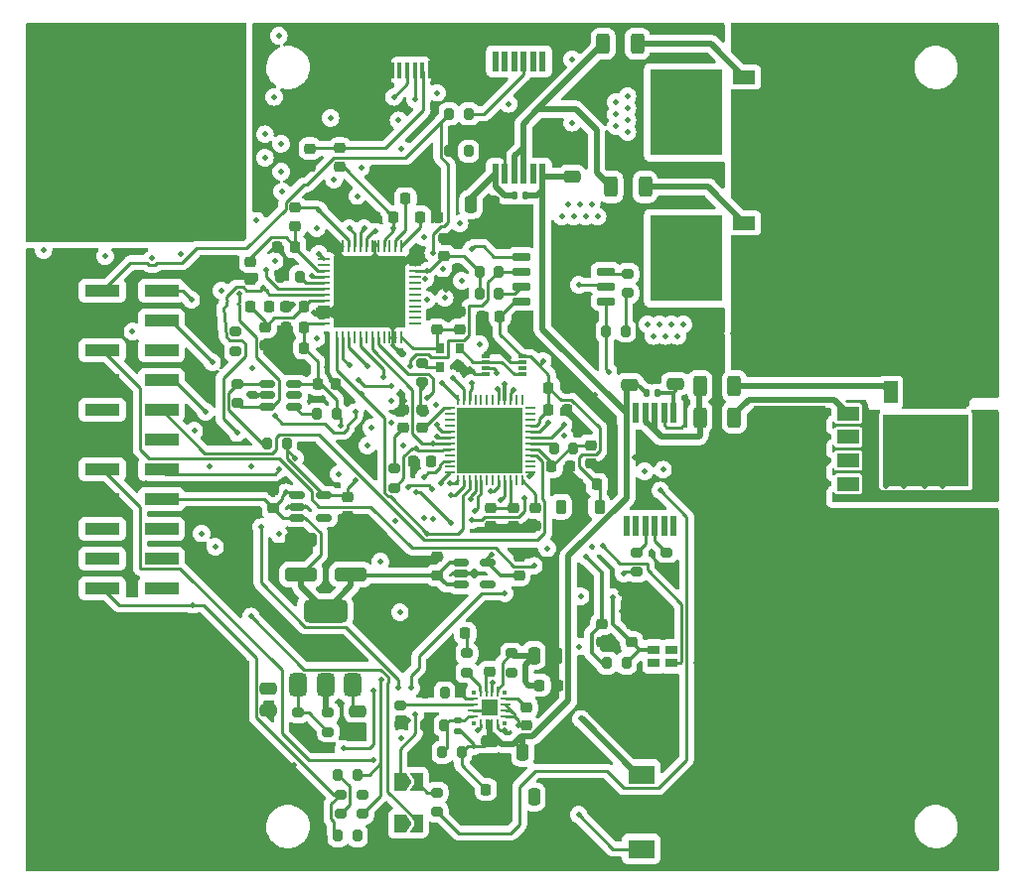
<source format=gbr>
%TF.GenerationSoftware,KiCad,Pcbnew,7.0.10-7.0.10~ubuntu22.04.1*%
%TF.CreationDate,2024-07-10T20:13:23-04:00*%
%TF.ProjectId,IcePSMNR55,49636550-534d-44e5-9235-352e6b696361,rev?*%
%TF.SameCoordinates,Original*%
%TF.FileFunction,Copper,L1,Top*%
%TF.FilePolarity,Positive*%
%FSLAX46Y46*%
G04 Gerber Fmt 4.6, Leading zero omitted, Abs format (unit mm)*
G04 Created by KiCad (PCBNEW 7.0.10-7.0.10~ubuntu22.04.1) date 2024-07-10 20:13:23*
%MOMM*%
%LPD*%
G01*
G04 APERTURE LIST*
G04 Aperture macros list*
%AMRoundRect*
0 Rectangle with rounded corners*
0 $1 Rounding radius*
0 $2 $3 $4 $5 $6 $7 $8 $9 X,Y pos of 4 corners*
0 Add a 4 corners polygon primitive as box body*
4,1,4,$2,$3,$4,$5,$6,$7,$8,$9,$2,$3,0*
0 Add four circle primitives for the rounded corners*
1,1,$1+$1,$2,$3*
1,1,$1+$1,$4,$5*
1,1,$1+$1,$6,$7*
1,1,$1+$1,$8,$9*
0 Add four rect primitives between the rounded corners*
20,1,$1+$1,$2,$3,$4,$5,0*
20,1,$1+$1,$4,$5,$6,$7,0*
20,1,$1+$1,$6,$7,$8,$9,0*
20,1,$1+$1,$8,$9,$2,$3,0*%
%AMFreePoly0*
4,1,6,1.000000,0.000000,0.500000,-0.750000,-0.500000,-0.750000,-0.500000,0.750000,0.500000,0.750000,1.000000,0.000000,1.000000,0.000000,$1*%
%AMFreePoly1*
4,1,6,0.500000,-0.750000,-0.650000,-0.750000,-0.150000,0.000000,-0.650000,0.750000,0.500000,0.750000,0.500000,-0.750000,0.500000,-0.750000,$1*%
G04 Aperture macros list end*
%TA.AperFunction,SMDPad,CuDef*%
%ADD10RoundRect,0.200000X-0.200000X-0.275000X0.200000X-0.275000X0.200000X0.275000X-0.200000X0.275000X0*%
%TD*%
%TA.AperFunction,SMDPad,CuDef*%
%ADD11RoundRect,0.062500X-0.375000X-0.062500X0.375000X-0.062500X0.375000X0.062500X-0.375000X0.062500X0*%
%TD*%
%TA.AperFunction,SMDPad,CuDef*%
%ADD12RoundRect,0.062500X-0.062500X-0.375000X0.062500X-0.375000X0.062500X0.375000X-0.062500X0.375000X0*%
%TD*%
%TA.AperFunction,HeatsinkPad*%
%ADD13R,5.600000X5.600000*%
%TD*%
%TA.AperFunction,SMDPad,CuDef*%
%ADD14RoundRect,0.225000X-0.250000X0.225000X-0.250000X-0.225000X0.250000X-0.225000X0.250000X0.225000X0*%
%TD*%
%TA.AperFunction,SMDPad,CuDef*%
%ADD15RoundRect,0.200000X0.200000X0.275000X-0.200000X0.275000X-0.200000X-0.275000X0.200000X-0.275000X0*%
%TD*%
%TA.AperFunction,ComponentPad*%
%ADD16C,1.800000*%
%TD*%
%TA.AperFunction,SMDPad,CuDef*%
%ADD17RoundRect,0.250000X-0.475000X0.250000X-0.475000X-0.250000X0.475000X-0.250000X0.475000X0.250000X0*%
%TD*%
%TA.AperFunction,SMDPad,CuDef*%
%ADD18RoundRect,0.225000X0.250000X-0.225000X0.250000X0.225000X-0.250000X0.225000X-0.250000X-0.225000X0*%
%TD*%
%TA.AperFunction,SMDPad,CuDef*%
%ADD19RoundRect,0.150000X-0.512500X-0.150000X0.512500X-0.150000X0.512500X0.150000X-0.512500X0.150000X0*%
%TD*%
%TA.AperFunction,SMDPad,CuDef*%
%ADD20RoundRect,0.218750X-0.218750X-0.256250X0.218750X-0.256250X0.218750X0.256250X-0.218750X0.256250X0*%
%TD*%
%TA.AperFunction,SMDPad,CuDef*%
%ADD21R,3.000000X1.000000*%
%TD*%
%TA.AperFunction,SMDPad,CuDef*%
%ADD22RoundRect,0.250000X1.100000X-0.325000X1.100000X0.325000X-1.100000X0.325000X-1.100000X-0.325000X0*%
%TD*%
%TA.AperFunction,SMDPad,CuDef*%
%ADD23RoundRect,0.250000X-0.312500X-0.625000X0.312500X-0.625000X0.312500X0.625000X-0.312500X0.625000X0*%
%TD*%
%TA.AperFunction,SMDPad,CuDef*%
%ADD24RoundRect,0.200000X0.275000X-0.200000X0.275000X0.200000X-0.275000X0.200000X-0.275000X-0.200000X0*%
%TD*%
%TA.AperFunction,SMDPad,CuDef*%
%ADD25RoundRect,0.218750X0.256250X-0.218750X0.256250X0.218750X-0.256250X0.218750X-0.256250X-0.218750X0*%
%TD*%
%TA.AperFunction,SMDPad,CuDef*%
%ADD26RoundRect,0.140000X0.170000X-0.140000X0.170000X0.140000X-0.170000X0.140000X-0.170000X-0.140000X0*%
%TD*%
%TA.AperFunction,SMDPad,CuDef*%
%ADD27RoundRect,0.250000X0.475000X-0.250000X0.475000X0.250000X-0.475000X0.250000X-0.475000X-0.250000X0*%
%TD*%
%TA.AperFunction,SMDPad,CuDef*%
%ADD28RoundRect,0.225000X-0.225000X-0.250000X0.225000X-0.250000X0.225000X0.250000X-0.225000X0.250000X0*%
%TD*%
%TA.AperFunction,SMDPad,CuDef*%
%ADD29R,0.800000X0.300000*%
%TD*%
%TA.AperFunction,SMDPad,CuDef*%
%ADD30RoundRect,0.250000X-0.250000X-0.475000X0.250000X-0.475000X0.250000X0.475000X-0.250000X0.475000X0*%
%TD*%
%TA.AperFunction,SMDPad,CuDef*%
%ADD31RoundRect,0.062500X-0.412500X-0.062500X0.412500X-0.062500X0.412500X0.062500X-0.412500X0.062500X0*%
%TD*%
%TA.AperFunction,SMDPad,CuDef*%
%ADD32RoundRect,0.062500X-0.062500X-0.412500X0.062500X-0.412500X0.062500X0.412500X-0.062500X0.412500X0*%
%TD*%
%TA.AperFunction,HeatsinkPad*%
%ADD33R,6.200000X6.200000*%
%TD*%
%TA.AperFunction,SMDPad,CuDef*%
%ADD34FreePoly0,0.000000*%
%TD*%
%TA.AperFunction,SMDPad,CuDef*%
%ADD35FreePoly1,0.000000*%
%TD*%
%TA.AperFunction,SMDPad,CuDef*%
%ADD36R,1.000000X0.800000*%
%TD*%
%TA.AperFunction,SMDPad,CuDef*%
%ADD37RoundRect,0.225000X0.225000X0.250000X-0.225000X0.250000X-0.225000X-0.250000X0.225000X-0.250000X0*%
%TD*%
%TA.AperFunction,SMDPad,CuDef*%
%ADD38R,1.143000X1.828800*%
%TD*%
%TA.AperFunction,SMDPad,CuDef*%
%ADD39R,7.391400X6.121400*%
%TD*%
%TA.AperFunction,SMDPad,CuDef*%
%ADD40R,0.600000X1.750000*%
%TD*%
%TA.AperFunction,SMDPad,CuDef*%
%ADD41RoundRect,0.200000X-0.275000X0.200000X-0.275000X-0.200000X0.275000X-0.200000X0.275000X0.200000X0*%
%TD*%
%TA.AperFunction,SMDPad,CuDef*%
%ADD42R,1.828800X1.143000*%
%TD*%
%TA.AperFunction,SMDPad,CuDef*%
%ADD43R,6.121400X7.391400*%
%TD*%
%TA.AperFunction,SMDPad,CuDef*%
%ADD44RoundRect,0.140000X-0.140000X-0.170000X0.140000X-0.170000X0.140000X0.170000X-0.140000X0.170000X0*%
%TD*%
%TA.AperFunction,SMDPad,CuDef*%
%ADD45RoundRect,0.225000X-0.225000X-0.375000X0.225000X-0.375000X0.225000X0.375000X-0.225000X0.375000X0*%
%TD*%
%TA.AperFunction,SMDPad,CuDef*%
%ADD46RoundRect,0.057150X0.349250X-0.057150X0.349250X0.057150X-0.349250X0.057150X-0.349250X-0.057150X0*%
%TD*%
%TA.AperFunction,SMDPad,CuDef*%
%ADD47R,0.812800X0.228600*%
%TD*%
%TA.AperFunction,SMDPad,CuDef*%
%ADD48RoundRect,0.057150X-0.057150X-0.349250X0.057150X-0.349250X0.057150X0.349250X-0.057150X0.349250X0*%
%TD*%
%TA.AperFunction,SMDPad,CuDef*%
%ADD49R,0.228600X0.812800*%
%TD*%
%TA.AperFunction,SMDPad,CuDef*%
%ADD50R,1.422400X1.422400*%
%TD*%
%TA.AperFunction,SMDPad,CuDef*%
%ADD51R,0.381000X0.381000*%
%TD*%
%TA.AperFunction,SMDPad,CuDef*%
%ADD52RoundRect,0.150000X0.650000X0.150000X-0.650000X0.150000X-0.650000X-0.150000X0.650000X-0.150000X0*%
%TD*%
%TA.AperFunction,SMDPad,CuDef*%
%ADD53RoundRect,0.140000X0.140000X0.170000X-0.140000X0.170000X-0.140000X-0.170000X0.140000X-0.170000X0*%
%TD*%
%TA.AperFunction,SMDPad,CuDef*%
%ADD54R,0.650000X0.850000*%
%TD*%
%TA.AperFunction,SMDPad,CuDef*%
%ADD55R,0.450000X1.380000*%
%TD*%
%TA.AperFunction,SMDPad,CuDef*%
%ADD56R,1.650000X1.300000*%
%TD*%
%TA.AperFunction,SMDPad,CuDef*%
%ADD57R,1.425000X1.550000*%
%TD*%
%TA.AperFunction,SMDPad,CuDef*%
%ADD58R,1.800000X1.900000*%
%TD*%
%TA.AperFunction,SMDPad,CuDef*%
%ADD59R,1.000000X1.900000*%
%TD*%
%TA.AperFunction,SMDPad,CuDef*%
%ADD60R,2.286000X1.624000*%
%TD*%
%TA.AperFunction,SMDPad,CuDef*%
%ADD61RoundRect,0.375000X0.375000X-0.625000X0.375000X0.625000X-0.375000X0.625000X-0.375000X-0.625000X0*%
%TD*%
%TA.AperFunction,SMDPad,CuDef*%
%ADD62RoundRect,0.500000X1.400000X-0.500000X1.400000X0.500000X-1.400000X0.500000X-1.400000X-0.500000X0*%
%TD*%
%TA.AperFunction,ViaPad*%
%ADD63C,0.500000*%
%TD*%
%TA.AperFunction,Conductor*%
%ADD64C,0.250000*%
%TD*%
%TA.AperFunction,Conductor*%
%ADD65C,0.350000*%
%TD*%
%TA.AperFunction,Conductor*%
%ADD66C,0.500000*%
%TD*%
G04 APERTURE END LIST*
D10*
%TO.P,R9,1*%
%TO.N,Net-(U3-DO)*%
X56012500Y-70200000D03*
%TO.P,R9,2*%
%TO.N,+3V3*%
X57662500Y-70200000D03*
%TD*%
D11*
%TO.P,U1,1,VCCIO_2*%
%TO.N,+3V3*%
X71557500Y-67165000D03*
%TO.P,U1,2,IOB_6a*%
%TO.N,/IOB_6A*%
X71557500Y-67665000D03*
%TO.P,U1,3,IOB_9b*%
%TO.N,/IOB_9B*%
X71557500Y-68165000D03*
%TO.P,U1,4,IOB_8a*%
%TO.N,/IOB_8A*%
X71557500Y-68665000D03*
%TO.P,U1,5,VCC*%
%TO.N,+1V2*%
X71557500Y-69165000D03*
%TO.P,U1,6,IOB_13b*%
%TO.N,/VGS:LOAD-IOB_13B*%
X71557500Y-69665000D03*
%TO.P,U1,7,CDONE*%
%TO.N,/CDONE*%
X71557500Y-70165000D03*
%TO.P,U1,8,~{CRESET}*%
%TO.N,/CRESET_N*%
X71557500Y-70665000D03*
%TO.P,U1,9,IOB_16a*%
%TO.N,/IOB_16A*%
X71557500Y-71165000D03*
%TO.P,U1,10,IOB_18a*%
%TO.N,/VGS:Fly-IOB_18A*%
X71557500Y-71665000D03*
%TO.P,U1,11,IOB_20a*%
%TO.N,/IOB_20A*%
X71557500Y-72165000D03*
%TO.P,U1,12,IOB_22a*%
%TO.N,/IOB_22A*%
X71557500Y-72665000D03*
D12*
%TO.P,U1,13,IOB_24a*%
%TO.N,/IOB_24A*%
X72245000Y-73352500D03*
%TO.P,U1,14,IOB_32a_SPI_SO*%
%TO.N,/FPGA_SO*%
X72745000Y-73352500D03*
%TO.P,U1,15,IOB_34a_SPI_SCK*%
%TO.N,/FT_SCK*%
X73245000Y-73352500D03*
%TO.P,U1,16,IOB_35b_SPI_SS*%
%TO.N,/FT_SSn*%
X73745000Y-73352500D03*
%TO.P,U1,17,IOB_33b_SPI_SI*%
%TO.N,/FPGA_SI*%
X74245000Y-73352500D03*
%TO.P,U1,18,IOB_31b*%
%TO.N,/IOB_31B*%
X74745000Y-73352500D03*
%TO.P,U1,19,IOB_29b*%
%TO.N,/IOB_29B*%
X75245000Y-73352500D03*
%TO.P,U1,20,IOB_25b_G3*%
%TO.N,/CRYSTAL-IOB_25B_G3*%
X75745000Y-73352500D03*
%TO.P,U1,21,IOB_23b*%
%TO.N,/IOB_23B*%
X76245000Y-73352500D03*
%TO.P,U1,22,SPI_VCCIO1*%
%TO.N,+3V3*%
X76745000Y-73352500D03*
%TO.P,U1,23,IOT_37a*%
%TO.N,/IOT_37A*%
X77245000Y-73352500D03*
%TO.P,U1,24,VPP_2V5*%
%TO.N,+2V5*%
X77745000Y-73352500D03*
D11*
%TO.P,U1,25,IOT_36b*%
%TO.N,/IOT_36B*%
X78432500Y-72665000D03*
%TO.P,U1,26,IOT_39a*%
%TO.N,/IOT_39A*%
X78432500Y-72165000D03*
%TO.P,U1,27,IOT_38b*%
%TO.N,/IOT_38B*%
X78432500Y-71665000D03*
%TO.P,U1,28,IOT_41a*%
%TO.N,/IOT_41A*%
X78432500Y-71165000D03*
%TO.P,U1,29,VCCPLL*%
%TO.N,/VCC_PLL*%
X78432500Y-70665000D03*
%TO.P,U1,30,VCC*%
%TO.N,+1V2*%
X78432500Y-70165000D03*
%TO.P,U1,31,IOT_42b*%
%TO.N,/IOT_42B*%
X78432500Y-69665000D03*
%TO.P,U1,32,IOT_43a*%
%TO.N,/IOT_43A*%
X78432500Y-69165000D03*
%TO.P,U1,33,VCCIO_0*%
%TO.N,+3V3*%
X78432500Y-68665000D03*
%TO.P,U1,34,IOT_44b*%
%TO.N,/IOT_44B*%
X78432500Y-68165000D03*
%TO.P,U1,35,IOT_46b_G0*%
%TO.N,/IOT_46B_G0*%
X78432500Y-67665000D03*
%TO.P,U1,36,IOT_48b*%
%TO.N,/IOT_48B*%
X78432500Y-67165000D03*
D12*
%TO.P,U1,37,IOT_45a_G1*%
%TO.N,/IOT_45A_G1*%
X77745000Y-66477500D03*
%TO.P,U1,38,IOT_50b*%
%TO.N,/IOT_50B*%
X77245000Y-66477500D03*
%TO.P,U1,39,RGB0*%
%TO.N,/LED_G*%
X76745000Y-66477500D03*
%TO.P,U1,40,RGB1*%
%TO.N,/LED_B*%
X76245000Y-66477500D03*
%TO.P,U1,41,RGB2*%
%TO.N,/LED_R*%
X75745000Y-66477500D03*
%TO.P,U1,42,IOT_51a*%
%TO.N,/IOT_51A*%
X75245000Y-66477500D03*
%TO.P,U1,43,IOT_49a*%
%TO.N,/IOT_49A*%
X74745000Y-66477500D03*
%TO.P,U1,44,IOB_3b_G6*%
%TO.N,/IOB_3B_G6*%
X74245000Y-66477500D03*
%TO.P,U1,45,IOB_5b*%
%TO.N,/IOB_5B*%
X73745000Y-66477500D03*
%TO.P,U1,46,IOB_0a*%
%TO.N,/IOB_0A*%
X73245000Y-66477500D03*
%TO.P,U1,47,IOB_2a*%
%TO.N,/IOB_2A*%
X72745000Y-66477500D03*
%TO.P,U1,48,IOB_4a*%
%TO.N,/IOB_4A*%
X72245000Y-66477500D03*
D13*
%TO.P,U1,49,GND*%
%TO.N,GND*%
X74995000Y-69915000D03*
%TD*%
D14*
%TO.P,C4,1*%
%TO.N,+3V3*%
X75057000Y-75666000D03*
%TO.P,C4,2*%
%TO.N,GND*%
X75057000Y-77216000D03*
%TD*%
D15*
%TO.P,R6,1*%
%TO.N,Net-(U2-REF)*%
X58770000Y-55940000D03*
%TO.P,R6,2*%
%TO.N,GND*%
X57120000Y-55940000D03*
%TD*%
D16*
%TO.P,M4,1*%
%TO.N,/HighSw*%
X101600000Y-45720000D03*
%TO.P,M4,2*%
X104140000Y-45720000D03*
%TO.P,M4,3*%
X106680000Y-45720000D03*
%TO.P,M4,4*%
X109220000Y-45720000D03*
%TO.P,M4,5*%
X111760000Y-45720000D03*
%TO.P,M4,6*%
X114300000Y-45720000D03*
%TO.P,M4,7*%
X114300000Y-48260000D03*
%TO.P,M4,8*%
X111760000Y-48260000D03*
%TO.P,M4,9*%
X109220000Y-48260000D03*
%TO.P,M4,10*%
X106680000Y-48260000D03*
%TO.P,M4,11*%
X104140000Y-48260000D03*
%TO.P,M4,12*%
X101600000Y-48260000D03*
%TO.P,M4,13*%
X101600000Y-50800000D03*
%TO.P,M4,14*%
X104140000Y-50800000D03*
%TO.P,M4,15*%
X106680000Y-50800000D03*
%TO.P,M4,16*%
X109220000Y-50800000D03*
%TO.P,M4,17*%
X111760000Y-50800000D03*
%TO.P,M4,18*%
X114300000Y-50800000D03*
%TO.P,M4,19*%
X114300000Y-53340000D03*
%TO.P,M4,20*%
X111760000Y-53340000D03*
%TO.P,M4,21*%
X109220000Y-53340000D03*
%TO.P,M4,22*%
X106680000Y-53340000D03*
%TO.P,M4,23*%
X104140000Y-53340000D03*
%TO.P,M4,24*%
X101600000Y-53340000D03*
%TO.P,M4,25*%
X101600000Y-55880000D03*
%TO.P,M4,26*%
X104140000Y-55880000D03*
%TO.P,M4,27*%
X106680000Y-55880000D03*
%TO.P,M4,28*%
X109220000Y-55880000D03*
%TO.P,M4,29*%
X111760000Y-55880000D03*
%TO.P,M4,30*%
X114300000Y-55880000D03*
%TO.P,M4,31*%
X114300000Y-58420000D03*
%TO.P,M4,32*%
X111760000Y-58420000D03*
%TO.P,M4,33*%
X109220000Y-58420000D03*
%TO.P,M4,34*%
X106680000Y-58420000D03*
%TO.P,M4,35*%
X104140000Y-58420000D03*
%TO.P,M4,36*%
X101600000Y-58420000D03*
%TD*%
D17*
%TO.P,C21,1*%
%TO.N,GND*%
X86893900Y-63277500D03*
%TO.P,C21,2*%
%TO.N,/+22V*%
X86893900Y-65177500D03*
%TD*%
D15*
%TO.P,R27,1*%
%TO.N,Net-(U9-FB)*%
X71105000Y-94240000D03*
%TO.P,R27,2*%
%TO.N,GND*%
X69455000Y-94240000D03*
%TD*%
D18*
%TO.P,C34,1*%
%TO.N,+5V*%
X70485000Y-81420000D03*
%TO.P,C34,2*%
%TO.N,GND*%
X70485000Y-79870000D03*
%TD*%
D19*
%TO.P,U7,1,VIN*%
%TO.N,+5V*%
X72522500Y-80330000D03*
%TO.P,U7,2,GND*%
%TO.N,GND*%
X72522500Y-81280000D03*
%TO.P,U7,3,EN*%
%TO.N,+5V*%
X72522500Y-82230000D03*
%TO.P,U7,4,NC*%
%TO.N,unconnected-(U7-NC-Pad4)*%
X74797500Y-82230000D03*
%TO.P,U7,5,VOUT*%
%TO.N,+1V2*%
X74797500Y-80330000D03*
%TD*%
D20*
%TO.P,FB2,1*%
%TO.N,/V_PLL*%
X54580000Y-58480000D03*
%TO.P,FB2,2*%
%TO.N,+3V3*%
X56155000Y-58480000D03*
%TD*%
D21*
%TO.P,J2,1,Pin_1*%
%TO.N,/IOB_0A*%
X46990000Y-57150000D03*
%TO.P,J2,2,Pin_2*%
%TO.N,/VGS:LOAD-IOB_13B*%
X41950000Y-57150000D03*
%TO.P,J2,3,Pin_3*%
%TO.N,/IOB_2A*%
X46990000Y-59690000D03*
%TO.P,J2,4,Pin_4*%
%TO.N,GND*%
X41950000Y-59690000D03*
%TO.P,J2,5,Pin_5*%
%TO.N,/IOB_4A*%
X46990000Y-62230000D03*
%TO.P,J2,6,Pin_6*%
%TO.N,/VGS:Fly-IOB_18A*%
X41950000Y-62230000D03*
%TO.P,J2,7,Pin_7*%
%TO.N,/IOT_36B*%
X46990000Y-64770000D03*
%TO.P,J2,8,Pin_8*%
%TO.N,GND*%
X41950000Y-64770000D03*
%TO.P,J2,9,Pin_9*%
%TO.N,/IOT_41A*%
X46990000Y-67310000D03*
%TO.P,J2,10,Pin_10*%
%TO.N,/IOT_43A*%
X41950000Y-67310000D03*
%TO.P,J2,11,Pin_11*%
%TO.N,/IOT_42B*%
X46990000Y-69850000D03*
%TO.P,J2,12,Pin_12*%
%TO.N,GND*%
X41950000Y-69850000D03*
%TO.P,J2,13,Pin_13*%
%TO.N,+3V3*%
X46990000Y-72390000D03*
%TO.P,J2,14,Pin_14*%
%TO.N,/+22V*%
X41950000Y-72390000D03*
%TO.P,J2,15,Pin_15*%
%TO.N,+5V*%
X46990000Y-74930000D03*
%TO.P,J2,16,Pin_16*%
%TO.N,GND*%
X41950000Y-74930000D03*
%TO.P,J2,17,Pin_17*%
%TO.N,/FPGA_SO*%
X46990000Y-77470000D03*
%TO.P,J2,18,Pin_18*%
%TO.N,/FT_SSn*%
X41950000Y-77470000D03*
%TO.P,J2,19,Pin_19*%
%TO.N,/FPGA_SI*%
X46990000Y-80010000D03*
%TO.P,J2,20,Pin_20*%
%TO.N,/FLASH_MOSI*%
X41950000Y-80010000D03*
%TO.P,J2,21,Pin_21*%
%TO.N,/FT_SCK*%
X46990000Y-82550000D03*
%TO.P,J2,22,Pin_22*%
%TO.N,/FLASH_MISO*%
X41950000Y-82550000D03*
%TD*%
D10*
%TO.P,R16,1*%
%TO.N,/CDONE*%
X84976200Y-88900000D03*
%TO.P,R16,2*%
%TO.N,+3V3*%
X86626200Y-88900000D03*
%TD*%
D22*
%TO.P,C37,1*%
%TO.N,+5V*%
X58885000Y-81355000D03*
%TO.P,C37,2*%
%TO.N,GND*%
X58885000Y-78405000D03*
%TD*%
D23*
%TO.P,R10,1*%
%TO.N,Net-(IC2-VOUTN)*%
X92898500Y-65278000D03*
%TO.P,R10,2*%
%TO.N,Net-(Q3-G)*%
X95823500Y-65278000D03*
%TD*%
D24*
%TO.P,R12,1*%
%TO.N,/EE_DAT*%
X53502500Y-66740000D03*
%TO.P,R12,2*%
%TO.N,Net-(U3-DO)*%
X53502500Y-65090000D03*
%TD*%
D18*
%TO.P,C8,1*%
%TO.N,+3V3*%
X71090000Y-54175000D03*
%TO.P,C8,2*%
%TO.N,GND*%
X71090000Y-52625000D03*
%TD*%
D25*
%TO.P,FB1,1*%
%TO.N,/V_PHY*%
X58390000Y-51647500D03*
%TO.P,FB1,2*%
%TO.N,+3V3*%
X58390000Y-50072500D03*
%TD*%
D26*
%TO.P,C47,1*%
%TO.N,/+22V*%
X72290000Y-94760000D03*
%TO.P,C47,2*%
%TO.N,Net-(U9-FB)*%
X72290000Y-93800000D03*
%TD*%
D27*
%TO.P,C29,1*%
%TO.N,Net-(IC2-VSS)*%
X90805000Y-65085000D03*
%TO.P,C29,2*%
%TO.N,GND*%
X90805000Y-63185000D03*
%TD*%
D28*
%TO.P,C46,1*%
%TO.N,/+22V*%
X74650000Y-99695000D03*
%TO.P,C46,2*%
%TO.N,GND*%
X76200000Y-99695000D03*
%TD*%
D14*
%TO.P,C31,1*%
%TO.N,+3V3*%
X62865000Y-74790000D03*
%TO.P,C31,2*%
%TO.N,GND*%
X62865000Y-76340000D03*
%TD*%
D15*
%TO.P,R24,1*%
%TO.N,/+22V*%
X72580000Y-96520000D03*
%TO.P,R24,2*%
%TO.N,Net-(U9-FB)*%
X70930000Y-96520000D03*
%TD*%
D29*
%TO.P,U4,1*%
%TO.N,GND*%
X74650000Y-62750000D03*
%TO.P,U4,2*%
%TO.N,/CLK_12M_FT*%
X74650000Y-63250000D03*
%TO.P,U4,3*%
%TO.N,/CRYSTAL-IOB_25B_G3*%
X74650000Y-63750000D03*
%TO.P,U4,4,GND*%
%TO.N,GND*%
X74650000Y-64250000D03*
%TO.P,U4,5*%
%TO.N,/CLK_12M_FT*%
X77750000Y-64250000D03*
%TO.P,U4,6*%
%TO.N,/CLK_12M_EXT*%
X77750000Y-63750000D03*
%TO.P,U4,7*%
%TO.N,GND*%
X77750000Y-63250000D03*
%TO.P,U4,8,VCC*%
%TO.N,+3V3*%
X77750000Y-62750000D03*
%TD*%
D27*
%TO.P,C40,1*%
%TO.N,GND*%
X56120000Y-93000000D03*
%TO.P,C40,2*%
%TO.N,Net-(U8-GND{slash}ADJ)*%
X56120000Y-91100000D03*
%TD*%
D30*
%TO.P,C41,1*%
%TO.N,/VIN*%
X78740000Y-88265000D03*
%TO.P,C41,2*%
%TO.N,GND*%
X80640000Y-88265000D03*
%TD*%
D28*
%TO.P,C7,1*%
%TO.N,/FT_VCORE*%
X67805000Y-49276000D03*
%TO.P,C7,2*%
%TO.N,GND*%
X69355000Y-49276000D03*
%TD*%
D31*
%TO.P,U2,1,XCSI*%
%TO.N,/CLK_12M_FT*%
X60835000Y-54460000D03*
%TO.P,U2,2,XCSO*%
%TO.N,unconnected-(U2-XCSO-Pad2)*%
X60835000Y-54960000D03*
%TO.P,U2,3,VPHY*%
%TO.N,/V_PHY*%
X60835000Y-55460000D03*
%TO.P,U2,4,AGND*%
%TO.N,GND*%
X60835000Y-55960000D03*
%TO.P,U2,5,REF*%
%TO.N,Net-(U2-REF)*%
X60835000Y-56460000D03*
%TO.P,U2,6,DM*%
%TO.N,/USB_M*%
X60835000Y-56960000D03*
%TO.P,U2,7,DP*%
%TO.N,/USB_P*%
X60835000Y-57460000D03*
%TO.P,U2,8,VPLL*%
%TO.N,/V_PLL*%
X60835000Y-57960000D03*
%TO.P,U2,9,AGND*%
%TO.N,GND*%
X60835000Y-58460000D03*
%TO.P,U2,10,GND*%
X60835000Y-58960000D03*
%TO.P,U2,11,GND*%
X60835000Y-59460000D03*
%TO.P,U2,12,VCCIO*%
%TO.N,+3V3*%
X60835000Y-59960000D03*
D32*
%TO.P,U2,13,ADBUS0*%
%TO.N,/FT_SCK*%
X61960000Y-61085000D03*
%TO.P,U2,14,ADBUS1*%
%TO.N,/FLASH_MOSI*%
X62460000Y-61085000D03*
%TO.P,U2,15,ADBUS2*%
%TO.N,/FLASH_MISO*%
X62960000Y-61085000D03*
%TO.P,U2,16,ADBUS3*%
%TO.N,unconnected-(U2-ADBUS3-Pad16)*%
X63460000Y-61085000D03*
%TO.P,U2,17,ADBUS4*%
%TO.N,/FT_SSn*%
X63960000Y-61085000D03*
%TO.P,U2,18,ADBUS5*%
%TO.N,unconnected-(U2-ADBUS5-Pad18)*%
X64460000Y-61085000D03*
%TO.P,U2,19,ADBUS6*%
%TO.N,/CDONE*%
X64960000Y-61085000D03*
%TO.P,U2,20,ADBUS7*%
%TO.N,/CRESET_N*%
X65460000Y-61085000D03*
%TO.P,U2,21,ACBUS0*%
%TO.N,unconnected-(U2-ACBUS0-Pad21)*%
X65960000Y-61085000D03*
%TO.P,U2,22,GND*%
%TO.N,GND*%
X66460000Y-61085000D03*
%TO.P,U2,23,GND*%
X66960000Y-61085000D03*
%TO.P,U2,24,VCCIO*%
%TO.N,+3V3*%
X67460000Y-61085000D03*
D31*
%TO.P,U2,25,ACBUS1*%
%TO.N,unconnected-(U2-ACBUS1-Pad25)*%
X68585000Y-59960000D03*
%TO.P,U2,26,ACBUS2*%
%TO.N,unconnected-(U2-ACBUS2-Pad26)*%
X68585000Y-59460000D03*
%TO.P,U2,27,ACBUS3*%
%TO.N,unconnected-(U2-ACBUS3-Pad27)*%
X68585000Y-58960000D03*
%TO.P,U2,28,ACBUS4*%
%TO.N,unconnected-(U2-ACBUS4-Pad28)*%
X68585000Y-58460000D03*
%TO.P,U2,29,ACBUS5*%
%TO.N,unconnected-(U2-ACBUS5-Pad29)*%
X68585000Y-57960000D03*
%TO.P,U2,30,ACBUS6*%
%TO.N,unconnected-(U2-ACBUS6-Pad30)*%
X68585000Y-57460000D03*
%TO.P,U2,31,ACBUS7*%
%TO.N,unconnected-(U2-ACBUS7-Pad31)*%
X68585000Y-56960000D03*
%TO.P,U2,32,ACBUS8*%
%TO.N,unconnected-(U2-ACBUS8-Pad32)*%
X68585000Y-56460000D03*
%TO.P,U2,33,ACBUS9*%
%TO.N,unconnected-(U2-ACBUS9-Pad33)*%
X68585000Y-55960000D03*
%TO.P,U2,34,~{RESET}*%
%TO.N,+3V3*%
X68585000Y-55460000D03*
%TO.P,U2,35,GND*%
%TO.N,GND*%
X68585000Y-54960000D03*
%TO.P,U2,36,GND*%
X68585000Y-54460000D03*
D32*
%TO.P,U2,37,VCCA*%
%TO.N,Net-(U2-VCCA)*%
X67460000Y-53335000D03*
%TO.P,U2,38,VCCCORE*%
%TO.N,/FT_VCORE*%
X66960000Y-53335000D03*
%TO.P,U2,39,VCCD*%
%TO.N,unconnected-(U2-VCCD-Pad39)*%
X66460000Y-53335000D03*
%TO.P,U2,40,VREGIN*%
%TO.N,+5V*%
X65960000Y-53335000D03*
%TO.P,U2,41,AGND*%
%TO.N,GND*%
X65460000Y-53335000D03*
%TO.P,U2,42,TEST*%
X64960000Y-53335000D03*
%TO.P,U2,43,EEDATA*%
%TO.N,/EE_DAT*%
X64460000Y-53335000D03*
%TO.P,U2,44,EECLK*%
%TO.N,/EE_CLK*%
X63960000Y-53335000D03*
%TO.P,U2,45,EECS*%
%TO.N,/EE_CS*%
X63460000Y-53335000D03*
%TO.P,U2,46,VCCIO*%
%TO.N,+3V3*%
X62960000Y-53335000D03*
%TO.P,U2,47,GND*%
%TO.N,GND*%
X62460000Y-53335000D03*
%TO.P,U2,48,GND*%
X61960000Y-53335000D03*
D33*
%TO.P,U2,49,GND*%
X64710000Y-57210000D03*
%TD*%
D18*
%TO.P,C51,1*%
%TO.N,Net-(U9-INTVCC)*%
X74930000Y-89675000D03*
%TO.P,C51,2*%
%TO.N,GND*%
X74930000Y-88125000D03*
%TD*%
D34*
%TO.P,R33,1*%
%TO.N,/IOB_24A*%
X67310000Y-102610000D03*
D35*
%TO.P,R33,2*%
%TO.N,/USB_M*%
X68760000Y-102610000D03*
%TD*%
D10*
%TO.P,R26,1*%
%TO.N,/FT_SSn*%
X84900000Y-60579000D03*
%TO.P,R26,2*%
%TO.N,+3V3*%
X86550000Y-60579000D03*
%TD*%
D19*
%TO.P,U6,1,VIN*%
%TO.N,+5V*%
X58552500Y-74615000D03*
%TO.P,U6,2,GND*%
%TO.N,GND*%
X58552500Y-75565000D03*
%TO.P,U6,3,EN*%
%TO.N,+5V*%
X58552500Y-76515000D03*
%TO.P,U6,4,NC*%
%TO.N,unconnected-(U6-NC-Pad4)*%
X60827500Y-76515000D03*
%TO.P,U6,5,VOUT*%
%TO.N,+3V3*%
X60827500Y-74615000D03*
%TD*%
D24*
%TO.P,R13,1*%
%TO.N,GND*%
X90068900Y-81117500D03*
%TO.P,R13,2*%
%TO.N,Net-(IC2-CA)*%
X90068900Y-79467500D03*
%TD*%
%TO.P,R7,1*%
%TO.N,+3V3*%
X53310000Y-62290000D03*
%TO.P,R7,2*%
%TO.N,/EE_CS*%
X53310000Y-60640000D03*
%TD*%
D36*
%TO.P,D2,1,A*%
%TO.N,+3V3*%
X88976200Y-87800000D03*
%TO.P,D2,2,RK*%
%TO.N,/LED_R*%
X90476200Y-87800000D03*
%TO.P,D2,3,GK*%
%TO.N,/LED_G*%
X90476200Y-88900000D03*
%TO.P,D2,4,BK*%
%TO.N,/LED_B*%
X88976200Y-88900000D03*
%TD*%
D30*
%TO.P,C44,1*%
%TO.N,/+22V*%
X77790000Y-96520000D03*
%TO.P,C44,2*%
%TO.N,GND*%
X79690000Y-96520000D03*
%TD*%
D15*
%TO.P,R21,1*%
%TO.N,/FT_SCK*%
X75755000Y-55499000D03*
%TO.P,R21,2*%
%TO.N,+3V3*%
X74105000Y-55499000D03*
%TD*%
D37*
%TO.P,C18,1*%
%TO.N,+5V*%
X66785000Y-50860000D03*
%TO.P,C18,2*%
%TO.N,GND*%
X65235000Y-50860000D03*
%TD*%
D18*
%TO.P,C15,1*%
%TO.N,+3V3*%
X69240400Y-68847000D03*
%TO.P,C15,2*%
%TO.N,GND*%
X69240400Y-67297000D03*
%TD*%
%TO.P,C35,1*%
%TO.N,+3V3*%
X87071200Y-87135000D03*
%TO.P,C35,2*%
%TO.N,GND*%
X87071200Y-85585000D03*
%TD*%
D24*
%TO.P,R35,1*%
%TO.N,/FLASH_MOSI*%
X64135000Y-101790000D03*
%TO.P,R35,2*%
%TO.N,/FPGA_SI*%
X64135000Y-100140000D03*
%TD*%
D38*
%TO.P,Q3,1,S*%
%TO.N,/HighSw*%
X115156998Y-65811400D03*
%TO.P,Q3,2,S*%
X113156997Y-65811400D03*
%TO.P,Q3,3,S*%
X111156998Y-65811400D03*
%TO.P,Q3,4,G*%
%TO.N,Net-(Q3-G)*%
X109156997Y-65811400D03*
D39*
%TO.P,Q3,5,D*%
%TO.N,/AntiSeriesFB*%
X112156999Y-70802500D03*
%TD*%
D15*
%TO.P,R23,1*%
%TO.N,Net-(U9-EN{slash}UVLO)*%
X71120000Y-91440000D03*
%TO.P,R23,2*%
%TO.N,GND*%
X69470000Y-91440000D03*
%TD*%
D40*
%TO.P,IC2,1,NC_1*%
%TO.N,unconnected-(IC2-NC_1-Pad1)*%
X86646000Y-77190000D03*
%TO.P,IC2,2,NC_2*%
%TO.N,unconnected-(IC2-NC_2-Pad2)*%
X87446000Y-77190000D03*
%TO.P,IC2,3,AN*%
%TO.N,Net-(IC2-AN)*%
X88246000Y-77190000D03*
%TO.P,IC2,4,CA*%
%TO.N,Net-(IC2-CA)*%
X89046000Y-77190000D03*
%TO.P,IC2,5,NC_3*%
%TO.N,unconnected-(IC2-NC_3-Pad5)*%
X89846000Y-77190000D03*
%TO.P,IC2,6,NC_4*%
%TO.N,unconnected-(IC2-NC_4-Pad6)*%
X90646000Y-77190000D03*
%TO.P,IC2,7,VSS*%
%TO.N,Net-(IC2-VSS)*%
X90646000Y-67590000D03*
%TO.P,IC2,8,VS*%
%TO.N,GND*%
X89846000Y-67590000D03*
%TO.P,IC2,9,VOUTN*%
%TO.N,Net-(IC2-VOUTN)*%
X89046000Y-67590000D03*
%TO.P,IC2,10,VOUTP*%
X88246000Y-67590000D03*
%TO.P,IC2,11,DNC*%
%TO.N,unconnected-(IC2-DNC-Pad11)*%
X87446000Y-67590000D03*
%TO.P,IC2,12,VDD*%
%TO.N,/+22V*%
X86646000Y-67590000D03*
%TD*%
D41*
%TO.P,R19,1*%
%TO.N,Net-(U8-GND{slash}ADJ)*%
X58660000Y-93130000D03*
%TO.P,R19,2*%
%TO.N,GND*%
X58660000Y-94780000D03*
%TD*%
D18*
%TO.P,C43,1*%
%TO.N,Net-(C43-Pad1)*%
X78105000Y-94260000D03*
%TO.P,C43,2*%
%TO.N,Net-(U9-BST)*%
X78105000Y-92710000D03*
%TD*%
D41*
%TO.P,R29,1*%
%TO.N,Net-(U9-RT)*%
X67310000Y-92520000D03*
%TO.P,R29,2*%
%TO.N,GND*%
X67310000Y-94170000D03*
%TD*%
D42*
%TO.P,Q1,1,S*%
%TO.N,/HighSw*%
X96685100Y-57355999D03*
%TO.P,Q1,2,S*%
X96685100Y-55355998D03*
%TO.P,Q1,3,S*%
X96685100Y-53355999D03*
%TO.P,Q1,4,G*%
%TO.N,Net-(Q1-G)*%
X96685100Y-51355998D03*
D43*
%TO.P,Q1,5,D*%
%TO.N,/VIN*%
X91694000Y-54356000D03*
%TD*%
D44*
%TO.P,C22,1*%
%TO.N,/+22V*%
X88318900Y-65878500D03*
%TO.P,C22,2*%
%TO.N,Net-(IC2-VSS)*%
X89278900Y-65878500D03*
%TD*%
D25*
%TO.P,FB3,1*%
%TO.N,+5V*%
X62200000Y-46567500D03*
%TO.P,FB3,2*%
%TO.N,/V_USB*%
X62200000Y-44992500D03*
%TD*%
D45*
%TO.P,D1,1,K*%
%TO.N,+2V5*%
X81030000Y-75565000D03*
%TO.P,D1,2,A*%
%TO.N,+3V3*%
X84330000Y-75565000D03*
%TD*%
D17*
%TO.P,C13,1*%
%TO.N,GND*%
X81985000Y-45507200D03*
%TO.P,C13,2*%
%TO.N,/+22V*%
X81985000Y-47407200D03*
%TD*%
D37*
%TO.P,C49,1*%
%TO.N,+3V3*%
X75845000Y-59309000D03*
%TO.P,C49,2*%
%TO.N,GND*%
X74295000Y-59309000D03*
%TD*%
D28*
%TO.P,C42,1*%
%TO.N,/VIN*%
X79235000Y-90805000D03*
%TO.P,C42,2*%
%TO.N,GND*%
X80785000Y-90805000D03*
%TD*%
D16*
%TO.P,M3,1*%
%TO.N,GND*%
X101600000Y-82550000D03*
%TO.P,M3,2*%
X104140000Y-82550000D03*
%TO.P,M3,3*%
X106680000Y-82550000D03*
%TO.P,M3,4*%
X109220000Y-82550000D03*
%TO.P,M3,5*%
X111760000Y-82550000D03*
%TO.P,M3,6*%
X114300000Y-82550000D03*
%TO.P,M3,7*%
X114300000Y-85090000D03*
%TO.P,M3,8*%
X111760000Y-85090000D03*
%TO.P,M3,9*%
X109220000Y-85090000D03*
%TO.P,M3,10*%
X106680000Y-85090000D03*
%TO.P,M3,11*%
X104140000Y-85090000D03*
%TO.P,M3,12*%
X101600000Y-85090000D03*
%TO.P,M3,13*%
X101600000Y-87630000D03*
%TO.P,M3,14*%
X104140000Y-87630000D03*
%TO.P,M3,15*%
X106680000Y-87630000D03*
%TO.P,M3,16*%
X109220000Y-87630000D03*
%TO.P,M3,17*%
X111760000Y-87630000D03*
%TO.P,M3,18*%
X114300000Y-87630000D03*
%TO.P,M3,19*%
X114300000Y-90170000D03*
%TO.P,M3,20*%
X111760000Y-90170000D03*
%TO.P,M3,21*%
X109220000Y-90170000D03*
%TO.P,M3,22*%
X106680000Y-90170000D03*
%TO.P,M3,23*%
X104140000Y-90170000D03*
%TO.P,M3,24*%
X101600000Y-90170000D03*
%TO.P,M3,25*%
X101600000Y-92710000D03*
%TO.P,M3,26*%
X104140000Y-92710000D03*
%TO.P,M3,27*%
X106680000Y-92710000D03*
%TO.P,M3,28*%
X109220000Y-92710000D03*
%TO.P,M3,29*%
X111760000Y-92710000D03*
%TO.P,M3,30*%
X114300000Y-92710000D03*
%TO.P,M3,31*%
X114300000Y-95250000D03*
%TO.P,M3,32*%
X111760000Y-95250000D03*
%TO.P,M3,33*%
X109220000Y-95250000D03*
%TO.P,M3,34*%
X106680000Y-95250000D03*
%TO.P,M3,35*%
X104140000Y-95250000D03*
%TO.P,M3,36*%
X101600000Y-95250000D03*
%TD*%
D37*
%TO.P,C10,1*%
%TO.N,+3V3*%
X59165000Y-62036000D03*
%TO.P,C10,2*%
%TO.N,GND*%
X57615000Y-62036000D03*
%TD*%
D28*
%TO.P,C23,1*%
%TO.N,+3V3*%
X60317500Y-65120000D03*
%TO.P,C23,2*%
%TO.N,GND*%
X61867500Y-65120000D03*
%TD*%
D18*
%TO.P,C16,1*%
%TO.N,+3V3*%
X67564000Y-68847000D03*
%TO.P,C16,2*%
%TO.N,GND*%
X67564000Y-67297000D03*
%TD*%
D10*
%TO.P,R8,1*%
%TO.N,/EE_CLK*%
X60267500Y-67660000D03*
%TO.P,R8,2*%
%TO.N,+3V3*%
X61917500Y-67660000D03*
%TD*%
D24*
%TO.P,R28,1*%
%TO.N,Net-(U9-VC)*%
X73025000Y-89725000D03*
%TO.P,R28,2*%
%TO.N,Net-(C50-Pad1)*%
X73025000Y-88075000D03*
%TD*%
D42*
%TO.P,Q4,1,S*%
%TO.N,/AntiSeriesFB*%
X105537000Y-73611999D03*
%TO.P,Q4,2,S*%
X105537000Y-71611998D03*
%TO.P,Q4,3,S*%
X105537000Y-69611999D03*
%TO.P,Q4,4,G*%
%TO.N,Net-(Q4-G)*%
X105537000Y-67611998D03*
D43*
%TO.P,Q4,5,D*%
%TO.N,GND*%
X100545900Y-70612000D03*
%TD*%
D34*
%TO.P,R32,1*%
%TO.N,/IOB_23B*%
X67310000Y-99060000D03*
D35*
%TO.P,R32,2*%
%TO.N,/USB_P*%
X68760000Y-99060000D03*
%TD*%
D24*
%TO.P,R34,1*%
%TO.N,/FPGA_SO*%
X62230000Y-101790000D03*
%TO.P,R34,2*%
%TO.N,/FLASH_MISO*%
X62230000Y-100140000D03*
%TD*%
%TO.P,R11,1*%
%TO.N,/VGS:Fly-IOB_18A*%
X87528900Y-81117500D03*
%TO.P,R11,2*%
%TO.N,Net-(IC2-AN)*%
X87528900Y-79467500D03*
%TD*%
D42*
%TO.P,Q2,1,S*%
%TO.N,/HighSw*%
X96685100Y-44909999D03*
%TO.P,Q2,2,S*%
X96685100Y-42909998D03*
%TO.P,Q2,3,S*%
X96685100Y-40909999D03*
%TO.P,Q2,4,G*%
%TO.N,Net-(Q2-G)*%
X96685100Y-38909998D03*
D43*
%TO.P,Q2,5,D*%
%TO.N,/VIN*%
X91694000Y-41910000D03*
%TD*%
D37*
%TO.P,C27,1*%
%TO.N,+3V3*%
X84090000Y-73660000D03*
%TO.P,C27,2*%
%TO.N,GND*%
X82540000Y-73660000D03*
%TD*%
D10*
%TO.P,R31,1*%
%TO.N,/FPGA_SO*%
X62040000Y-98425000D03*
%TO.P,R31,2*%
%TO.N,/FLASH_MOSI*%
X63690000Y-98425000D03*
%TD*%
D24*
%TO.P,R22,1*%
%TO.N,+3V3*%
X86741000Y-57352200D03*
%TO.P,R22,2*%
%TO.N,Net-(U10-IO2)*%
X86741000Y-55702200D03*
%TD*%
D28*
%TO.P,C19,1*%
%TO.N,Net-(U2-VCCA)*%
X69045000Y-50860000D03*
%TO.P,C19,2*%
%TO.N,GND*%
X70595000Y-50860000D03*
%TD*%
D14*
%TO.P,C3,1*%
%TO.N,+3V3*%
X76962000Y-75666000D03*
%TO.P,C3,2*%
%TO.N,GND*%
X76962000Y-77216000D03*
%TD*%
D18*
%TO.P,C36,1*%
%TO.N,+3V3*%
X70485000Y-60465000D03*
%TO.P,C36,2*%
%TO.N,GND*%
X70485000Y-58915000D03*
%TD*%
D46*
%TO.P,U9,1,SYNC/MODE*%
%TO.N,GND*%
X73531600Y-91959999D03*
D47*
%TO.P,U9,2,RT*%
%TO.N,Net-(U9-RT)*%
X73531600Y-92460000D03*
%TO.P,U9,3,GND*%
%TO.N,GND*%
X73531600Y-92960000D03*
D46*
%TO.P,U9,4,FB*%
%TO.N,Net-(U9-FB)*%
X73531600Y-93460001D03*
D48*
%TO.P,U9,5,GND*%
%TO.N,GND*%
X74179999Y-94108400D03*
D49*
%TO.P,U9,6,VOUT*%
%TO.N,/+22V*%
X74680000Y-94108400D03*
%TO.P,U9,7,VOUT*%
X75180000Y-94108400D03*
D48*
%TO.P,U9,8,GND*%
%TO.N,GND*%
X75680001Y-94108400D03*
D46*
%TO.P,U9,9,SW*%
%TO.N,Net-(C43-Pad1)*%
X76328400Y-93460001D03*
D47*
%TO.P,U9,10,SW*%
X76328400Y-92960000D03*
%TO.P,U9,11,SW*%
X76328400Y-92460000D03*
D46*
%TO.P,U9,12,BST*%
%TO.N,Net-(U9-BST)*%
X76328400Y-91959999D03*
D48*
%TO.P,U9,13,VIN*%
%TO.N,/VIN*%
X75680001Y-91311600D03*
D49*
%TO.P,U9,14,EN/UVLO*%
%TO.N,Net-(U9-EN{slash}UVLO)*%
X75180000Y-91311600D03*
%TO.P,U9,15,INTVCC*%
%TO.N,Net-(U9-INTVCC)*%
X74680000Y-91311600D03*
D48*
%TO.P,U9,16,VC*%
%TO.N,Net-(U9-VC)*%
X74179999Y-91311600D03*
D50*
%TO.P,U9,17,GND*%
%TO.N,GND*%
X74930000Y-92710000D03*
D51*
%TO.P,U9,18*%
%TO.N,unconnected-(U9-Pad18)*%
X73621900Y-91401900D03*
%TO.P,U9,19*%
%TO.N,unconnected-(U9-Pad19)*%
X76238100Y-91401900D03*
%TO.P,U9,20*%
%TO.N,unconnected-(U9-Pad20)*%
X73621900Y-94018100D03*
%TO.P,U9,21*%
%TO.N,unconnected-(U9-Pad21)*%
X76238100Y-94018100D03*
%TD*%
D14*
%TO.P,C2,1*%
%TO.N,/V_PHY*%
X54580000Y-54670000D03*
%TO.P,C2,2*%
%TO.N,GND*%
X54580000Y-56220000D03*
%TD*%
D52*
%TO.P,U10,1,~{CS}*%
%TO.N,/FT_SSn*%
X84880000Y-58039000D03*
%TO.P,U10,2,DO(IO1)*%
%TO.N,/FLASH_MISO*%
X84880000Y-56769000D03*
%TO.P,U10,3,IO2*%
%TO.N,Net-(U10-IO2)*%
X84880000Y-55499000D03*
%TO.P,U10,4,GND*%
%TO.N,GND*%
X84880000Y-54229000D03*
%TO.P,U10,5,DI(IO0)*%
%TO.N,/FLASH_MOSI*%
X77680000Y-54229000D03*
%TO.P,U10,6,CLK*%
%TO.N,/FT_SCK*%
X77680000Y-55499000D03*
%TO.P,U10,7,IO3*%
%TO.N,Net-(U10-IO3)*%
X77680000Y-56769000D03*
%TO.P,U10,8,VCC*%
%TO.N,+3V3*%
X77680000Y-58039000D03*
%TD*%
D25*
%TO.P,D3,1,K*%
%TO.N,GND*%
X84531200Y-87147500D03*
%TO.P,D3,2,A*%
%TO.N,/CDONE*%
X84531200Y-85572500D03*
%TD*%
D41*
%TO.P,R18,1*%
%TO.N,+5V*%
X61200000Y-93130000D03*
%TO.P,R18,2*%
%TO.N,Net-(U8-GND{slash}ADJ)*%
X61200000Y-94780000D03*
%TD*%
D53*
%TO.P,C14,1*%
%TO.N,/+22V*%
X78020000Y-48997200D03*
%TO.P,C14,2*%
%TO.N,Net-(IC1-VSS)*%
X77060000Y-48997200D03*
%TD*%
D17*
%TO.P,C39,1*%
%TO.N,/VIN*%
X63740000Y-93005000D03*
%TO.P,C39,2*%
%TO.N,GND*%
X63740000Y-94905000D03*
%TD*%
D14*
%TO.P,C28,1*%
%TO.N,+2V5*%
X78867000Y-75666000D03*
%TO.P,C28,2*%
%TO.N,GND*%
X78867000Y-77216000D03*
%TD*%
D37*
%TO.P,C9,1*%
%TO.N,+3V3*%
X59165000Y-60258000D03*
%TO.P,C9,2*%
%TO.N,GND*%
X57615000Y-60258000D03*
%TD*%
D10*
%TO.P,R36,1*%
%TO.N,/FLASH_MISO*%
X62040000Y-103639000D03*
%TO.P,R36,2*%
%TO.N,/FPGA_SI*%
X63690000Y-103639000D03*
%TD*%
D30*
%TO.P,C48,1*%
%TO.N,/+22V*%
X78740000Y-100330000D03*
%TO.P,C48,2*%
%TO.N,GND*%
X80640000Y-100330000D03*
%TD*%
D54*
%TO.P,U5,1,~{ST}*%
%TO.N,Net-(U5-~{ST})*%
X70740000Y-63640000D03*
%TO.P,U5,2,GND*%
%TO.N,GND*%
X72390000Y-63640000D03*
%TO.P,U5,3,OUT*%
%TO.N,/CLK_12M_FT*%
X72390000Y-62090000D03*
%TO.P,U5,4,Vcc*%
%TO.N,+3V3*%
X70740000Y-62090000D03*
%TD*%
D18*
%TO.P,C33,1*%
%TO.N,+5V*%
X56515000Y-75705000D03*
%TO.P,C33,2*%
%TO.N,GND*%
X56515000Y-74155000D03*
%TD*%
D37*
%TO.P,C1,1*%
%TO.N,/V_PHY*%
X58390000Y-53400000D03*
%TO.P,C1,2*%
%TO.N,GND*%
X56840000Y-53400000D03*
%TD*%
D18*
%TO.P,C30,1*%
%TO.N,+3V3*%
X72390000Y-60465000D03*
%TO.P,C30,2*%
%TO.N,GND*%
X72390000Y-58915000D03*
%TD*%
D10*
%TO.P,R3,1*%
%TO.N,/VGS:LOAD-IOB_13B*%
X71526400Y-42062400D03*
%TO.P,R3,2*%
%TO.N,Net-(IC1-AN)*%
X73176400Y-42062400D03*
%TD*%
%TO.P,R4,1*%
%TO.N,GND*%
X71526400Y-45237400D03*
%TO.P,R4,2*%
%TO.N,Net-(IC1-CA)*%
X73176400Y-45237400D03*
%TD*%
D37*
%TO.P,C26,1*%
%TO.N,+1V2*%
X69993000Y-71745000D03*
%TO.P,C26,2*%
%TO.N,GND*%
X68443000Y-71745000D03*
%TD*%
D18*
%TO.P,C32,1*%
%TO.N,+1V2*%
X77470000Y-81420000D03*
%TO.P,C32,2*%
%TO.N,GND*%
X77470000Y-79870000D03*
%TD*%
D37*
%TO.P,C11,1*%
%TO.N,/V_PLL*%
X59165000Y-58480000D03*
%TO.P,C11,2*%
%TO.N,GND*%
X57615000Y-58480000D03*
%TD*%
D55*
%TO.P,J1,1,VBUS*%
%TO.N,/V_USB*%
X69245000Y-38356600D03*
%TO.P,J1,2,D-*%
%TO.N,/USB_M*%
X68595000Y-38356600D03*
%TO.P,J1,3,D+*%
%TO.N,/USB_P*%
X67945000Y-38356600D03*
%TO.P,J1,4,ID*%
%TO.N,unconnected-(J1-ID-Pad4)*%
X67295000Y-38356600D03*
%TO.P,J1,5,GND*%
%TO.N,GND*%
X66645000Y-38356600D03*
D56*
%TO.P,J1,6,Shield*%
X71320000Y-35696600D03*
D57*
X70432500Y-38271600D03*
D58*
X69095000Y-35696600D03*
D59*
X66395000Y-35696600D03*
D57*
X65457500Y-38271600D03*
D56*
X64570000Y-35696600D03*
%TD*%
D40*
%TO.P,IC1,1,NC_1*%
%TO.N,unconnected-(IC1-NC_1-Pad1)*%
X79470000Y-37567200D03*
%TO.P,IC1,2,NC_2*%
%TO.N,unconnected-(IC1-NC_2-Pad2)*%
X78670000Y-37567200D03*
%TO.P,IC1,3,AN*%
%TO.N,Net-(IC1-AN)*%
X77870000Y-37567200D03*
%TO.P,IC1,4,CA*%
%TO.N,Net-(IC1-CA)*%
X77070000Y-37567200D03*
%TO.P,IC1,5,NC_3*%
%TO.N,unconnected-(IC1-NC_3-Pad5)*%
X76270000Y-37567200D03*
%TO.P,IC1,6,NC_4*%
%TO.N,unconnected-(IC1-NC_4-Pad6)*%
X75470000Y-37567200D03*
%TO.P,IC1,7,VSS*%
%TO.N,Net-(IC1-VSS)*%
X75470000Y-47167200D03*
%TO.P,IC1,8,VS*%
%TO.N,GND*%
X76270000Y-47167200D03*
%TO.P,IC1,9,VOUTN*%
%TO.N,Net-(IC1-VOUTN)*%
X77070000Y-47167200D03*
%TO.P,IC1,10,VOUTP*%
X77870000Y-47167200D03*
%TO.P,IC1,11,DNC*%
%TO.N,unconnected-(IC1-DNC-Pad11)*%
X78670000Y-47167200D03*
%TO.P,IC1,12,VDD*%
%TO.N,/+22V*%
X79470000Y-47167200D03*
%TD*%
D14*
%TO.P,C25,1*%
%TO.N,/VCC_PLL*%
X83566000Y-70345000D03*
%TO.P,C25,2*%
%TO.N,GND*%
X83566000Y-71895000D03*
%TD*%
D28*
%TO.P,C6,1*%
%TO.N,+3V3*%
X80000000Y-65405000D03*
%TO.P,C6,2*%
%TO.N,GND*%
X81550000Y-65405000D03*
%TD*%
D23*
%TO.P,R2,1*%
%TO.N,Net-(IC1-VOUTN)*%
X85303900Y-48285400D03*
%TO.P,R2,2*%
%TO.N,Net-(Q1-G)*%
X88228900Y-48285400D03*
%TD*%
D28*
%TO.P,C24,1*%
%TO.N,/VCC_PLL*%
X80251000Y-72136000D03*
%TO.P,C24,2*%
%TO.N,GND*%
X81801000Y-72136000D03*
%TD*%
D19*
%TO.P,U3,1,DO*%
%TO.N,Net-(U3-DO)*%
X56012500Y-65120000D03*
%TO.P,U3,2,GND*%
%TO.N,GND*%
X56012500Y-66070000D03*
%TO.P,U3,3,DI*%
%TO.N,/EE_DAT*%
X56012500Y-67020000D03*
%TO.P,U3,4,CLK*%
%TO.N,/EE_CLK*%
X58287500Y-67020000D03*
%TO.P,U3,5,CS*%
%TO.N,/EE_CS*%
X58287500Y-66070000D03*
%TO.P,U3,6,VCC*%
%TO.N,+3V3*%
X58287500Y-65120000D03*
%TD*%
D24*
%TO.P,R1,1*%
%TO.N,/CRESET_N*%
X66805000Y-73980000D03*
%TO.P,R1,2*%
%TO.N,+3V3*%
X66805000Y-72330000D03*
%TD*%
D15*
%TO.P,R14,1*%
%TO.N,/VCC_PLL*%
X82105000Y-70612000D03*
%TO.P,R14,2*%
%TO.N,+1V2*%
X80455000Y-70612000D03*
%TD*%
D14*
%TO.P,C12,1*%
%TO.N,/V_PLL*%
X55850000Y-60245000D03*
%TO.P,C12,2*%
%TO.N,GND*%
X55850000Y-61795000D03*
%TD*%
D28*
%TO.P,C50,1*%
%TO.N,Net-(C50-Pad1)*%
X72885000Y-86360000D03*
%TO.P,C50,2*%
%TO.N,GND*%
X74435000Y-86360000D03*
%TD*%
D16*
%TO.P,M1,1*%
%TO.N,/VIN*%
X39370000Y-38100000D03*
%TO.P,M1,2*%
X41910000Y-38100000D03*
%TO.P,M1,3*%
X44450000Y-38100000D03*
%TO.P,M1,4*%
X46990000Y-38100000D03*
%TO.P,M1,5*%
X49530000Y-38100000D03*
%TO.P,M1,6*%
X52070000Y-38100000D03*
%TO.P,M1,7*%
X52070000Y-40640000D03*
%TO.P,M1,8*%
X49530000Y-40640000D03*
%TO.P,M1,9*%
X46990000Y-40640000D03*
%TO.P,M1,10*%
X44450000Y-40640000D03*
%TO.P,M1,11*%
X41910000Y-40640000D03*
%TO.P,M1,12*%
X39370000Y-40640000D03*
%TO.P,M1,13*%
X39370000Y-43180000D03*
%TO.P,M1,14*%
X41910000Y-43180000D03*
%TO.P,M1,15*%
X44450000Y-43180000D03*
%TO.P,M1,16*%
X46990000Y-43180000D03*
%TO.P,M1,17*%
X49530000Y-43180000D03*
%TO.P,M1,18*%
X52070000Y-43180000D03*
%TO.P,M1,19*%
X52070000Y-45720000D03*
%TO.P,M1,20*%
X49530000Y-45720000D03*
%TO.P,M1,21*%
X46990000Y-45720000D03*
%TO.P,M1,22*%
X44450000Y-45720000D03*
%TO.P,M1,23*%
X41910000Y-45720000D03*
%TO.P,M1,24*%
X39370000Y-45720000D03*
%TO.P,M1,25*%
X39370000Y-48260000D03*
%TO.P,M1,26*%
X41910000Y-48260000D03*
%TO.P,M1,27*%
X44450000Y-48260000D03*
%TO.P,M1,28*%
X46990000Y-48260000D03*
%TO.P,M1,29*%
X49530000Y-48260000D03*
%TO.P,M1,30*%
X52070000Y-48260000D03*
%TO.P,M1,31*%
X52070000Y-50800000D03*
%TO.P,M1,32*%
X49530000Y-50800000D03*
%TO.P,M1,33*%
X46990000Y-50800000D03*
%TO.P,M1,34*%
X44450000Y-50800000D03*
%TO.P,M1,35*%
X41910000Y-50800000D03*
%TO.P,M1,36*%
X39370000Y-50800000D03*
%TD*%
D23*
%TO.P,R5,1*%
%TO.N,Net-(IC1-VOUTN)*%
X84643500Y-36068000D03*
%TO.P,R5,2*%
%TO.N,Net-(Q2-G)*%
X87568500Y-36068000D03*
%TD*%
D17*
%TO.P,C45,1*%
%TO.N,/+22V*%
X74930000Y-95570000D03*
%TO.P,C45,2*%
%TO.N,GND*%
X74930000Y-97470000D03*
%TD*%
D28*
%TO.P,C5,1*%
%TO.N,+3V3*%
X80000000Y-67310000D03*
%TO.P,C5,2*%
%TO.N,GND*%
X81550000Y-67310000D03*
%TD*%
D24*
%TO.P,R17,1*%
%TO.N,GND*%
X69215000Y-64960000D03*
%TO.P,R17,2*%
%TO.N,Net-(U5-~{ST})*%
X69215000Y-63310000D03*
%TD*%
D41*
%TO.P,R30,1*%
%TO.N,/USB_P*%
X70485000Y-99950000D03*
%TO.P,R30,2*%
%TO.N,/IOB_22A*%
X70485000Y-101600000D03*
%TD*%
D15*
%TO.P,R25,1*%
%TO.N,Net-(U10-IO3)*%
X75755000Y-57404000D03*
%TO.P,R25,2*%
%TO.N,+3V3*%
X74105000Y-57404000D03*
%TD*%
D60*
%TO.P,L1,1,1*%
%TO.N,/VIN*%
X87884000Y-98425000D03*
%TO.P,L1,2,2*%
%TO.N,Net-(C43-Pad1)*%
X87884000Y-104775000D03*
%TD*%
D18*
%TO.P,C17,1*%
%TO.N,GND*%
X59660000Y-46555000D03*
%TO.P,C17,2*%
%TO.N,/V_USB*%
X59660000Y-45005000D03*
%TD*%
D61*
%TO.P,U8,1,GND/ADJ*%
%TO.N,Net-(U8-GND{slash}ADJ)*%
X58660000Y-90780000D03*
%TO.P,U8,2,Out*%
%TO.N,+5V*%
X60960000Y-90780000D03*
D62*
X60960000Y-84480000D03*
D61*
%TO.P,U8,3,In*%
%TO.N,/VIN*%
X63260000Y-90780000D03*
%TD*%
D41*
%TO.P,R20,1*%
%TO.N,/VIN*%
X76835000Y-88075000D03*
%TO.P,R20,2*%
%TO.N,Net-(U9-EN{slash}UVLO)*%
X76835000Y-89725000D03*
%TD*%
D23*
%TO.P,R15,1*%
%TO.N,Net-(IC2-VOUTN)*%
X92898500Y-67945000D03*
%TO.P,R15,2*%
%TO.N,Net-(Q4-G)*%
X95823500Y-67945000D03*
%TD*%
D22*
%TO.P,C38,1*%
%TO.N,+5V*%
X63135000Y-81355000D03*
%TO.P,C38,2*%
%TO.N,GND*%
X63135000Y-78405000D03*
%TD*%
D16*
%TO.P,M2,1*%
%TO.N,GND*%
X39390000Y-90170000D03*
%TO.P,M2,2*%
X41930000Y-90170000D03*
%TO.P,M2,3*%
X44470000Y-90170000D03*
%TO.P,M2,4*%
X47010000Y-90170000D03*
%TO.P,M2,5*%
X49550000Y-90170000D03*
%TO.P,M2,6*%
X52090000Y-90170000D03*
%TO.P,M2,7*%
X52090000Y-92710000D03*
%TO.P,M2,8*%
X49550000Y-92710000D03*
%TO.P,M2,9*%
X47010000Y-92710000D03*
%TO.P,M2,10*%
X44470000Y-92710000D03*
%TO.P,M2,11*%
X41930000Y-92710000D03*
%TO.P,M2,12*%
X39390000Y-92710000D03*
%TO.P,M2,13*%
X39390000Y-95250000D03*
%TO.P,M2,14*%
X41930000Y-95250000D03*
%TO.P,M2,15*%
X44470000Y-95250000D03*
%TO.P,M2,16*%
X47010000Y-95250000D03*
%TO.P,M2,17*%
X49550000Y-95250000D03*
%TO.P,M2,18*%
X52090000Y-95250000D03*
%TO.P,M2,19*%
X52090000Y-97790000D03*
%TO.P,M2,20*%
X49550000Y-97790000D03*
%TO.P,M2,21*%
X47010000Y-97790000D03*
%TO.P,M2,22*%
X44470000Y-97790000D03*
%TO.P,M2,23*%
X41930000Y-97790000D03*
%TO.P,M2,24*%
X39390000Y-97790000D03*
%TO.P,M2,25*%
X39390000Y-100330000D03*
%TO.P,M2,26*%
X41930000Y-100330000D03*
%TO.P,M2,27*%
X44470000Y-100330000D03*
%TO.P,M2,28*%
X47010000Y-100330000D03*
%TO.P,M2,29*%
X49550000Y-100330000D03*
%TO.P,M2,30*%
X52090000Y-100330000D03*
%TO.P,M2,31*%
X52090000Y-102870000D03*
%TO.P,M2,32*%
X49550000Y-102870000D03*
%TO.P,M2,33*%
X47010000Y-102870000D03*
%TO.P,M2,34*%
X44470000Y-102870000D03*
%TO.P,M2,35*%
X41930000Y-102870000D03*
%TO.P,M2,36*%
X39390000Y-102870000D03*
%TD*%
D30*
%TO.P,C20,1*%
%TO.N,Net-(IC1-VSS)*%
X73370400Y-49784000D03*
%TO.P,C20,2*%
%TO.N,GND*%
X75270400Y-49784000D03*
%TD*%
D63*
%TO.N,GND*%
X43390000Y-65650000D03*
X55800000Y-104600000D03*
X105840000Y-79320000D03*
X65230000Y-53250000D03*
X78440000Y-84480000D03*
X94940000Y-91770000D03*
X84479737Y-91209916D03*
X100880000Y-99460000D03*
X100965000Y-73914000D03*
X67665600Y-66522600D03*
X74380000Y-69160000D03*
X95956000Y-90246000D03*
X108460000Y-99460000D03*
X60018332Y-58988445D03*
X96816000Y-99460000D03*
X88320000Y-85980000D03*
X72970000Y-69220000D03*
X94940000Y-85458000D03*
X112250000Y-76962000D03*
X62940000Y-59090000D03*
X101600000Y-72390000D03*
X44450000Y-81280000D03*
X49310000Y-86420000D03*
X113284000Y-76962000D03*
X100076000Y-67691000D03*
X104396000Y-99460000D03*
X87346000Y-71374000D03*
X98171000Y-101981000D03*
X77230000Y-67760000D03*
X103380000Y-99460000D03*
X75438000Y-61976000D03*
X101410000Y-76204000D03*
X76030000Y-67760000D03*
X80600000Y-95270000D03*
X64180000Y-56490000D03*
X56515000Y-74295000D03*
X95956000Y-91262000D03*
X61722000Y-49022000D03*
X71272400Y-57048400D03*
X64180000Y-54850000D03*
X81680000Y-103890000D03*
X83921600Y-66065400D03*
X81360000Y-73440000D03*
X68707000Y-71856600D03*
X88200000Y-95200000D03*
X97832000Y-99460000D03*
X80000000Y-102800000D03*
X75820000Y-72450000D03*
X60706000Y-66294000D03*
X62712600Y-78409800D03*
X94940000Y-83426000D03*
X93345000Y-91821000D03*
X102934000Y-77220000D03*
X82810000Y-40260000D03*
X97028000Y-88773000D03*
X97570000Y-84100000D03*
X82200000Y-96400000D03*
X94940000Y-92786000D03*
X53410000Y-76650000D03*
X75760000Y-70520000D03*
X88890000Y-93150000D03*
X105412000Y-99460000D03*
X95956000Y-84950000D03*
X103632000Y-104521000D03*
X101600000Y-69215000D03*
X67560000Y-56350000D03*
X65590000Y-57680000D03*
X98848000Y-99460000D03*
X92826749Y-74167353D03*
X102872000Y-100476000D03*
X96308000Y-100476000D03*
X76200000Y-94691200D03*
X55400000Y-34800000D03*
X75946000Y-45339000D03*
X91567000Y-71374000D03*
X58730000Y-42970000D03*
X88650000Y-102360000D03*
X99949000Y-73914000D03*
X76940000Y-72390000D03*
X37200000Y-59230000D03*
X113810000Y-76200000D03*
X94940000Y-93802000D03*
X93345000Y-98298000D03*
X58250000Y-97650000D03*
X100584000Y-72390000D03*
X97409000Y-97790000D03*
X89820000Y-85070000D03*
X104904000Y-100476000D03*
X99060000Y-67691000D03*
X58170000Y-58330000D03*
X94940000Y-86474000D03*
X65440000Y-105500000D03*
X95956000Y-80886000D03*
X99949000Y-70739000D03*
X99356000Y-100476000D03*
X95360000Y-103390000D03*
X104458000Y-76204000D03*
X93120000Y-94760000D03*
X92710000Y-84582000D03*
X62960000Y-56580000D03*
X95800000Y-99460000D03*
X65460000Y-58880000D03*
X100584000Y-69215000D03*
X86220000Y-84520000D03*
X56650000Y-85020000D03*
X76120000Y-35340000D03*
X95630000Y-72910000D03*
X95956000Y-95326000D03*
X109220000Y-76962000D03*
X99568000Y-69215000D03*
X80390000Y-85270000D03*
X62433200Y-94005400D03*
X101981000Y-73914000D03*
X112776000Y-76200000D03*
X94940000Y-84442000D03*
X90068900Y-81117500D03*
X93730000Y-105440000D03*
X63830000Y-84130000D03*
X99378000Y-76204000D03*
X66000000Y-54760000D03*
X93910000Y-60520000D03*
X100372000Y-100476000D03*
X43490000Y-68860000D03*
X98298000Y-86614000D03*
X109746000Y-76200000D03*
X64800000Y-43600000D03*
X98044000Y-67691000D03*
X79020000Y-43800000D03*
X62230000Y-88011000D03*
X56840000Y-53400000D03*
X98520000Y-79810000D03*
X83280000Y-89620000D03*
X93250000Y-102420000D03*
X62860000Y-54900000D03*
X101918000Y-77220000D03*
X94784000Y-99460000D03*
X102426000Y-76204000D03*
X69088000Y-85598000D03*
X86650000Y-52230000D03*
X95250000Y-76327000D03*
X95956000Y-94310000D03*
X110218000Y-76962000D03*
X59791600Y-55880000D03*
X56159400Y-93065600D03*
X111252000Y-76962000D03*
X73280000Y-63810000D03*
X102440000Y-78980000D03*
X73040000Y-70520000D03*
X45670000Y-73580000D03*
X53340000Y-82042000D03*
X78994000Y-61722000D03*
X81780000Y-72150000D03*
X69201885Y-105793320D03*
X106250000Y-102890000D03*
X97917000Y-70739000D03*
X72680000Y-105580000D03*
X74380000Y-70530000D03*
X74980800Y-97383600D03*
X99886000Y-77220000D03*
X78250000Y-104940000D03*
X107040000Y-77600000D03*
X95956000Y-86982000D03*
X83250000Y-84750000D03*
X102616000Y-72390000D03*
X105920000Y-100476000D03*
X73660000Y-81229200D03*
X98552000Y-72390000D03*
X72490000Y-91480000D03*
X62410000Y-37650000D03*
X69138800Y-64820800D03*
X64516000Y-71628000D03*
X101092000Y-67691000D03*
X82473800Y-68503800D03*
X77597000Y-60071000D03*
X76120000Y-85860000D03*
X97150000Y-78550000D03*
X88280000Y-82950000D03*
X95956000Y-93294000D03*
X98552000Y-69215000D03*
X73030000Y-67760000D03*
X94940000Y-90754000D03*
X65659000Y-82550000D03*
X98870000Y-77220000D03*
X111778000Y-76200000D03*
X55040000Y-98020000D03*
X98933000Y-73914000D03*
X66120000Y-78440000D03*
X103888000Y-100476000D03*
X38780000Y-53920000D03*
X89846000Y-67590000D03*
X97324000Y-100476000D03*
X73928348Y-94643407D03*
X64210000Y-57950000D03*
X69530000Y-46260000D03*
X84200000Y-105800000D03*
X92837000Y-80500000D03*
X94614000Y-72910000D03*
X83650000Y-61860000D03*
X95956000Y-83934000D03*
X71000000Y-104000000D03*
X85910000Y-93810000D03*
X86130000Y-82980000D03*
X67480000Y-58360000D03*
X94940000Y-81394000D03*
X65600000Y-104400000D03*
X55600000Y-42000000D03*
X81661000Y-77597000D03*
X99568000Y-72390000D03*
X92837000Y-77216000D03*
X115970000Y-78640000D03*
X65960000Y-47340000D03*
X95292000Y-100476000D03*
X39200000Y-86400000D03*
X95956000Y-92278000D03*
X73590000Y-72460000D03*
X95956000Y-85966000D03*
X77830000Y-77440000D03*
X64090000Y-59030000D03*
X63700000Y-42070000D03*
X102743000Y-69215000D03*
X67560000Y-54790000D03*
X81760000Y-44510000D03*
X67995800Y-93827600D03*
X51490000Y-54940000D03*
X95956000Y-96342000D03*
X75360000Y-102000000D03*
X43780000Y-58580000D03*
X58674000Y-63627000D03*
X106428000Y-99460000D03*
X98933000Y-70739000D03*
X69342000Y-80264000D03*
X37460000Y-71150000D03*
X77240000Y-69120000D03*
X100394000Y-76204000D03*
X97917000Y-73914000D03*
X100902000Y-77220000D03*
X58648600Y-79476600D03*
X100965000Y-70739000D03*
X95956000Y-81902000D03*
X44196000Y-77216000D03*
X107952000Y-100476000D03*
X72600000Y-101800000D03*
X75400000Y-105400000D03*
X74940000Y-51840000D03*
X51793054Y-69659660D03*
X102235000Y-67691000D03*
X92583000Y-88900000D03*
X107444000Y-99460000D03*
X74940000Y-92740000D03*
X94940000Y-94818000D03*
X74450000Y-67760000D03*
X84410000Y-71930000D03*
X62870000Y-57860000D03*
X43100000Y-85470000D03*
X99864000Y-99460000D03*
X95122000Y-71894000D03*
X77470000Y-79629000D03*
X83710000Y-78990000D03*
X94940000Y-82410000D03*
X61087000Y-63627000D03*
X103950000Y-77220000D03*
X105310000Y-103920000D03*
X110744000Y-76200000D03*
X102364000Y-99460000D03*
X106936000Y-100476000D03*
X96960000Y-105470000D03*
X85704158Y-101681458D03*
X103442000Y-76204000D03*
X98180000Y-93580000D03*
X69596000Y-42799000D03*
X95956000Y-82918000D03*
X93853000Y-87757000D03*
X37170000Y-55210000D03*
X37600000Y-68210000D03*
X85520000Y-86990000D03*
X104966000Y-77220000D03*
X61400000Y-105600000D03*
X64960000Y-102920000D03*
X111600000Y-79510000D03*
X59791600Y-95656400D03*
X101981000Y-70739000D03*
X109910000Y-98600000D03*
X101540000Y-102970000D03*
X54813200Y-65938400D03*
X58674000Y-75565000D03*
X37973000Y-77724000D03*
X65700000Y-56480000D03*
X87890000Y-61940000D03*
X75870000Y-69150000D03*
X56400000Y-99200000D03*
X60256161Y-71423956D03*
X69455000Y-94240000D03*
X116990000Y-98840000D03*
X94940000Y-95834000D03*
X55600000Y-48790000D03*
X98340000Y-100476000D03*
X82490000Y-75620000D03*
%TO.N,+3V3*%
X76962000Y-75666000D03*
X62267974Y-68647000D03*
X60421470Y-50271730D03*
X75845000Y-59309000D03*
X58369200Y-71424800D03*
X85460000Y-83320000D03*
X74105000Y-57404000D03*
X67564000Y-68847000D03*
X72218513Y-60636487D03*
X66747913Y-72387087D03*
X84330000Y-75565000D03*
X63497060Y-73344633D03*
X56155000Y-58480000D03*
X79502000Y-63119000D03*
X69000000Y-68850000D03*
X57048400Y-72390000D03*
X86614000Y-60579000D03*
X69630600Y-55460000D03*
X59165000Y-60258000D03*
X53310000Y-62290000D03*
%TO.N,/+22V*%
X77790000Y-96520000D03*
X65074800Y-97231200D03*
X73609200Y-96012000D03*
X78740000Y-100330000D03*
%TO.N,+5V*%
X57605000Y-74355000D03*
X60960000Y-90780000D03*
X66774620Y-51771141D03*
X60985200Y-84454800D03*
%TO.N,+1V2*%
X70443511Y-68604923D03*
X75148133Y-79670000D03*
X69993000Y-71754601D03*
X80441800Y-70688200D03*
%TO.N,+2V5*%
X78867000Y-75666000D03*
X81030000Y-75565000D03*
%TO.N,/VIN*%
X91440000Y-43942000D03*
X89408000Y-39878000D03*
X91440000Y-44958000D03*
X82720000Y-83220000D03*
X54760000Y-63710000D03*
X91440000Y-54356000D03*
X51054000Y-72136000D03*
X90424000Y-53848000D03*
X91440000Y-42926000D03*
X91440000Y-40894000D03*
X62103000Y-72771000D03*
X90424000Y-55880000D03*
X91440000Y-38862000D03*
X84170000Y-50820000D03*
X89960000Y-61010000D03*
X89408000Y-41910000D03*
X90424000Y-41402000D03*
X92456000Y-41402000D03*
X57000000Y-35400000D03*
X91440000Y-56388000D03*
X89408000Y-55372000D03*
X90976000Y-61010000D03*
X88944000Y-61010000D03*
X92456000Y-53848000D03*
X67200000Y-42600000D03*
X92456000Y-42418000D03*
X86716000Y-40542000D03*
X92456000Y-40386000D03*
X76600000Y-41200000D03*
X91484000Y-59994000D03*
X89408000Y-44958000D03*
X44530000Y-60630000D03*
X89408000Y-53340000D03*
X46190000Y-54390000D03*
X90424000Y-56896000D03*
X91440000Y-51308000D03*
X92456000Y-54864000D03*
X71130000Y-57750000D03*
X55110000Y-51170000D03*
X89408000Y-40894000D03*
X56600000Y-40600000D03*
X82646000Y-49804000D03*
X89452000Y-59994000D03*
X86716000Y-41558000D03*
X92456000Y-39370000D03*
X89408000Y-54356000D03*
X52090000Y-57130000D03*
X63670000Y-49060000D03*
X42190000Y-54210000D03*
X51562000Y-78994000D03*
X90424000Y-54864000D03*
X49784000Y-69088000D03*
X92456000Y-55880000D03*
X72400000Y-51400000D03*
X70485000Y-40259000D03*
X82138000Y-50820000D03*
X90424000Y-40386000D03*
X57200000Y-47000000D03*
X90424000Y-44450000D03*
X92456000Y-52832000D03*
X65659000Y-80264000D03*
X81122000Y-50820000D03*
X64008000Y-46609000D03*
X67310000Y-84582000D03*
X89408000Y-38862000D03*
X88180000Y-72560000D03*
X55800000Y-43800000D03*
X90424000Y-42418000D03*
X89408000Y-52324000D03*
X82000000Y-42800000D03*
X86716000Y-43590000D03*
X89408000Y-56388000D03*
X92456000Y-56896000D03*
X69494446Y-56149807D03*
X90424000Y-39370000D03*
X82550000Y-87500000D03*
X92456000Y-44450000D03*
X64897000Y-68834000D03*
X90424000Y-43434000D03*
X77978000Y-90525600D03*
X57200000Y-44600000D03*
X90424000Y-52832000D03*
X91440000Y-41910000D03*
X48640000Y-54050000D03*
X90468000Y-59994000D03*
X82753200Y-93675200D03*
X57290000Y-48680000D03*
X89408000Y-51308000D03*
X72567800Y-56286400D03*
X79883000Y-79121000D03*
X85700000Y-42066000D03*
X92456000Y-43434000D03*
X89408000Y-57404000D03*
X70993000Y-55245000D03*
X86716000Y-42574000D03*
X83662000Y-49804000D03*
X67400000Y-45000000D03*
X85700000Y-43082000D03*
X89408000Y-43942000D03*
X60200000Y-51800000D03*
X82000000Y-37400000D03*
X60198000Y-61214000D03*
X36930000Y-53680000D03*
X89408000Y-42926000D03*
X69610000Y-57930000D03*
X91440000Y-57404000D03*
X88436000Y-59994000D03*
X91440000Y-39878000D03*
X69350000Y-52570000D03*
X91440000Y-53340000D03*
X85700000Y-41050000D03*
X91440000Y-55372000D03*
X83154000Y-50820000D03*
X91440000Y-52324000D03*
X63260000Y-90932000D03*
X57023000Y-77927200D03*
X81630000Y-49804000D03*
X90424000Y-51816000D03*
X61710000Y-47660000D03*
X92456000Y-51816000D03*
X61400000Y-42400000D03*
X55800000Y-45800000D03*
%TO.N,Net-(U8-GND{slash}ADJ)*%
X56120000Y-91100000D03*
X58743587Y-90696413D03*
%TO.N,Net-(C43-Pad1)*%
X77419200Y-94234000D03*
X82550000Y-101854000D03*
%TO.N,/LED_R*%
X90474800Y-87782400D03*
X89747821Y-72417821D03*
X75620000Y-65532000D03*
%TO.N,/LED_G*%
X76962000Y-65624800D03*
X84582000Y-78943200D03*
X81330800Y-69494400D03*
%TO.N,/LED_B*%
X89001600Y-88849200D03*
X76250800Y-65074800D03*
%TO.N,/CDONE*%
X70154800Y-76657200D03*
X83210400Y-79857600D03*
X70131751Y-70208481D03*
%TO.N,Net-(IC1-CA)*%
X73176400Y-45237400D03*
X77070000Y-37567200D03*
%TO.N,/USB_M*%
X55880000Y-55372000D03*
X54610000Y-84937600D03*
X68760000Y-102610000D03*
X68595000Y-40800000D03*
%TO.N,/USB_P*%
X67462026Y-95300800D03*
X68760000Y-99060000D03*
X67208400Y-91033600D03*
X55626000Y-56896000D03*
X53441600Y-69291200D03*
X55473600Y-77317600D03*
X66800000Y-40600000D03*
%TO.N,/IOT_36B*%
X50749200Y-67462400D03*
X66580000Y-68427600D03*
X78319999Y-73004078D03*
%TO.N,/VGS:LOAD-IOB_13B*%
X74117200Y-61722000D03*
X70459600Y-69590000D03*
X70358000Y-66852800D03*
X71526400Y-42062400D03*
X70166127Y-53896000D03*
%TO.N,/VGS:Fly-IOB_18A*%
X71628000Y-76962000D03*
X78740000Y-80619600D03*
X86360000Y-81280000D03*
X68716983Y-74355000D03*
X69342000Y-73085000D03*
%TO.N,/IOT_43A*%
X66548000Y-66548000D03*
X80006265Y-68385000D03*
X41950000Y-67310000D03*
%TO.N,/IOT_42B*%
X81280000Y-68580000D03*
X46990000Y-69850000D03*
X64516000Y-70358000D03*
X67568653Y-70362653D03*
%TO.N,/FPGA_SO*%
X71628000Y-74549000D03*
X68067347Y-73918653D03*
X66894389Y-76818811D03*
X62077600Y-98399600D03*
X62484000Y-96215200D03*
X65074800Y-91236800D03*
X46990000Y-77470000D03*
X70027987Y-74040813D03*
%TO.N,/FT_SSn*%
X65909774Y-64508148D03*
X73369000Y-74930000D03*
X41960800Y-77520800D03*
X85090000Y-64058800D03*
%TO.N,/FPGA_SI*%
X73660000Y-75946000D03*
X63690000Y-103639000D03*
X47300000Y-79980000D03*
X64135000Y-100140000D03*
%TO.N,/FLASH_MOSI*%
X62992000Y-63500000D03*
X41950000Y-80010000D03*
X65735200Y-90322400D03*
X73406000Y-53594000D03*
%TO.N,/FT_SCK*%
X68229418Y-63567000D03*
X47040800Y-82550000D03*
X64052676Y-65973000D03*
X69650079Y-77853000D03*
%TO.N,/FLASH_MISO*%
X49657000Y-83947000D03*
X50419000Y-77851000D03*
X63500000Y-67497000D03*
X82550000Y-56642000D03*
X64592200Y-63576200D03*
X54610000Y-72136000D03*
X56642000Y-67810000D03*
%TO.N,/HighSw*%
X106470000Y-36430000D03*
X115824000Y-61976000D03*
X115189000Y-65278000D03*
X113538000Y-63246000D03*
X101346000Y-63246000D03*
X102870000Y-41148000D03*
X106680000Y-61976000D03*
X108204000Y-61976000D03*
X97282000Y-44958000D03*
X110490000Y-63246000D03*
X101346000Y-40132000D03*
X108966000Y-63246000D03*
X95730000Y-60810000D03*
X98806000Y-55880000D03*
X98806000Y-60452000D03*
X101346000Y-37084000D03*
X100584000Y-61976000D03*
X101346000Y-38608000D03*
X98806000Y-49784000D03*
X112776000Y-61976000D03*
X96266000Y-44958000D03*
X102870000Y-42672000D03*
X103632000Y-61976000D03*
X116850000Y-57200000D03*
X97536000Y-61976000D03*
X97282000Y-53340000D03*
X98806000Y-40640000D03*
X96266000Y-55372000D03*
X98806000Y-45212000D03*
X97282000Y-57404000D03*
X116890000Y-35410000D03*
X100076000Y-42672000D03*
X98806000Y-54356000D03*
X99060000Y-61976000D03*
X114300000Y-61976000D03*
X115189000Y-66294000D03*
X98806000Y-38862000D03*
X102108000Y-61976000D03*
X98806000Y-58928000D03*
X107720000Y-39390000D03*
X98806000Y-48260000D03*
X100076000Y-39624000D03*
X98806000Y-46736000D03*
X96266000Y-57404000D03*
X100076000Y-38100000D03*
X101346000Y-41656000D03*
X104394000Y-63246000D03*
X96774000Y-63246000D03*
X113157000Y-66294000D03*
X116820000Y-41280000D03*
X109500000Y-41810000D03*
X111252000Y-61976000D03*
X117200000Y-49320000D03*
X103060000Y-36240000D03*
X96266000Y-53340000D03*
X111125000Y-65278000D03*
X98806000Y-57404000D03*
X99822000Y-63246000D03*
X97282000Y-42926000D03*
X102870000Y-63246000D03*
X105918000Y-63246000D03*
X111125000Y-66294000D03*
X102870000Y-38100000D03*
X96266000Y-40894000D03*
X98806000Y-52832000D03*
X109728000Y-61976000D03*
X97282000Y-55372000D03*
X102870000Y-39624000D03*
X115062000Y-63246000D03*
X98806000Y-43688000D03*
X113157000Y-65278000D03*
X97282000Y-40894000D03*
X107442000Y-63246000D03*
X100076000Y-41148000D03*
X98806000Y-51308000D03*
X116586000Y-63246000D03*
X112014000Y-63246000D03*
X98806000Y-42164000D03*
X96266000Y-42926000D03*
X104610000Y-38710000D03*
X105156000Y-61976000D03*
X105180000Y-41430000D03*
X98298000Y-63246000D03*
%TO.N,/CRESET_N*%
X69600000Y-66294001D03*
X68681600Y-70604601D03*
%TO.N,/EE_CS*%
X53310000Y-60640000D03*
X62992000Y-51816000D03*
X58013600Y-65973000D03*
%TO.N,/EE_CLK*%
X64262000Y-51816000D03*
X60267500Y-67660000D03*
%TO.N,/EE_DAT*%
X65235000Y-52070000D03*
X56642000Y-54610000D03*
X53594000Y-57404000D03*
%TO.N,Net-(U9-EN{slash}UVLO)*%
X76860400Y-89712800D03*
X75201866Y-90575000D03*
X71260000Y-91450000D03*
%TO.N,/IOB_22A*%
X89509648Y-74193352D03*
X70782797Y-73573857D03*
X77927200Y-74879200D03*
X73406000Y-76708000D03*
%TO.N,/IOB_23B*%
X68630800Y-93268800D03*
X75895200Y-74980800D03*
X76250800Y-82956400D03*
X68275200Y-91033600D03*
%TO.N,/IOB_24A*%
X69342000Y-76521000D03*
X71577200Y-73592627D03*
X67462400Y-102616000D03*
%TO.N,/CRYSTAL-IOB_25B_G3*%
X75031600Y-74254078D03*
X75559627Y-64139627D03*
%TO.N,/IOB_0A*%
X73406000Y-65024000D03*
X49530000Y-57912000D03*
%TO.N,/IOB_2A*%
X51308000Y-63246000D03*
X71839405Y-64620975D03*
%TO.N,/IOB_4A*%
X63777929Y-64746071D03*
X66548000Y-65278000D03*
X46990000Y-62230000D03*
X70866000Y-65024000D03*
%TO.N,/CLK_12M_FT*%
X72390000Y-62090000D03*
X60411834Y-54011034D03*
%TO.N,/AntiSeriesFB*%
X108839000Y-70866000D03*
X105918000Y-69596000D03*
X105029000Y-71628000D03*
X105918000Y-71628000D03*
X110363000Y-70866000D03*
X110236000Y-73787000D03*
X114808000Y-69469000D03*
X105029000Y-69596000D03*
X113538000Y-73787000D03*
X112141000Y-68072000D03*
X115443000Y-74422000D03*
X105918000Y-73533000D03*
X105029000Y-73533000D03*
X114681000Y-72390000D03*
X108712000Y-73787000D03*
X107315000Y-68199000D03*
X109855000Y-72390000D03*
X117221000Y-68961000D03*
X110363000Y-68072000D03*
X108839000Y-74803000D03*
X107315000Y-70612000D03*
X111506000Y-69469000D03*
X111379000Y-72390000D03*
X112141000Y-70866000D03*
X113665000Y-70866000D03*
X108839000Y-68072000D03*
X109982000Y-69469000D03*
X113284000Y-69469000D03*
X107442000Y-74041000D03*
X116840000Y-74041000D03*
X116713000Y-71374000D03*
X113157000Y-72390000D03*
X112014000Y-73787000D03*
X113665000Y-68072000D03*
%TD*%
D64*
%TO.N,/V_PHY*%
X60310260Y-55460000D02*
X58390000Y-53539740D01*
X58390000Y-53539740D02*
X58390000Y-53400000D01*
X56366000Y-52600000D02*
X54580000Y-54386000D01*
X58390000Y-53400000D02*
X58390000Y-51647500D01*
X58390000Y-53400000D02*
X57590000Y-52600000D01*
X60835000Y-55460000D02*
X60310260Y-55460000D01*
X54580000Y-54386000D02*
X54580000Y-54670000D01*
X57590000Y-52600000D02*
X56366000Y-52600000D01*
%TO.N,GND*%
X69025000Y-65150000D02*
X69138800Y-64820800D01*
X89846000Y-68615000D02*
X90021000Y-68790000D01*
X60835000Y-55960000D02*
X59871600Y-55960000D01*
X69342000Y-80264000D02*
X70091000Y-80264000D01*
X73280000Y-63810000D02*
X73720000Y-64250000D01*
X74940000Y-92700000D02*
X74930000Y-92710000D01*
X90021000Y-68790000D02*
X91306200Y-68790000D01*
X66460000Y-61085000D02*
X66960000Y-61085000D01*
X74650000Y-62750000D02*
X74664000Y-62750000D01*
X75680001Y-94108400D02*
X75680001Y-94491001D01*
X76270000Y-47167200D02*
X76270000Y-45663000D01*
X67310000Y-94170000D02*
X67653400Y-94170000D01*
X70091000Y-80264000D02*
X70485000Y-79870000D01*
X76270000Y-45663000D02*
X75946000Y-45339000D01*
X69138800Y-64820800D02*
X69215000Y-64960000D01*
X60835000Y-58460000D02*
X60316200Y-58978800D01*
X74664000Y-62750000D02*
X75438000Y-61976000D01*
X60316200Y-58978800D02*
X60008687Y-58978800D01*
X72573300Y-81229200D02*
X72522500Y-81280000D01*
X72969999Y-91959999D02*
X73531600Y-91959999D01*
D65*
X54944800Y-66070000D02*
X54813200Y-65938400D01*
D64*
X74940000Y-92740000D02*
X74940000Y-92700000D01*
X59871600Y-55960000D02*
X59791600Y-55880000D01*
X74680000Y-92960000D02*
X74900000Y-92740000D01*
X74179999Y-94391756D02*
X73928348Y-94643407D01*
X69025000Y-67081600D02*
X69025000Y-65150000D01*
X91617800Y-68478400D02*
X91617800Y-68122800D01*
X91592400Y-68503800D02*
X91617800Y-68478400D01*
X74179999Y-94108400D02*
X74179999Y-94391756D01*
X60835000Y-59460000D02*
X60489887Y-59460000D01*
X60489887Y-59460000D02*
X60018332Y-58988445D01*
X69240400Y-67297000D02*
X69025000Y-67081600D01*
X73720000Y-64250000D02*
X74650000Y-64250000D01*
X89846000Y-67590000D02*
X89846000Y-68615000D01*
D65*
X56012500Y-66070000D02*
X54944800Y-66070000D01*
D64*
X58170000Y-58330000D02*
X57765000Y-58330000D01*
X75438000Y-61976000D02*
X76712000Y-63250000D01*
X74930000Y-97434400D02*
X74980800Y-97383600D01*
X67653400Y-94170000D02*
X67995800Y-93827600D01*
X75680001Y-94491001D02*
X75880200Y-94691200D01*
X60008687Y-58978800D02*
X60018332Y-58988445D01*
X57765000Y-58330000D02*
X57615000Y-58480000D01*
X91306200Y-68790000D02*
X91592400Y-68503800D01*
X68585000Y-54460000D02*
X68585000Y-54960000D01*
X72490000Y-91480000D02*
X72969999Y-91959999D01*
X75880200Y-94691200D02*
X76200000Y-94691200D01*
X76712000Y-63250000D02*
X77750000Y-63250000D01*
X73660000Y-81229200D02*
X72573300Y-81229200D01*
X73531600Y-92960000D02*
X74680000Y-92960000D01*
X74930000Y-97470000D02*
X74930000Y-97434400D01*
X74900000Y-92740000D02*
X74940000Y-92740000D01*
X62460000Y-53335000D02*
X61960000Y-53335000D01*
%TO.N,+3V3*%
X86550000Y-57543200D02*
X86741000Y-57352200D01*
X57662500Y-71450000D02*
X60827500Y-74615000D01*
D65*
X87736200Y-87800000D02*
X87071200Y-87135000D01*
D64*
X46990000Y-72390000D02*
X47371000Y-72771000D01*
X61917500Y-67660000D02*
X61917500Y-66447500D01*
X62267974Y-68010474D02*
X61917500Y-67660000D01*
D65*
X87726200Y-87800000D02*
X88976200Y-87800000D01*
D64*
X47371000Y-72771000D02*
X56667400Y-72771000D01*
D65*
X86626200Y-88900000D02*
X87726200Y-87800000D01*
D64*
X60421470Y-50271730D02*
X60222240Y-50072500D01*
X57662500Y-70200000D02*
X57662500Y-70713600D01*
X75845000Y-59309000D02*
X75845000Y-60845000D01*
X57662500Y-70718100D02*
X57662500Y-70713600D01*
X75845000Y-60845000D02*
X77750000Y-62750000D01*
X61917500Y-66447500D02*
X60590000Y-65120000D01*
X84366000Y-68866948D02*
X81945452Y-66446400D01*
X71070260Y-67165000D02*
X71557500Y-67165000D01*
X67564000Y-68847000D02*
X66805000Y-69606000D01*
X77680000Y-58039000D02*
X77115000Y-58039000D01*
X71090000Y-54175000D02*
X69805000Y-55460000D01*
D65*
X87071200Y-87135000D02*
X85505000Y-85568800D01*
D64*
X76962000Y-75666000D02*
X76745000Y-75449000D01*
X86550000Y-60579000D02*
X86550000Y-57543200D01*
X56667400Y-72771000D02*
X57048400Y-72390000D01*
X69388260Y-68847000D02*
X71070260Y-67165000D01*
D65*
X85505000Y-85568800D02*
X85505000Y-83365000D01*
D64*
X69805000Y-55460000D02*
X69630600Y-55460000D01*
X74105000Y-55499000D02*
X74105000Y-57404000D01*
X80000000Y-67310000D02*
X79988500Y-67310000D01*
X84050052Y-71120000D02*
X84366000Y-70804052D01*
X66805000Y-69606000D02*
X66805000Y-72330000D01*
X69240400Y-68847000D02*
X69388260Y-68847000D01*
X72390000Y-60465000D02*
X72218513Y-60636487D01*
X84330000Y-73900000D02*
X84090000Y-73660000D01*
X76962000Y-75666000D02*
X75057000Y-75666000D01*
X69805000Y-55460000D02*
X68585000Y-55460000D01*
X67460000Y-61085000D02*
X68465000Y-62090000D01*
X60222240Y-50072500D02*
X58390000Y-50072500D01*
X82576000Y-71374600D02*
X82830600Y-71120000D01*
X58369200Y-71424800D02*
X57662500Y-70718100D01*
X78450000Y-62750000D02*
X79160500Y-63460500D01*
X81041400Y-66446400D02*
X80000000Y-65405000D01*
X62960000Y-53335000D02*
X62960000Y-52810260D01*
X84366000Y-70804052D02*
X84366000Y-68866948D01*
X80000000Y-65405000D02*
X80000000Y-67310000D01*
X60835000Y-59960000D02*
X59463000Y-59960000D01*
X79988500Y-67310000D02*
X79195000Y-68103500D01*
X79160500Y-63460500D02*
X80000000Y-64300000D01*
X60827500Y-74615000D02*
X62690000Y-74615000D01*
X62865000Y-74790000D02*
X62865000Y-73976693D01*
X71090000Y-54175000D02*
X72781000Y-54175000D01*
X72781000Y-54175000D02*
X74105000Y-55499000D01*
X76745000Y-75449000D02*
X76745000Y-73352500D01*
X86550000Y-60579000D02*
X86614000Y-60579000D01*
X59165000Y-60258000D02*
X59165000Y-62036000D01*
X79502000Y-63119000D02*
X79160500Y-63460500D01*
X62267974Y-68647000D02*
X62267974Y-68010474D01*
X77750000Y-62750000D02*
X78450000Y-62750000D01*
X68465000Y-62090000D02*
X70740000Y-62090000D01*
X60317500Y-65120000D02*
X58287500Y-65120000D01*
X84071948Y-73660000D02*
X82576000Y-72164052D01*
X78919740Y-68665000D02*
X78432500Y-68665000D01*
X82830600Y-71120000D02*
X84050052Y-71120000D01*
X57662500Y-70713600D02*
X57662500Y-71450000D01*
X70740000Y-62090000D02*
X70485000Y-61835000D01*
X82576000Y-72164052D02*
X82576000Y-71374600D01*
D65*
X88976200Y-87800000D02*
X87736200Y-87800000D01*
D64*
X84090000Y-73660000D02*
X84071948Y-73660000D01*
X77115000Y-58039000D02*
X75845000Y-59309000D01*
X84330000Y-75565000D02*
X84330000Y-73900000D01*
X60317500Y-65120000D02*
X60317500Y-63188500D01*
X60317500Y-63188500D02*
X59165000Y-62036000D01*
X62865000Y-73976693D02*
X63497060Y-73344633D01*
X70485000Y-60465000D02*
X72390000Y-60465000D01*
X79195000Y-68389740D02*
X78919740Y-68665000D01*
X79195000Y-68103500D02*
X79195000Y-68389740D01*
X62690000Y-74615000D02*
X62865000Y-74790000D01*
X81945452Y-66446400D02*
X81041400Y-66446400D01*
X59463000Y-59960000D02*
X59165000Y-60258000D01*
X80000000Y-64300000D02*
X80000000Y-65405000D01*
X62960000Y-52810260D02*
X60421470Y-50271730D01*
X70485000Y-61835000D02*
X70485000Y-60465000D01*
D65*
X85505000Y-83365000D02*
X85460000Y-83320000D01*
D64*
X60590000Y-65120000D02*
X60317500Y-65120000D01*
%TO.N,/FT_VCORE*%
X66960000Y-52810260D02*
X66960000Y-53335000D01*
X67805000Y-49276000D02*
X67805000Y-51965260D01*
X67805000Y-51965260D02*
X66960000Y-52810260D01*
%TO.N,/V_PLL*%
X58187000Y-59458000D02*
X56637000Y-59458000D01*
X56637000Y-59458000D02*
X55850000Y-60245000D01*
X60835000Y-57960000D02*
X59685000Y-57960000D01*
X55850000Y-60245000D02*
X55850000Y-59750000D01*
X59165000Y-58480000D02*
X58187000Y-59458000D01*
X59685000Y-57960000D02*
X59165000Y-58480000D01*
X55850000Y-59750000D02*
X54580000Y-58480000D01*
D66*
%TO.N,/+22V*%
X77673200Y-95160000D02*
X77790000Y-95276800D01*
D64*
X73609200Y-96012000D02*
X73609200Y-95839200D01*
X73609200Y-96012000D02*
X73088000Y-96012000D01*
D65*
X87617900Y-65177500D02*
X88318900Y-65878500D01*
D66*
X79470000Y-48542200D02*
X79015000Y-48997200D01*
X81685000Y-79770828D02*
X81685000Y-92115828D01*
D64*
X57246596Y-94929600D02*
X59548196Y-97231200D01*
X73609200Y-95839200D02*
X72390000Y-94620000D01*
D66*
X86646000Y-67590000D02*
X86646000Y-65425400D01*
X86646000Y-67590000D02*
X79470000Y-60414000D01*
X86646000Y-65425400D02*
X86893900Y-65177500D01*
D64*
X45165000Y-80835000D02*
X48554950Y-80835000D01*
D66*
X77024400Y-95808800D02*
X75959701Y-95808800D01*
X81985000Y-47407200D02*
X79760000Y-47407200D01*
D64*
X74488000Y-96012000D02*
X74930000Y-95570000D01*
D66*
X86646000Y-67590000D02*
X86646000Y-74809828D01*
D64*
X57246596Y-89526646D02*
X57246596Y-94929600D01*
D66*
X77790000Y-95276800D02*
X77790000Y-96520000D01*
X79470000Y-60414000D02*
X79470000Y-48310800D01*
X78640828Y-95160000D02*
X77673200Y-95160000D01*
X77673200Y-95160000D02*
X77024400Y-95808800D01*
X74930000Y-95570000D02*
X74930000Y-94030800D01*
D64*
X72580000Y-96520000D02*
X72580000Y-97625000D01*
D66*
X79470000Y-48310800D02*
X79470000Y-48542200D01*
X81685000Y-92115828D02*
X78640828Y-95160000D01*
X74930000Y-94030800D02*
X74879200Y-93980000D01*
D64*
X45165000Y-75605000D02*
X45165000Y-80835000D01*
X41950000Y-72390000D02*
X45165000Y-75605000D01*
D65*
X86893900Y-65177500D02*
X87617900Y-65177500D01*
D64*
X73088000Y-96012000D02*
X72580000Y-96520000D01*
D66*
X79015000Y-48997200D02*
X78020000Y-48997200D01*
D64*
X48554950Y-80835000D02*
X57246596Y-89526646D01*
X73609200Y-96012000D02*
X74488000Y-96012000D01*
X72580000Y-97625000D02*
X74650000Y-99695000D01*
D66*
X86646000Y-74809828D02*
X81685000Y-79770828D01*
D64*
X59548196Y-97231200D02*
X65074800Y-97231200D01*
D66*
X79470000Y-47167200D02*
X79470000Y-48310800D01*
X75959701Y-95808800D02*
X75115701Y-94964800D01*
D64*
%TO.N,Net-(IC1-VSS)*%
X75470000Y-47577200D02*
X75470000Y-47167200D01*
D66*
X75470000Y-48261722D02*
X75470000Y-47167200D01*
X76230278Y-49022000D02*
X75470000Y-48261722D01*
X77035200Y-49022000D02*
X76230278Y-49022000D01*
X73415000Y-49632200D02*
X73415000Y-49222200D01*
X77060000Y-48997200D02*
X77035200Y-49022000D01*
X73415000Y-49222200D02*
X75470000Y-47167200D01*
D64*
%TO.N,/V_USB*%
X69305000Y-41743800D02*
X66056300Y-44992500D01*
X59672500Y-44992500D02*
X59660000Y-45005000D01*
X62200000Y-44992500D02*
X59672500Y-44992500D01*
X69245000Y-38356600D02*
X69305000Y-38416600D01*
X66056300Y-44992500D02*
X62200000Y-44992500D01*
X69305000Y-38416600D02*
X69305000Y-41743800D01*
%TO.N,+5V*%
X57598000Y-74355000D02*
X57277000Y-74676000D01*
X58552500Y-76515000D02*
X59240100Y-76515000D01*
D66*
X58885000Y-81355000D02*
X58885000Y-82405000D01*
D64*
X57605000Y-74355000D02*
X58292500Y-74355000D01*
D65*
X71575000Y-80330000D02*
X72522500Y-80330000D01*
D66*
X60960000Y-84480000D02*
X60985200Y-84454800D01*
D64*
X46990000Y-74930000D02*
X55740000Y-74930000D01*
D66*
X63135000Y-82305000D02*
X60985200Y-84454800D01*
X63135000Y-81355000D02*
X63135000Y-82305000D01*
D64*
X57277000Y-74943000D02*
X56515000Y-75705000D01*
X57605000Y-74355000D02*
X57598000Y-74355000D01*
X62492500Y-46567500D02*
X66785000Y-50860000D01*
X66785000Y-51960001D02*
X65960000Y-52785001D01*
X55740000Y-74930000D02*
X56515000Y-75705000D01*
D65*
X71295000Y-82230000D02*
X72522500Y-82230000D01*
D64*
X59240100Y-76515000D02*
X60560000Y-77834900D01*
X62200000Y-46567500D02*
X62492500Y-46567500D01*
D66*
X58885000Y-82405000D02*
X60960000Y-84480000D01*
D64*
X57277000Y-74676000D02*
X57277000Y-74943000D01*
D65*
X70485000Y-81420000D02*
X71295000Y-82230000D01*
D64*
X65960000Y-52785001D02*
X65960000Y-53335000D01*
D65*
X63200000Y-81420000D02*
X63135000Y-81355000D01*
D64*
X60560000Y-79680000D02*
X58885000Y-81355000D01*
X57325000Y-76515000D02*
X58552500Y-76515000D01*
X58292500Y-74355000D02*
X58552500Y-74615000D01*
D66*
X60960000Y-90780000D02*
X60960000Y-92890000D01*
D64*
X66785000Y-50860000D02*
X66785000Y-51960001D01*
D65*
X70485000Y-81420000D02*
X63200000Y-81420000D01*
X70485000Y-81420000D02*
X71575000Y-80330000D01*
D66*
X60960000Y-92890000D02*
X61200000Y-93130000D01*
D64*
X56515000Y-75705000D02*
X57325000Y-76515000D01*
X60560000Y-77834900D02*
X60560000Y-79680000D01*
%TO.N,Net-(U2-VCCA)*%
X69045000Y-50860000D02*
X69045000Y-51750000D01*
X69045000Y-51750000D02*
X67460000Y-53335000D01*
D65*
%TO.N,Net-(IC2-VSS)*%
X90805000Y-65727600D02*
X90805000Y-65085000D01*
X89278900Y-65878500D02*
X90637900Y-65878500D01*
X90646000Y-65886600D02*
X90646000Y-67590000D01*
X90646000Y-65886600D02*
X90805000Y-65727600D01*
X90637900Y-65878500D02*
X90646000Y-65886600D01*
D64*
%TO.N,/VCC_PLL*%
X80251000Y-72136000D02*
X82042000Y-70345000D01*
X82042000Y-70345000D02*
X83315000Y-70345000D01*
X80251000Y-72136000D02*
X80251000Y-71801000D01*
X79115000Y-70665000D02*
X78432500Y-70665000D01*
X80251000Y-71801000D02*
X79115000Y-70665000D01*
%TO.N,+1V2*%
X70890600Y-69165000D02*
X71557500Y-69165000D01*
D65*
X77470000Y-81420000D02*
X75887500Y-81420000D01*
D64*
X78432500Y-70165000D02*
X80008000Y-70165000D01*
D65*
X74797500Y-80020633D02*
X75148133Y-79670000D01*
X75887500Y-81420000D02*
X74797500Y-80330000D01*
D64*
X70443511Y-68717911D02*
X70890600Y-69165000D01*
X80008000Y-70165000D02*
X80455000Y-70612000D01*
X70443511Y-68604923D02*
X70443511Y-68717911D01*
D65*
X74797500Y-80330000D02*
X74797500Y-80020633D01*
D64*
%TO.N,+2V5*%
X78867000Y-74474500D02*
X77745000Y-73352500D01*
X78867000Y-75666000D02*
X78867000Y-74474500D01*
%TO.N,/VIN*%
X75680001Y-91311600D02*
X75680001Y-91069999D01*
D66*
X79235000Y-90805000D02*
X78257400Y-90805000D01*
X87884000Y-98425000D02*
X87553000Y-98425000D01*
X78740000Y-88265000D02*
X77025000Y-88265000D01*
X77025000Y-88265000D02*
X76835000Y-88075000D01*
X82803200Y-93675200D02*
X82753200Y-93675200D01*
D64*
X63260000Y-92525000D02*
X63740000Y-93005000D01*
X76035000Y-88875000D02*
X76835000Y-88075000D01*
D66*
X87553000Y-98425000D02*
X82803200Y-93675200D01*
D64*
X75680001Y-91069999D02*
X76035000Y-90715000D01*
D66*
X78257400Y-90805000D02*
X77978000Y-90525600D01*
D64*
X63260000Y-90780000D02*
X63260000Y-90932000D01*
D66*
X77978000Y-89027000D02*
X78740000Y-88265000D01*
X77978000Y-90525600D02*
X77978000Y-89027000D01*
D64*
X63260000Y-90932000D02*
X63260000Y-92525000D01*
X76035000Y-90715000D02*
X76035000Y-88875000D01*
%TO.N,Net-(U8-GND{slash}ADJ)*%
X59550000Y-93130000D02*
X61200000Y-94780000D01*
X58660000Y-90780000D02*
X58743587Y-90696413D01*
X58660000Y-93130000D02*
X58660000Y-90780000D01*
X58660000Y-93130000D02*
X59550000Y-93130000D01*
%TO.N,Net-(C43-Pad1)*%
X76328400Y-92960000D02*
X76805000Y-92960000D01*
X82550000Y-101854000D02*
X85471000Y-104775000D01*
X76805000Y-92960000D02*
X76936300Y-93091300D01*
X77063600Y-93460001D02*
X76328400Y-93460001D01*
X77419200Y-94234000D02*
X78079000Y-94234000D01*
X77063600Y-93218600D02*
X77063600Y-93460001D01*
X85471000Y-104775000D02*
X87884000Y-104775000D01*
X77063600Y-93460001D02*
X77419200Y-93815601D01*
X77419200Y-93815601D02*
X77419200Y-94234000D01*
X76328400Y-92460000D02*
X76328400Y-92483400D01*
X76328400Y-92483400D02*
X76936300Y-93091300D01*
X76936300Y-93091300D02*
X77063600Y-93218600D01*
D66*
X87960200Y-104775000D02*
X87985600Y-104800400D01*
D64*
X78079000Y-94234000D02*
X78105000Y-94260000D01*
D66*
X87884000Y-104775000D02*
X87960200Y-104775000D01*
D64*
%TO.N,Net-(U9-BST)*%
X76328400Y-91959999D02*
X77354999Y-91959999D01*
X77354999Y-91959999D02*
X78105000Y-92710000D01*
%TO.N,Net-(U9-FB)*%
X71545000Y-93800000D02*
X71105000Y-94240000D01*
X73148999Y-93460001D02*
X72809000Y-93800000D01*
X73531600Y-93460001D02*
X73148999Y-93460001D01*
X72809000Y-93800000D02*
X71545000Y-93800000D01*
X71310000Y-94445000D02*
X71310000Y-96140000D01*
X71105000Y-94240000D02*
X71310000Y-94445000D01*
X71310000Y-96140000D02*
X70930000Y-96520000D01*
%TO.N,Net-(C50-Pad1)*%
X73025000Y-86500000D02*
X72885000Y-86360000D01*
X73025000Y-88075000D02*
X73025000Y-86500000D01*
%TO.N,Net-(U9-INTVCC)*%
X74626866Y-89978134D02*
X74930000Y-89675000D01*
X74680000Y-91311600D02*
X74626866Y-91258466D01*
X74626866Y-91258466D02*
X74626866Y-89978134D01*
%TO.N,/LED_R*%
X75745000Y-65657000D02*
X75745000Y-66477500D01*
X90476200Y-87800000D02*
X90476200Y-87783800D01*
X90476200Y-87783800D02*
X90474800Y-87782400D01*
X75620000Y-65532000D02*
X75745000Y-65657000D01*
%TO.N,/LED_G*%
X88392000Y-80975200D02*
X88392000Y-80467200D01*
X76962000Y-65624800D02*
X76745000Y-65841800D01*
X91301200Y-88825000D02*
X91301200Y-83884400D01*
X88392000Y-80467200D02*
X88317300Y-80392500D01*
X90476200Y-88900000D02*
X91226200Y-88900000D01*
X76745000Y-65841800D02*
X76745000Y-66477500D01*
X88317300Y-80392500D02*
X86031300Y-80392500D01*
X86031300Y-80392500D02*
X84582000Y-78943200D01*
X91226200Y-88900000D02*
X91301200Y-88825000D01*
X91301200Y-83884400D02*
X88392000Y-80975200D01*
D65*
%TO.N,/LED_B*%
X88976200Y-88874600D02*
X89001600Y-88849200D01*
X76245000Y-65080600D02*
X76245000Y-66477500D01*
X88976200Y-88900000D02*
X88976200Y-88874600D01*
X76250800Y-65074800D02*
X76245000Y-65080600D01*
%TO.N,/CDONE*%
X84531200Y-81178400D02*
X83210400Y-79857600D01*
D64*
X64960000Y-62166000D02*
X68364000Y-65570000D01*
X68364000Y-65570000D02*
X68364000Y-69306052D01*
X64960000Y-61085000D02*
X64960000Y-62166000D01*
X68364000Y-69306052D02*
X69222948Y-70165000D01*
D65*
X83681200Y-88005000D02*
X83681200Y-86422500D01*
X84576200Y-88900000D02*
X83681200Y-88005000D01*
X84531200Y-85572500D02*
X84531200Y-81178400D01*
X83681200Y-86422500D02*
X84531200Y-85572500D01*
D64*
X69222948Y-70165000D02*
X71557500Y-70165000D01*
D65*
X84976200Y-88900000D02*
X84576200Y-88900000D01*
D64*
%TO.N,Net-(IC1-AN)*%
X77870000Y-38692200D02*
X77870000Y-37567200D01*
X73176400Y-42062400D02*
X74499800Y-42062400D01*
X74499800Y-42062400D02*
X77870000Y-38692200D01*
D66*
%TO.N,Net-(IC1-VOUTN)*%
X77820000Y-42891500D02*
X77820000Y-44958000D01*
X84643500Y-36068000D02*
X79024750Y-41686750D01*
X77820000Y-44958000D02*
X77120000Y-45658000D01*
X84074000Y-43434000D02*
X82296000Y-41656000D01*
X79024750Y-41686750D02*
X77820000Y-42891500D01*
X77120000Y-45658000D02*
X77120000Y-47167200D01*
X85303900Y-48285400D02*
X84074000Y-47055500D01*
X84074000Y-47055500D02*
X84074000Y-43434000D01*
X82296000Y-41656000D02*
X79055500Y-41656000D01*
X77820000Y-44958000D02*
X77820000Y-47167200D01*
D64*
%TO.N,Net-(IC2-AN)*%
X88246000Y-78750400D02*
X88246000Y-77190000D01*
X87528900Y-79467500D02*
X88246000Y-78750400D01*
%TO.N,Net-(IC2-CA)*%
X89046000Y-77190000D02*
X89046000Y-78444600D01*
X89046000Y-78444600D02*
X90068900Y-79467500D01*
D66*
%TO.N,Net-(IC2-VOUTN)*%
X89577000Y-69596000D02*
X88996000Y-69015000D01*
X92837000Y-65339500D02*
X92898500Y-65278000D01*
X92837000Y-67883500D02*
X92837000Y-65339500D01*
X92898500Y-69469000D02*
X92898500Y-67945000D01*
X92771500Y-69596000D02*
X92898500Y-69469000D01*
X92771500Y-69596000D02*
X89577000Y-69596000D01*
X92898500Y-67945000D02*
X92837000Y-67883500D01*
X88996000Y-69015000D02*
X88996000Y-67590000D01*
X88996000Y-69015000D02*
X88296000Y-68315000D01*
X88296000Y-68315000D02*
X88296000Y-67590000D01*
D64*
%TO.N,/USB_M*%
X66310200Y-90560573D02*
X66268600Y-90602173D01*
X66268600Y-90602173D02*
X66268600Y-99858980D01*
X60835000Y-56960000D02*
X56916996Y-56960000D01*
X68582600Y-38356600D02*
X68580000Y-38354000D01*
X56916996Y-56960000D02*
X55880000Y-55923004D01*
X55880000Y-55923004D02*
X55880000Y-55372000D01*
X66310200Y-90084227D02*
X66310200Y-90560573D01*
X68595000Y-38356600D02*
X68582600Y-38356600D01*
X65680973Y-89455000D02*
X66310200Y-90084227D01*
X68595000Y-40800000D02*
X68595000Y-38356600D01*
X68760000Y-102350380D02*
X68760000Y-102610000D01*
X66268600Y-99858980D02*
X68760000Y-102350380D01*
X59127400Y-89455000D02*
X65680973Y-89455000D01*
X54610000Y-84937600D02*
X59127400Y-89455000D01*
%TO.N,/USB_P*%
X52510000Y-61063004D02*
X52290000Y-58600000D01*
X54110000Y-62713004D02*
X54110000Y-61666996D01*
X54110000Y-61666996D02*
X53808004Y-61365000D01*
X55780000Y-57050000D02*
X55626000Y-56896000D01*
X70485000Y-99950000D02*
X69650000Y-99950000D01*
X52510000Y-58386400D02*
X52527200Y-58369200D01*
X52252500Y-64570504D02*
X54110000Y-62713004D01*
X52252500Y-68102100D02*
X52252500Y-64570504D01*
X55473600Y-82067598D02*
X55473600Y-77317600D01*
X55397400Y-57124600D02*
X55626000Y-56896000D01*
X54225548Y-57124600D02*
X55397400Y-57124600D01*
X52527200Y-58042800D02*
X52600000Y-57970000D01*
X52527200Y-58369200D02*
X52527200Y-58042800D01*
X59211002Y-85805000D02*
X55473600Y-82067598D01*
X66800000Y-40600000D02*
X67945000Y-39455000D01*
X52527200Y-57657627D02*
X53355827Y-56829000D01*
X56000000Y-57050000D02*
X55780000Y-57050000D01*
X67208400Y-90304402D02*
X62708998Y-85805000D01*
X53929948Y-56829000D02*
X54225548Y-57124600D01*
X52527200Y-57897200D02*
X52527200Y-57657627D01*
X53808004Y-61365000D02*
X52811996Y-61365000D01*
X56000000Y-57270000D02*
X56000000Y-57050000D01*
X52290000Y-58600000D02*
X52510000Y-58386400D01*
X62708998Y-85805000D02*
X59211002Y-85805000D01*
X69650000Y-99950000D02*
X68760000Y-99060000D01*
X52811996Y-61365000D02*
X52510000Y-61063004D01*
X53355827Y-56829000D02*
X53929948Y-56829000D01*
X67208400Y-91033600D02*
X67208400Y-90304402D01*
X56190000Y-57460000D02*
X56000000Y-57270000D01*
X52600000Y-57970000D02*
X52527200Y-57897200D01*
X60835000Y-57460000D02*
X56190000Y-57460000D01*
X67945000Y-39455000D02*
X67945000Y-38356600D01*
X53441600Y-69291200D02*
X52252500Y-68102100D01*
%TO.N,/IOT_36B*%
X78668200Y-72665000D02*
X78432500Y-72665000D01*
X78329122Y-73004078D02*
X78668200Y-72665000D01*
X50749200Y-67462400D02*
X48056800Y-64770000D01*
X78319999Y-73004078D02*
X78329122Y-73004078D01*
X48056800Y-64770000D02*
X46990000Y-64770000D01*
%TO.N,/VGS:LOAD-IOB_13B*%
X70801400Y-45735404D02*
X70801400Y-42787400D01*
X57590000Y-50160000D02*
X57590000Y-49622460D01*
X70801400Y-42787400D02*
X71526400Y-42062400D01*
X45736827Y-54750000D02*
X45951827Y-54965000D01*
X46428173Y-54965000D02*
X46643173Y-54750000D01*
X59105000Y-48107460D02*
X59410000Y-48107460D01*
X57590000Y-49622460D02*
X59105000Y-48107460D01*
X48753173Y-54750000D02*
X50003173Y-53500000D01*
X67783800Y-45805000D02*
X70801400Y-42787400D01*
X45951827Y-54965000D02*
X46428173Y-54965000D01*
X70795948Y-51660000D02*
X71054052Y-51660000D01*
X70166127Y-53896000D02*
X70166127Y-52289821D01*
X71557500Y-69665000D02*
X70534600Y-69665000D01*
X41950000Y-57150000D02*
X44350000Y-54750000D01*
X54250000Y-53500000D02*
X57590000Y-50160000D01*
X71054052Y-51660000D02*
X71424800Y-51289252D01*
X70166127Y-52289821D02*
X70795948Y-51660000D01*
X71424800Y-51289252D02*
X71424800Y-46358804D01*
X44350000Y-54750000D02*
X45736827Y-54750000D01*
X59410000Y-48107460D02*
X61712460Y-45805000D01*
X61712460Y-45805000D02*
X67783800Y-45805000D01*
X71544600Y-69665000D02*
X71526400Y-69646800D01*
X50003173Y-53500000D02*
X54250000Y-53500000D01*
X46643173Y-54750000D02*
X48753173Y-54750000D01*
X70534600Y-69665000D02*
X70459600Y-69590000D01*
X71424800Y-46358804D02*
X70801400Y-45735404D01*
%TO.N,/VGS:Fly-IOB_18A*%
X60439092Y-75565000D02*
X59840000Y-74965908D01*
X64827404Y-75565000D02*
X60439092Y-75565000D01*
X57025908Y-71450000D02*
X45940000Y-71450000D01*
X45165000Y-70675000D02*
X45165000Y-65445000D01*
X87528900Y-81117500D02*
X86522500Y-81117500D01*
X76985948Y-80645000D02*
X75435948Y-79095000D01*
X69021000Y-74355000D02*
X70645000Y-75979000D01*
X71070260Y-71665000D02*
X70768000Y-71967260D01*
X59840000Y-74264092D02*
X57025908Y-71450000D01*
X45940000Y-71450000D02*
X45165000Y-70675000D01*
X45165000Y-65445000D02*
X41950000Y-62230000D01*
X78714600Y-80645000D02*
X76985948Y-80645000D01*
X70327652Y-72669400D02*
X69757600Y-72669400D01*
X78740000Y-80619600D02*
X78714600Y-80645000D01*
X68357404Y-79095000D02*
X64827404Y-75565000D01*
X71557500Y-71665000D02*
X71070260Y-71665000D01*
X70768000Y-72229052D02*
X70327652Y-72669400D01*
X70768000Y-71967260D02*
X70768000Y-72229052D01*
X75435948Y-79095000D02*
X68357404Y-79095000D01*
X59840000Y-74965908D02*
X59840000Y-74264092D01*
X68716983Y-74355000D02*
X69021000Y-74355000D01*
X86522500Y-81117500D02*
X86360000Y-81280000D01*
X69757600Y-72669400D02*
X69342000Y-73085000D01*
X70645000Y-75979000D02*
X71628000Y-76962000D01*
%TO.N,/IOT_41A*%
X69393600Y-78428000D02*
X60365600Y-69400000D01*
X79667000Y-75104000D02*
X79667000Y-77813000D01*
X79476000Y-71721260D02*
X79476000Y-74913000D01*
X60365600Y-69400000D02*
X57039496Y-69400000D01*
X56737500Y-69701996D02*
X56737500Y-70698004D01*
X57039496Y-69400000D02*
X56737500Y-69701996D01*
X56737500Y-70698004D02*
X56435504Y-71000000D01*
X78919740Y-71165000D02*
X79476000Y-71721260D01*
X50680000Y-71000000D02*
X46990000Y-67310000D01*
X79052000Y-78428000D02*
X69393600Y-78428000D01*
X56435504Y-71000000D02*
X50680000Y-71000000D01*
X79476000Y-74913000D02*
X79667000Y-75104000D01*
X78432500Y-71165000D02*
X78919740Y-71165000D01*
X79667000Y-77813000D02*
X79052000Y-78428000D01*
%TO.N,/IOT_43A*%
X79226265Y-69165000D02*
X80006265Y-68385000D01*
X78432500Y-69165000D02*
X79226265Y-69165000D01*
%TO.N,/IOT_42B*%
X80195000Y-69665000D02*
X81280000Y-68580000D01*
X78432500Y-69665000D02*
X80195000Y-69665000D01*
%TO.N,/FPGA_SO*%
X62040000Y-98425000D02*
X62052200Y-98425000D01*
X62484000Y-96215200D02*
X64719200Y-96215200D01*
X72035740Y-74549000D02*
X72745000Y-73839740D01*
X63030000Y-100990000D02*
X63030000Y-99415000D01*
X63030000Y-99415000D02*
X62040000Y-98425000D01*
X70027987Y-74040813D02*
X69767174Y-73780000D01*
X72745000Y-73839740D02*
X72745000Y-73352500D01*
X69767174Y-73780000D02*
X68206000Y-73780000D01*
X62052200Y-98425000D02*
X62077600Y-98399600D01*
X65074800Y-95859600D02*
X65074800Y-91236800D01*
X64719200Y-96215200D02*
X65074800Y-95859600D01*
X68206000Y-73780000D02*
X68067347Y-73918653D01*
X62230000Y-101790000D02*
X63030000Y-100990000D01*
X71628000Y-74549000D02*
X72035740Y-74549000D01*
%TO.N,/FT_SSn*%
X84900000Y-63868800D02*
X85090000Y-64058800D01*
X41950000Y-77510000D02*
X41960800Y-77520800D01*
X84900000Y-60579000D02*
X84900000Y-63868800D01*
X65909774Y-64508148D02*
X65909774Y-63868469D01*
X84900000Y-60579000D02*
X84900000Y-58059000D01*
X73745000Y-74286200D02*
X73745000Y-73352500D01*
X65909774Y-63868469D02*
X63960000Y-61918695D01*
X63960000Y-61918695D02*
X63960000Y-61085000D01*
X73369000Y-74930000D02*
X73369000Y-74662200D01*
X73369000Y-74662200D02*
X73745000Y-74286200D01*
X84900000Y-58059000D02*
X84880000Y-58039000D01*
X41950000Y-77470000D02*
X41950000Y-77510000D01*
%TO.N,/FPGA_SI*%
X73944000Y-74723596D02*
X73944000Y-75662000D01*
X74245000Y-73352500D02*
X74245000Y-74422596D01*
X73944000Y-75662000D02*
X73660000Y-75946000D01*
X74245000Y-74422596D02*
X73944000Y-74723596D01*
%TO.N,/FLASH_MOSI*%
X75311000Y-54229000D02*
X77680000Y-54229000D01*
X74422000Y-53340000D02*
X75311000Y-54229000D01*
X41950000Y-80050000D02*
X41960800Y-80060800D01*
X62460000Y-62968000D02*
X62992000Y-63500000D01*
X62460000Y-61085000D02*
X62460000Y-62968000D01*
X73406000Y-53594000D02*
X73660000Y-53340000D01*
X41950000Y-80050000D02*
X41950000Y-80010000D01*
X65649800Y-97332800D02*
X65649800Y-100275200D01*
X65649800Y-90407800D02*
X65649800Y-97332800D01*
X65649800Y-97332800D02*
X65649800Y-97469373D01*
X65649800Y-100275200D02*
X64135000Y-101790000D01*
X64694173Y-98425000D02*
X63690000Y-98425000D01*
X73660000Y-53340000D02*
X74422000Y-53340000D01*
X65649800Y-97469373D02*
X64694173Y-98425000D01*
X65735200Y-90322400D02*
X65649800Y-90407800D01*
%TO.N,/FT_SCK*%
X69968004Y-62840000D02*
X69713004Y-62585000D01*
X72261000Y-77853000D02*
X72644000Y-77470000D01*
X71390000Y-62840000D02*
X69968004Y-62840000D01*
X75755000Y-55499000D02*
X77680000Y-55499000D01*
X66502080Y-74705000D02*
X66306996Y-74705000D01*
X74830000Y-57902004D02*
X74276056Y-58455948D01*
X61960000Y-63953448D02*
X61960000Y-61085000D01*
X46990000Y-82550000D02*
X47040800Y-82550000D01*
X73190000Y-58455948D02*
X73190000Y-60924052D01*
X69650079Y-77853000D02*
X72261000Y-77853000D01*
X66005000Y-67998448D02*
X61960000Y-63953448D01*
X68716996Y-62585000D02*
X68229418Y-63072578D01*
X69713004Y-62585000D02*
X68716996Y-62585000D01*
X73245000Y-74028695D02*
X73245000Y-73352500D01*
X73190000Y-60924052D02*
X72774052Y-61340000D01*
X72644000Y-74629695D02*
X73245000Y-74028695D01*
X66005000Y-74403004D02*
X66005000Y-67998448D01*
X68229418Y-63072578D02*
X68229418Y-63567000D01*
X71390000Y-61340000D02*
X71390000Y-62840000D01*
X74830000Y-56424000D02*
X74830000Y-57902004D01*
X72644000Y-77470000D02*
X72644000Y-74629695D01*
X74276056Y-58455948D02*
X73190000Y-58455948D01*
X72774052Y-61340000D02*
X71390000Y-61340000D01*
X66306996Y-74705000D02*
X66005000Y-74403004D01*
X75755000Y-55499000D02*
X74830000Y-56424000D01*
X69650079Y-77853000D02*
X66502080Y-74705000D01*
%TO.N,/FLASH_MISO*%
X61684400Y-100140000D02*
X62230000Y-100140000D01*
X64592200Y-63576200D02*
X62960000Y-61944000D01*
X61670000Y-103269000D02*
X61670000Y-102453004D01*
X61652504Y-69222000D02*
X62506147Y-69222000D01*
X63500000Y-67945000D02*
X63500000Y-67497000D01*
X62506147Y-69222000D02*
X62842974Y-68885173D01*
X56642000Y-67810000D02*
X57292000Y-68460000D01*
X82550000Y-56642000D02*
X84753000Y-56642000D01*
X62040000Y-103639000D02*
X61670000Y-103269000D01*
X50546000Y-83947000D02*
X55070000Y-88471000D01*
X61430000Y-102213004D02*
X61430000Y-100940000D01*
X43347000Y-83947000D02*
X50546000Y-83947000D01*
X61430000Y-100940000D02*
X62230000Y-100140000D01*
X60890504Y-68460000D02*
X61652504Y-69222000D01*
X62842974Y-68885173D02*
X62842974Y-68602026D01*
X41950000Y-82550000D02*
X43347000Y-83947000D01*
X62842974Y-68602026D02*
X63500000Y-67945000D01*
X55070000Y-93525600D02*
X61684400Y-100140000D01*
X61670000Y-102453004D02*
X61430000Y-102213004D01*
X84753000Y-56642000D02*
X84880000Y-56769000D01*
X57292000Y-68460000D02*
X60890504Y-68460000D01*
X55070000Y-88471000D02*
X55070000Y-93525600D01*
X62960000Y-61944000D02*
X62960000Y-61085000D01*
D66*
%TO.N,Net-(Q1-G)*%
X93614502Y-48285400D02*
X96685100Y-51355998D01*
X88228900Y-48285400D02*
X93614502Y-48285400D01*
%TO.N,Net-(Q2-G)*%
X87568500Y-36068000D02*
X93843102Y-36068000D01*
X93843102Y-36068000D02*
X96685100Y-38909998D01*
%TO.N,Net-(Q3-G)*%
X95823500Y-65278000D02*
X108623597Y-65278000D01*
X108623597Y-65278000D02*
X109156997Y-65811400D01*
%TO.N,Net-(Q4-G)*%
X95823500Y-67678000D02*
X97080500Y-66421000D01*
X97080500Y-66421000D02*
X104346002Y-66421000D01*
X104346002Y-66421000D02*
X105537000Y-67611998D01*
X95823500Y-67945000D02*
X95823500Y-67678000D01*
D64*
%TO.N,/CRESET_N*%
X68681600Y-70604601D02*
X68892199Y-70815200D01*
X68892199Y-70815200D02*
X70920060Y-70815200D01*
X70108302Y-65785699D02*
X70108302Y-64630298D01*
X68324347Y-70604601D02*
X67605000Y-71323948D01*
X67605000Y-73180000D02*
X66805000Y-73980000D01*
X70108302Y-64630298D02*
X69713004Y-64235000D01*
X67605000Y-71323948D02*
X67605000Y-73180000D01*
X70920060Y-70815200D02*
X71070260Y-70665000D01*
X71070260Y-70665000D02*
X71557500Y-70665000D01*
X68015000Y-64235000D02*
X65460000Y-61680000D01*
X69600000Y-66294001D02*
X70108302Y-65785699D01*
X68681600Y-70604601D02*
X68324347Y-70604601D01*
X69713004Y-64235000D02*
X68015000Y-64235000D01*
X65460000Y-61680000D02*
X65460000Y-61085000D01*
%TO.N,Net-(U2-REF)*%
X60835000Y-56460000D02*
X59290000Y-56460000D01*
X59290000Y-56460000D02*
X58770000Y-55940000D01*
%TO.N,/EE_CS*%
X58110600Y-66070000D02*
X58013600Y-65973000D01*
X62992000Y-51816000D02*
X63460000Y-52284000D01*
X58287500Y-66070000D02*
X58110600Y-66070000D01*
X63460000Y-52284000D02*
X63460000Y-53335000D01*
%TO.N,/EE_CLK*%
X60267500Y-67660000D02*
X58927500Y-67660000D01*
X63960000Y-53335000D02*
X63960000Y-52118000D01*
X63960000Y-52118000D02*
X64262000Y-51816000D01*
X58927500Y-67660000D02*
X58287500Y-67020000D01*
%TO.N,/EE_DAT*%
X53500000Y-58230000D02*
X53594000Y-58324000D01*
X53502500Y-66740000D02*
X53782500Y-67020000D01*
X55050000Y-62819092D02*
X57000000Y-64769092D01*
X55050000Y-61156996D02*
X55050000Y-62819092D01*
X53782500Y-67020000D02*
X56012500Y-67020000D01*
X65033305Y-52070000D02*
X65235000Y-52070000D01*
X57000000Y-64769092D02*
X57000000Y-66420908D01*
X53594000Y-57404000D02*
X53594000Y-58136000D01*
X53594000Y-59700996D02*
X55050000Y-61156996D01*
X57000000Y-66420908D02*
X56400908Y-67020000D01*
X64460000Y-53335000D02*
X64460000Y-52643305D01*
X53594000Y-58136000D02*
X53500000Y-58230000D01*
X53594000Y-58324000D02*
X53594000Y-59700996D01*
X64460000Y-52643305D02*
X65033305Y-52070000D01*
X56400908Y-67020000D02*
X56012500Y-67020000D01*
%TO.N,Net-(U5-~{ST})*%
X70740000Y-63640000D02*
X69545000Y-63640000D01*
X69545000Y-63640000D02*
X69215000Y-63310000D01*
%TO.N,Net-(U9-EN{slash}UVLO)*%
X76835000Y-89725000D02*
X76848200Y-89725000D01*
X75180000Y-90596866D02*
X75180000Y-91311600D01*
X75201866Y-90575000D02*
X75180000Y-90596866D01*
X76848200Y-89725000D02*
X76860400Y-89712800D01*
%TO.N,Net-(U10-IO2)*%
X85083200Y-55702200D02*
X84880000Y-55499000D01*
X86741000Y-55702200D02*
X85083200Y-55702200D01*
%TO.N,Net-(U10-IO3)*%
X77045000Y-57404000D02*
X77680000Y-56769000D01*
X75755000Y-57404000D02*
X77045000Y-57404000D01*
%TO.N,Net-(U9-VC)*%
X74137400Y-91269001D02*
X74137400Y-90837400D01*
X74137400Y-90837400D02*
X73025000Y-89725000D01*
X74179999Y-91311600D02*
X74137400Y-91269001D01*
%TO.N,Net-(U9-RT)*%
X73531600Y-92460000D02*
X67370000Y-92460000D01*
X67370000Y-92460000D02*
X67310000Y-92520000D01*
%TO.N,/IOB_22A*%
X86416000Y-99562000D02*
X89352000Y-99562000D01*
X78863106Y-98120000D02*
X84974000Y-98120000D01*
X76760620Y-103437000D02*
X77525000Y-102672620D01*
X84974000Y-98120000D02*
X86416000Y-99562000D01*
X91751200Y-76434904D02*
X89509648Y-74193352D01*
X77525000Y-99458106D02*
X78863106Y-98120000D01*
X77927200Y-75959852D02*
X77927200Y-74879200D01*
X70782797Y-73573857D02*
X70782797Y-73439703D01*
X74572948Y-76441000D02*
X77446052Y-76441000D01*
X72322000Y-103437000D02*
X76760620Y-103437000D01*
X77446052Y-76441000D02*
X77927200Y-75959852D01*
X70485000Y-101600000D02*
X72322000Y-103437000D01*
X91751200Y-97162800D02*
X91751200Y-76434904D01*
X77525000Y-102672620D02*
X77525000Y-99458106D01*
X70782797Y-73439703D02*
X71557500Y-72665000D01*
X74305948Y-76708000D02*
X74572948Y-76441000D01*
X89352000Y-99562000D02*
X91751200Y-97162800D01*
X73406000Y-76708000D02*
X74305948Y-76708000D01*
%TO.N,/IOB_23B*%
X76245000Y-74631000D02*
X76245000Y-73352500D01*
X68275200Y-91033600D02*
X68275200Y-89966800D01*
X68935600Y-89306400D02*
X68935600Y-88307892D01*
X74287092Y-82956400D02*
X76250800Y-82956400D01*
X75895200Y-74980800D02*
X76245000Y-74631000D01*
X67310000Y-99060000D02*
X67310000Y-96266000D01*
X68275200Y-89966800D02*
X68935600Y-89306400D01*
X67310000Y-96266000D02*
X68630800Y-94945200D01*
X68630800Y-94945200D02*
X68630800Y-93268800D01*
X68935600Y-88307892D02*
X74287092Y-82956400D01*
%TO.N,/IOB_24A*%
X72004873Y-73592627D02*
X72245000Y-73352500D01*
X71577200Y-73592627D02*
X72004873Y-73592627D01*
X67456400Y-102610000D02*
X67462400Y-102616000D01*
X67310000Y-102610000D02*
X67456400Y-102610000D01*
%TO.N,/CRYSTAL-IOB_25B_G3*%
X75559627Y-63959627D02*
X75350000Y-63750000D01*
X75350000Y-63750000D02*
X74650000Y-63750000D01*
X75559627Y-64139627D02*
X75559627Y-63959627D01*
X75745000Y-73839740D02*
X75330662Y-74254078D01*
X75745000Y-73352500D02*
X75745000Y-73839740D01*
X75330662Y-74254078D02*
X75031600Y-74254078D01*
%TO.N,/IOB_0A*%
X49530000Y-57912000D02*
X48768000Y-57150000D01*
X73245000Y-65693000D02*
X73406000Y-65532000D01*
X73245000Y-66477500D02*
X73245000Y-65693000D01*
X73406000Y-65532000D02*
X73406000Y-65024000D01*
X48768000Y-57150000D02*
X46990000Y-57150000D01*
%TO.N,/IOB_2A*%
X51308000Y-63246000D02*
X47752000Y-59690000D01*
X72745000Y-65526570D02*
X71839405Y-64620975D01*
X47752000Y-59690000D02*
X46990000Y-59690000D01*
X72745000Y-66477500D02*
X72745000Y-65526570D01*
%TO.N,/IOB_4A*%
X64309858Y-65278000D02*
X63777929Y-64746071D01*
X72245000Y-66477500D02*
X72245000Y-66403000D01*
X66548000Y-65278000D02*
X64309858Y-65278000D01*
X72245000Y-66403000D02*
X70866000Y-65024000D01*
%TO.N,/CLK_12M_FT*%
X72390000Y-62090000D02*
X73525000Y-63225000D01*
X73525000Y-63225000D02*
X76025000Y-63225000D01*
X77050000Y-64250000D02*
X77750000Y-64250000D01*
X60835000Y-54460000D02*
X60835000Y-54434200D01*
X60835000Y-54434200D02*
X60411834Y-54011034D01*
X76025000Y-63225000D02*
X77050000Y-64250000D01*
%TO.N,Net-(U3-DO)*%
X52702500Y-65890000D02*
X53502500Y-65090000D01*
X55612500Y-70200000D02*
X52702500Y-67290000D01*
X53502500Y-65090000D02*
X55982500Y-65090000D01*
X55982500Y-65090000D02*
X56012500Y-65120000D01*
X52702500Y-67290000D02*
X52702500Y-65890000D01*
X56012500Y-70200000D02*
X55612500Y-70200000D01*
%TD*%
%TA.AperFunction,Conductor*%
%TO.N,GND*%
G36*
X94941539Y-34310185D02*
G01*
X94987294Y-34362989D01*
X94998500Y-34414500D01*
X94998500Y-35862668D01*
X94978815Y-35929707D01*
X94926011Y-35975462D01*
X94856853Y-35985406D01*
X94793297Y-35956381D01*
X94786819Y-35950349D01*
X94418831Y-35582361D01*
X94407051Y-35568730D01*
X94392712Y-35549470D01*
X94354753Y-35517619D01*
X94346788Y-35510318D01*
X94342882Y-35506411D01*
X94318545Y-35487168D01*
X94315749Y-35484890D01*
X94258316Y-35436698D01*
X94252282Y-35432729D01*
X94252314Y-35432680D01*
X94245955Y-35428628D01*
X94245924Y-35428679D01*
X94239782Y-35424891D01*
X94239780Y-35424890D01*
X94239779Y-35424889D01*
X94171790Y-35393184D01*
X94168549Y-35391615D01*
X94137632Y-35376088D01*
X94101535Y-35357960D01*
X94101533Y-35357959D01*
X94101532Y-35357959D01*
X94094747Y-35355489D01*
X94094767Y-35355433D01*
X94087651Y-35352959D01*
X94087633Y-35353015D01*
X94080776Y-35350743D01*
X94007312Y-35335573D01*
X94003795Y-35334793D01*
X93930820Y-35317499D01*
X93923649Y-35316661D01*
X93923655Y-35316601D01*
X93916157Y-35315835D01*
X93916152Y-35315895D01*
X93908962Y-35315265D01*
X93833972Y-35317448D01*
X93830365Y-35317500D01*
X88719585Y-35317500D01*
X88652546Y-35297815D01*
X88606791Y-35245011D01*
X88601879Y-35232504D01*
X88565814Y-35123666D01*
X88473712Y-34974344D01*
X88349656Y-34850288D01*
X88200334Y-34758186D01*
X88033797Y-34703001D01*
X88033795Y-34703000D01*
X87931010Y-34692500D01*
X87205998Y-34692500D01*
X87205980Y-34692501D01*
X87103203Y-34703000D01*
X87103200Y-34703001D01*
X86936668Y-34758185D01*
X86936663Y-34758187D01*
X86787342Y-34850289D01*
X86663289Y-34974342D01*
X86571187Y-35123663D01*
X86571186Y-35123666D01*
X86516001Y-35290203D01*
X86516001Y-35290204D01*
X86516000Y-35290204D01*
X86505500Y-35392983D01*
X86505500Y-36743001D01*
X86505501Y-36743018D01*
X86516000Y-36845796D01*
X86516001Y-36845799D01*
X86538306Y-36913109D01*
X86571186Y-37012334D01*
X86663288Y-37161656D01*
X86787344Y-37285712D01*
X86936666Y-37377814D01*
X87103203Y-37432999D01*
X87205991Y-37443500D01*
X87931008Y-37443499D01*
X87931016Y-37443498D01*
X87931019Y-37443498D01*
X87987302Y-37437748D01*
X88033797Y-37432999D01*
X88200334Y-37377814D01*
X88349656Y-37285712D01*
X88473712Y-37161656D01*
X88565814Y-37012334D01*
X88601879Y-36903494D01*
X88641652Y-36846051D01*
X88706167Y-36819228D01*
X88719585Y-36818500D01*
X93480872Y-36818500D01*
X93547911Y-36838185D01*
X93568553Y-36854819D01*
X94215853Y-37502119D01*
X94249338Y-37563442D01*
X94244354Y-37633134D01*
X94202482Y-37689067D01*
X94137018Y-37713484D01*
X94128172Y-37713800D01*
X88585429Y-37713800D01*
X88585423Y-37713801D01*
X88525816Y-37720208D01*
X88390971Y-37770502D01*
X88390964Y-37770506D01*
X88275755Y-37856752D01*
X88275752Y-37856755D01*
X88189506Y-37971964D01*
X88189502Y-37971971D01*
X88139208Y-38106817D01*
X88132801Y-38166416D01*
X88132800Y-38166435D01*
X88132800Y-45653570D01*
X88132801Y-45653576D01*
X88139208Y-45713183D01*
X88189502Y-45848028D01*
X88189506Y-45848035D01*
X88275752Y-45963244D01*
X88275755Y-45963247D01*
X88390964Y-46049493D01*
X88390971Y-46049497D01*
X88525817Y-46099791D01*
X88525816Y-46099791D01*
X88532744Y-46100535D01*
X88585427Y-46106200D01*
X94802572Y-46106199D01*
X94861247Y-46099891D01*
X94930005Y-46112297D01*
X94981142Y-46159908D01*
X94998500Y-46223181D01*
X94998500Y-48308668D01*
X94978815Y-48375707D01*
X94926011Y-48421462D01*
X94856853Y-48431406D01*
X94793297Y-48402381D01*
X94786819Y-48396349D01*
X94190231Y-47799761D01*
X94178451Y-47786130D01*
X94164112Y-47766870D01*
X94126153Y-47735019D01*
X94118188Y-47727718D01*
X94114282Y-47723811D01*
X94089945Y-47704568D01*
X94087149Y-47702290D01*
X94029716Y-47654098D01*
X94023682Y-47650129D01*
X94023714Y-47650080D01*
X94017355Y-47646028D01*
X94017324Y-47646079D01*
X94011182Y-47642291D01*
X94011180Y-47642290D01*
X94011179Y-47642289D01*
X93943190Y-47610584D01*
X93939949Y-47609015D01*
X93907362Y-47592650D01*
X93872935Y-47575360D01*
X93872933Y-47575359D01*
X93872932Y-47575359D01*
X93866147Y-47572889D01*
X93866167Y-47572833D01*
X93859051Y-47570359D01*
X93859033Y-47570415D01*
X93852176Y-47568143D01*
X93778712Y-47552973D01*
X93775195Y-47552193D01*
X93702220Y-47534899D01*
X93695049Y-47534061D01*
X93695055Y-47534001D01*
X93687557Y-47533235D01*
X93687552Y-47533295D01*
X93680362Y-47532665D01*
X93605372Y-47534848D01*
X93601765Y-47534900D01*
X89379985Y-47534900D01*
X89312946Y-47515215D01*
X89267191Y-47462411D01*
X89262279Y-47449904D01*
X89226214Y-47341066D01*
X89134112Y-47191744D01*
X89010056Y-47067688D01*
X88860734Y-46975586D01*
X88694197Y-46920401D01*
X88694195Y-46920400D01*
X88591410Y-46909900D01*
X87866398Y-46909900D01*
X87866380Y-46909901D01*
X87763603Y-46920400D01*
X87763600Y-46920401D01*
X87597068Y-46975585D01*
X87597063Y-46975587D01*
X87447742Y-47067689D01*
X87323689Y-47191742D01*
X87231587Y-47341063D01*
X87231585Y-47341068D01*
X87213998Y-47394142D01*
X87176401Y-47507603D01*
X87176401Y-47507604D01*
X87176400Y-47507604D01*
X87165900Y-47610383D01*
X87165900Y-48960401D01*
X87165901Y-48960418D01*
X87176400Y-49063196D01*
X87176401Y-49063199D01*
X87231585Y-49229731D01*
X87231587Y-49229736D01*
X87249627Y-49258983D01*
X87323688Y-49379056D01*
X87447744Y-49503112D01*
X87597066Y-49595214D01*
X87763603Y-49650399D01*
X87866391Y-49660900D01*
X88591408Y-49660899D01*
X88591416Y-49660898D01*
X88591419Y-49660898D01*
X88665778Y-49653302D01*
X88694197Y-49650399D01*
X88860734Y-49595214D01*
X89010056Y-49503112D01*
X89134112Y-49379056D01*
X89226214Y-49229734D01*
X89262279Y-49120894D01*
X89302052Y-49063451D01*
X89366567Y-49036628D01*
X89379985Y-49035900D01*
X93252272Y-49035900D01*
X93319311Y-49055585D01*
X93339953Y-49072219D01*
X94215853Y-49948119D01*
X94249338Y-50009442D01*
X94244354Y-50079134D01*
X94202482Y-50135067D01*
X94137018Y-50159484D01*
X94128172Y-50159800D01*
X88585429Y-50159800D01*
X88585423Y-50159801D01*
X88525816Y-50166208D01*
X88390971Y-50216502D01*
X88390964Y-50216506D01*
X88275755Y-50302752D01*
X88275752Y-50302755D01*
X88189506Y-50417964D01*
X88189502Y-50417971D01*
X88139208Y-50552817D01*
X88132801Y-50612416D01*
X88132800Y-50612435D01*
X88132800Y-58099570D01*
X88132801Y-58099576D01*
X88139208Y-58159183D01*
X88189502Y-58294028D01*
X88189506Y-58294035D01*
X88275752Y-58409244D01*
X88275755Y-58409247D01*
X88390964Y-58495493D01*
X88390971Y-58495497D01*
X88525817Y-58545791D01*
X88525816Y-58545791D01*
X88532744Y-58546535D01*
X88585427Y-58552200D01*
X94802572Y-58552199D01*
X94861247Y-58545891D01*
X94930005Y-58558297D01*
X94981142Y-58605908D01*
X94998500Y-58669181D01*
X94998500Y-60607117D01*
X94993793Y-60634822D01*
X94995236Y-60635152D01*
X94993686Y-60641941D01*
X94974751Y-60809997D01*
X94974751Y-60810002D01*
X94993685Y-60978052D01*
X94995236Y-60984844D01*
X94993790Y-60985173D01*
X94998500Y-61012882D01*
X94998500Y-63778500D01*
X94998501Y-63778509D01*
X95010052Y-63885950D01*
X95010054Y-63885962D01*
X95021259Y-63937469D01*
X95033005Y-63972758D01*
X95035499Y-64042583D01*
X95003033Y-64099599D01*
X94918287Y-64184345D01*
X94826187Y-64333663D01*
X94826185Y-64333668D01*
X94799939Y-64412873D01*
X94771001Y-64500203D01*
X94771001Y-64500204D01*
X94771000Y-64500204D01*
X94760500Y-64602983D01*
X94760500Y-65953001D01*
X94760501Y-65953018D01*
X94771000Y-66055796D01*
X94771001Y-66055799D01*
X94826185Y-66222331D01*
X94826187Y-66222336D01*
X94854510Y-66268255D01*
X94918288Y-66371656D01*
X95042344Y-66495712D01*
X95058961Y-66505961D01*
X95105685Y-66557909D01*
X95116907Y-66626872D01*
X95089064Y-66690954D01*
X95058962Y-66717037D01*
X95048599Y-66723429D01*
X95042342Y-66727289D01*
X94918289Y-66851342D01*
X94826187Y-67000663D01*
X94826185Y-67000668D01*
X94811223Y-67045822D01*
X94771001Y-67167203D01*
X94771001Y-67167204D01*
X94771000Y-67167204D01*
X94760500Y-67269983D01*
X94760500Y-67694200D01*
X94234000Y-68326000D01*
X94234000Y-106679500D01*
X54204217Y-106679500D01*
X54213388Y-102937763D01*
X55930787Y-102937763D01*
X55960413Y-103207013D01*
X55960415Y-103207024D01*
X56028226Y-103466403D01*
X56028928Y-103469088D01*
X56134870Y-103718390D01*
X56267169Y-103935170D01*
X56275979Y-103949605D01*
X56275986Y-103949615D01*
X56449253Y-104157819D01*
X56449259Y-104157824D01*
X56650998Y-104338582D01*
X56876910Y-104488044D01*
X57122176Y-104603020D01*
X57122183Y-104603022D01*
X57122185Y-104603023D01*
X57381557Y-104681057D01*
X57381564Y-104681058D01*
X57381569Y-104681060D01*
X57649561Y-104720500D01*
X57649566Y-104720500D01*
X57852629Y-104720500D01*
X57852631Y-104720500D01*
X57852636Y-104720499D01*
X57852648Y-104720499D01*
X57890191Y-104717750D01*
X58055156Y-104705677D01*
X58167758Y-104680593D01*
X58319546Y-104646782D01*
X58319548Y-104646781D01*
X58319553Y-104646780D01*
X58572558Y-104550014D01*
X58808777Y-104417441D01*
X59023177Y-104251888D01*
X59211186Y-104056881D01*
X59368799Y-103836579D01*
X59468179Y-103643283D01*
X59492649Y-103595690D01*
X59492651Y-103595684D01*
X59492656Y-103595675D01*
X59580118Y-103339305D01*
X59629319Y-103072933D01*
X59639212Y-102802235D01*
X59609586Y-102532982D01*
X59541072Y-102270912D01*
X59435130Y-102021610D01*
X59294018Y-101790390D01*
X59260781Y-101750451D01*
X59120746Y-101582180D01*
X59120740Y-101582175D01*
X58919002Y-101401418D01*
X58693092Y-101251957D01*
X58667144Y-101239793D01*
X58447824Y-101136980D01*
X58447819Y-101136978D01*
X58447814Y-101136976D01*
X58188442Y-101058942D01*
X58188428Y-101058939D01*
X58072791Y-101041921D01*
X57920439Y-101019500D01*
X57717369Y-101019500D01*
X57717351Y-101019500D01*
X57514844Y-101034323D01*
X57514831Y-101034325D01*
X57250453Y-101093217D01*
X57250446Y-101093220D01*
X56997439Y-101189987D01*
X56761226Y-101322557D01*
X56761224Y-101322558D01*
X56761223Y-101322559D01*
X56705718Y-101365418D01*
X56546822Y-101488112D01*
X56358822Y-101683109D01*
X56358816Y-101683116D01*
X56201202Y-101903419D01*
X56201199Y-101903424D01*
X56077350Y-102144309D01*
X56077343Y-102144327D01*
X55989884Y-102400685D01*
X55989881Y-102400699D01*
X55981795Y-102444476D01*
X55941704Y-102661532D01*
X55940681Y-102667068D01*
X55940680Y-102667075D01*
X55930787Y-102937763D01*
X54213388Y-102937763D01*
X54248690Y-88534280D01*
X54408181Y-88693771D01*
X54441666Y-88755094D01*
X54444500Y-88781452D01*
X54444500Y-93442855D01*
X54442775Y-93458472D01*
X54443061Y-93458499D01*
X54442326Y-93466265D01*
X54444439Y-93533472D01*
X54444500Y-93537367D01*
X54444500Y-93564957D01*
X54445003Y-93568935D01*
X54445918Y-93580567D01*
X54447290Y-93624224D01*
X54447291Y-93624227D01*
X54452880Y-93643467D01*
X54456824Y-93662511D01*
X54458428Y-93675203D01*
X54459336Y-93682392D01*
X54475414Y-93723003D01*
X54479197Y-93734052D01*
X54488243Y-93765189D01*
X54491382Y-93775990D01*
X54495219Y-93782479D01*
X54501580Y-93793234D01*
X54510138Y-93810703D01*
X54517514Y-93829332D01*
X54543181Y-93864660D01*
X54549593Y-93874421D01*
X54571828Y-93912017D01*
X54571833Y-93912024D01*
X54585990Y-93926180D01*
X54598627Y-93940975D01*
X54610406Y-93957187D01*
X54630097Y-93973477D01*
X54644057Y-93985025D01*
X54652698Y-93992888D01*
X60984753Y-100324944D01*
X61018238Y-100386267D01*
X61013254Y-100455959D01*
X60987464Y-100497509D01*
X60982100Y-100503221D01*
X60979391Y-100506016D01*
X60959889Y-100525517D01*
X60959875Y-100525534D01*
X60957407Y-100528715D01*
X60949843Y-100537570D01*
X60919937Y-100569418D01*
X60919936Y-100569420D01*
X60910284Y-100586976D01*
X60899610Y-100603226D01*
X60887329Y-100619061D01*
X60887324Y-100619068D01*
X60869975Y-100659158D01*
X60864838Y-100669642D01*
X60864368Y-100670499D01*
X60843803Y-100707906D01*
X60838822Y-100727307D01*
X60832521Y-100745710D01*
X60824562Y-100764102D01*
X60824561Y-100764105D01*
X60817728Y-100807243D01*
X60815360Y-100818674D01*
X60804501Y-100860971D01*
X60804500Y-100860982D01*
X60804500Y-100881016D01*
X60802973Y-100900415D01*
X60799840Y-100920194D01*
X60799840Y-100920195D01*
X60803950Y-100963674D01*
X60804500Y-100975343D01*
X60804500Y-102130259D01*
X60802775Y-102145876D01*
X60803061Y-102145903D01*
X60802326Y-102153669D01*
X60804439Y-102220876D01*
X60804500Y-102224771D01*
X60804500Y-102252361D01*
X60805003Y-102256339D01*
X60805918Y-102267971D01*
X60807290Y-102311628D01*
X60807291Y-102311631D01*
X60812880Y-102330871D01*
X60816824Y-102349915D01*
X60817527Y-102355472D01*
X60819336Y-102369796D01*
X60835414Y-102410407D01*
X60839197Y-102421456D01*
X60851381Y-102463392D01*
X60861580Y-102480638D01*
X60870138Y-102498107D01*
X60877514Y-102516736D01*
X60903181Y-102552064D01*
X60909593Y-102561825D01*
X60931828Y-102599421D01*
X60931833Y-102599428D01*
X60945990Y-102613584D01*
X60958628Y-102628380D01*
X60968823Y-102642413D01*
X60970406Y-102644591D01*
X60998125Y-102667522D01*
X60999540Y-102668692D01*
X61038648Y-102726591D01*
X61044500Y-102764236D01*
X61044500Y-103186255D01*
X61042775Y-103201872D01*
X61043061Y-103201899D01*
X61042326Y-103209665D01*
X61044439Y-103276872D01*
X61044500Y-103280767D01*
X61044500Y-103308357D01*
X61045003Y-103312335D01*
X61045918Y-103323967D01*
X61047290Y-103367624D01*
X61047291Y-103367627D01*
X61052880Y-103386867D01*
X61056824Y-103405911D01*
X61059336Y-103425792D01*
X61075414Y-103466403D01*
X61079197Y-103477452D01*
X61091381Y-103519388D01*
X61101580Y-103536634D01*
X61110138Y-103554103D01*
X61117514Y-103572732D01*
X61121274Y-103579571D01*
X61119448Y-103580574D01*
X61139297Y-103636199D01*
X61139500Y-103643283D01*
X61139500Y-103970613D01*
X61145913Y-104041192D01*
X61145913Y-104041194D01*
X61145914Y-104041196D01*
X61182255Y-104157820D01*
X61196522Y-104203606D01*
X61284530Y-104349188D01*
X61404811Y-104469469D01*
X61404813Y-104469470D01*
X61404815Y-104469472D01*
X61550394Y-104557478D01*
X61712804Y-104608086D01*
X61783384Y-104614500D01*
X61783387Y-104614500D01*
X62296613Y-104614500D01*
X62296616Y-104614500D01*
X62367196Y-104608086D01*
X62529606Y-104557478D01*
X62675185Y-104469472D01*
X62675189Y-104469468D01*
X62777319Y-104367339D01*
X62838642Y-104333854D01*
X62908334Y-104338838D01*
X62952681Y-104367339D01*
X63054811Y-104469469D01*
X63054813Y-104469470D01*
X63054815Y-104469472D01*
X63200394Y-104557478D01*
X63362804Y-104608086D01*
X63433384Y-104614500D01*
X63433387Y-104614500D01*
X63946613Y-104614500D01*
X63946616Y-104614500D01*
X64017196Y-104608086D01*
X64179606Y-104557478D01*
X64325185Y-104469472D01*
X64445472Y-104349185D01*
X64533478Y-104203606D01*
X64584086Y-104041196D01*
X64590500Y-103970616D01*
X64590500Y-103307384D01*
X64584086Y-103236804D01*
X64533478Y-103074394D01*
X64445472Y-102928815D01*
X64445470Y-102928813D01*
X64445469Y-102928811D01*
X64415982Y-102899324D01*
X64382497Y-102838001D01*
X64387481Y-102768309D01*
X64429353Y-102712376D01*
X64492439Y-102688153D01*
X64537196Y-102684086D01*
X64699606Y-102633478D01*
X64845185Y-102545472D01*
X64965472Y-102425185D01*
X65053478Y-102279606D01*
X65104086Y-102117196D01*
X65110500Y-102046616D01*
X65110500Y-101750451D01*
X65130185Y-101683412D01*
X65146815Y-101662774D01*
X66033586Y-100776002D01*
X66045848Y-100766180D01*
X66045665Y-100765959D01*
X66051672Y-100760988D01*
X66051677Y-100760986D01*
X66077571Y-100733410D01*
X66137805Y-100698017D01*
X66207619Y-100700807D01*
X66255643Y-100730613D01*
X66703500Y-101178470D01*
X66736985Y-101239793D01*
X66732001Y-101309485D01*
X66690129Y-101365418D01*
X66650754Y-101385128D01*
X66599949Y-101400045D01*
X66478873Y-101477856D01*
X66384623Y-101586626D01*
X66384622Y-101586628D01*
X66324834Y-101717543D01*
X66304353Y-101860001D01*
X66304353Y-103360002D01*
X66309499Y-103431960D01*
X66309500Y-103431965D01*
X66350045Y-103570050D01*
X66350047Y-103570053D01*
X66427857Y-103691128D01*
X66536627Y-103785377D01*
X66667543Y-103845165D01*
X66810000Y-103865647D01*
X66810003Y-103865647D01*
X67809984Y-103865647D01*
X67810000Y-103865647D01*
X67873541Y-103861639D01*
X67920114Y-103848808D01*
X67970692Y-103845618D01*
X68001892Y-103850103D01*
X68110000Y-103865647D01*
X68110003Y-103865647D01*
X69260000Y-103865647D01*
X69331961Y-103860500D01*
X69331963Y-103860499D01*
X69331965Y-103860499D01*
X69470050Y-103819954D01*
X69470050Y-103819953D01*
X69470053Y-103819953D01*
X69591128Y-103742143D01*
X69685377Y-103633373D01*
X69745165Y-103502457D01*
X69765647Y-103360000D01*
X69765647Y-102563777D01*
X69785332Y-102496738D01*
X69838136Y-102450983D01*
X69907294Y-102441039D01*
X69926522Y-102445387D01*
X70082804Y-102494086D01*
X70153384Y-102500500D01*
X70449548Y-102500500D01*
X70516587Y-102520185D01*
X70537228Y-102536818D01*
X71186664Y-103186255D01*
X71821197Y-103820788D01*
X71831022Y-103833051D01*
X71831243Y-103832869D01*
X71836211Y-103838874D01*
X71836213Y-103838876D01*
X71836214Y-103838877D01*
X71852636Y-103854298D01*
X71885222Y-103884899D01*
X71888021Y-103887612D01*
X71907522Y-103907114D01*
X71907526Y-103907117D01*
X71907529Y-103907120D01*
X71910702Y-103909581D01*
X71919574Y-103917159D01*
X71951418Y-103947062D01*
X71968976Y-103956714D01*
X71985235Y-103967395D01*
X72001064Y-103979673D01*
X72041155Y-103997021D01*
X72051626Y-104002151D01*
X72074180Y-104014550D01*
X72089902Y-104023194D01*
X72089904Y-104023195D01*
X72089908Y-104023197D01*
X72109316Y-104028180D01*
X72127719Y-104034481D01*
X72146101Y-104042436D01*
X72146102Y-104042436D01*
X72146104Y-104042437D01*
X72189250Y-104049270D01*
X72200672Y-104051636D01*
X72242981Y-104062500D01*
X72263016Y-104062500D01*
X72282414Y-104064026D01*
X72302194Y-104067159D01*
X72302195Y-104067160D01*
X72302195Y-104067159D01*
X72302196Y-104067160D01*
X72345675Y-104063050D01*
X72357344Y-104062500D01*
X76677877Y-104062500D01*
X76693497Y-104064224D01*
X76693524Y-104063939D01*
X76701280Y-104064671D01*
X76701287Y-104064673D01*
X76768493Y-104062561D01*
X76772388Y-104062500D01*
X76799966Y-104062500D01*
X76799970Y-104062500D01*
X76803944Y-104061997D01*
X76815583Y-104061080D01*
X76859247Y-104059709D01*
X76878489Y-104054117D01*
X76897532Y-104050174D01*
X76917412Y-104047664D01*
X76958021Y-104031585D01*
X76969064Y-104027803D01*
X77011010Y-104015618D01*
X77028249Y-104005422D01*
X77045723Y-103996862D01*
X77064347Y-103989488D01*
X77064347Y-103989487D01*
X77064352Y-103989486D01*
X77099703Y-103963800D01*
X77109434Y-103957408D01*
X77147040Y-103935170D01*
X77161209Y-103920999D01*
X77175999Y-103908368D01*
X77192207Y-103896594D01*
X77220058Y-103862926D01*
X77227899Y-103854309D01*
X77908786Y-103173422D01*
X77921048Y-103163600D01*
X77920865Y-103163379D01*
X77926868Y-103158411D01*
X77926877Y-103158406D01*
X77972934Y-103109359D01*
X77975582Y-103106626D01*
X77995120Y-103087090D01*
X77997570Y-103083930D01*
X78005154Y-103075049D01*
X78035062Y-103043202D01*
X78044714Y-103025643D01*
X78055389Y-103009392D01*
X78067674Y-102993556D01*
X78085030Y-102953445D01*
X78090161Y-102942974D01*
X78111194Y-102904718D01*
X78111194Y-102904717D01*
X78111197Y-102904712D01*
X78116180Y-102885300D01*
X78122477Y-102866911D01*
X78130438Y-102848515D01*
X78137270Y-102805368D01*
X78139639Y-102793936D01*
X78150499Y-102751642D01*
X78150500Y-102751637D01*
X78150500Y-102731603D01*
X78152027Y-102712202D01*
X78155160Y-102692424D01*
X78151050Y-102648944D01*
X78150500Y-102637275D01*
X78150500Y-101854002D01*
X81794751Y-101854002D01*
X81813685Y-102022056D01*
X81869545Y-102181694D01*
X81869547Y-102181697D01*
X81959518Y-102324884D01*
X81959523Y-102324890D01*
X82079109Y-102444476D01*
X82079115Y-102444481D01*
X82222302Y-102534452D01*
X82222307Y-102534455D01*
X82222310Y-102534456D01*
X82381941Y-102590313D01*
X82381944Y-102590313D01*
X82385656Y-102591612D01*
X82432382Y-102620972D01*
X83708003Y-103896594D01*
X84970197Y-105158788D01*
X84980022Y-105171051D01*
X84980243Y-105170869D01*
X84985211Y-105176874D01*
X85034222Y-105222899D01*
X85037021Y-105225612D01*
X85056522Y-105245114D01*
X85056526Y-105245117D01*
X85056529Y-105245120D01*
X85059702Y-105247581D01*
X85068574Y-105255159D01*
X85100418Y-105285062D01*
X85117976Y-105294714D01*
X85134233Y-105305393D01*
X85150064Y-105317673D01*
X85179803Y-105330542D01*
X85190152Y-105335021D01*
X85200641Y-105340160D01*
X85224457Y-105353252D01*
X85238908Y-105361197D01*
X85251523Y-105364435D01*
X85258305Y-105366177D01*
X85276719Y-105372481D01*
X85295104Y-105380438D01*
X85338261Y-105387273D01*
X85349656Y-105389632D01*
X85391981Y-105400500D01*
X85412016Y-105400500D01*
X85431413Y-105402026D01*
X85451196Y-105405160D01*
X85494675Y-105401050D01*
X85506344Y-105400500D01*
X86116501Y-105400500D01*
X86183540Y-105420185D01*
X86229295Y-105472989D01*
X86240501Y-105524500D01*
X86240501Y-105634876D01*
X86246908Y-105694483D01*
X86297202Y-105829328D01*
X86297206Y-105829335D01*
X86383452Y-105944544D01*
X86383455Y-105944547D01*
X86498664Y-106030793D01*
X86498671Y-106030797D01*
X86633517Y-106081091D01*
X86633516Y-106081091D01*
X86640444Y-106081835D01*
X86693127Y-106087500D01*
X89074872Y-106087499D01*
X89134483Y-106081091D01*
X89269331Y-106030796D01*
X89384546Y-105944546D01*
X89470796Y-105829331D01*
X89521091Y-105694483D01*
X89527500Y-105634873D01*
X89527499Y-103915128D01*
X89521091Y-103855517D01*
X89520636Y-103854298D01*
X89470797Y-103720671D01*
X89470793Y-103720664D01*
X89384547Y-103605455D01*
X89384544Y-103605452D01*
X89269335Y-103519206D01*
X89269328Y-103519202D01*
X89134482Y-103468908D01*
X89134483Y-103468908D01*
X89074883Y-103462501D01*
X89074881Y-103462500D01*
X89074873Y-103462500D01*
X89074864Y-103462500D01*
X86693129Y-103462500D01*
X86693123Y-103462501D01*
X86633516Y-103468908D01*
X86498671Y-103519202D01*
X86498664Y-103519206D01*
X86383455Y-103605452D01*
X86383452Y-103605455D01*
X86297206Y-103720664D01*
X86297202Y-103720671D01*
X86246908Y-103855517D01*
X86241361Y-103907120D01*
X86240501Y-103915123D01*
X86240500Y-103915135D01*
X86240500Y-104025500D01*
X86220815Y-104092539D01*
X86168011Y-104138294D01*
X86116500Y-104149500D01*
X85781452Y-104149500D01*
X85714413Y-104129815D01*
X85693771Y-104113181D01*
X84509405Y-102928815D01*
X83316973Y-101736382D01*
X83287612Y-101689655D01*
X83286313Y-101685943D01*
X83286313Y-101685941D01*
X83230456Y-101526310D01*
X83230455Y-101526307D01*
X83230452Y-101526302D01*
X83140481Y-101383115D01*
X83140476Y-101383109D01*
X83020890Y-101263523D01*
X83020884Y-101263518D01*
X82877697Y-101173547D01*
X82877694Y-101173545D01*
X82718056Y-101117685D01*
X82550003Y-101098751D01*
X82549997Y-101098751D01*
X82381943Y-101117685D01*
X82222305Y-101173545D01*
X82222302Y-101173547D01*
X82079115Y-101263518D01*
X82079109Y-101263523D01*
X81959523Y-101383109D01*
X81959518Y-101383115D01*
X81869547Y-101526302D01*
X81869545Y-101526305D01*
X81813685Y-101685943D01*
X81794751Y-101853997D01*
X81794751Y-101854002D01*
X78150500Y-101854002D01*
X78150500Y-101654851D01*
X78170185Y-101587812D01*
X78222989Y-101542057D01*
X78292147Y-101532113D01*
X78313499Y-101537144D01*
X78337203Y-101544999D01*
X78439991Y-101555500D01*
X79040008Y-101555499D01*
X79040016Y-101555498D01*
X79040019Y-101555498D01*
X79096302Y-101549748D01*
X79142797Y-101544999D01*
X79309334Y-101489814D01*
X79458656Y-101397712D01*
X79582712Y-101273656D01*
X79674814Y-101124334D01*
X79729999Y-100957797D01*
X79740500Y-100855009D01*
X79740499Y-99804992D01*
X79729999Y-99702203D01*
X79674814Y-99535666D01*
X79582712Y-99386344D01*
X79458656Y-99262288D01*
X79326957Y-99181056D01*
X79309336Y-99170187D01*
X79309331Y-99170185D01*
X79307862Y-99169698D01*
X79142797Y-99115001D01*
X79142794Y-99115000D01*
X79048450Y-99105362D01*
X78983758Y-99078966D01*
X78943607Y-99021785D01*
X78940744Y-98951974D01*
X78973369Y-98894325D01*
X79085878Y-98781816D01*
X79147200Y-98748334D01*
X79173558Y-98745500D01*
X84663548Y-98745500D01*
X84730587Y-98765185D01*
X84751229Y-98781819D01*
X85915197Y-99945788D01*
X85925022Y-99958051D01*
X85925243Y-99957869D01*
X85930211Y-99963874D01*
X85979222Y-100009899D01*
X85982021Y-100012612D01*
X86001522Y-100032114D01*
X86001526Y-100032117D01*
X86001529Y-100032120D01*
X86004702Y-100034581D01*
X86013574Y-100042159D01*
X86045418Y-100072062D01*
X86062976Y-100081714D01*
X86079233Y-100092393D01*
X86095064Y-100104673D01*
X86124803Y-100117542D01*
X86135152Y-100122021D01*
X86145641Y-100127160D01*
X86169457Y-100140252D01*
X86183908Y-100148197D01*
X86196523Y-100151435D01*
X86203305Y-100153177D01*
X86221719Y-100159481D01*
X86240104Y-100167438D01*
X86283261Y-100174273D01*
X86294656Y-100176632D01*
X86336981Y-100187500D01*
X86357016Y-100187500D01*
X86376413Y-100189026D01*
X86396196Y-100192160D01*
X86439675Y-100188050D01*
X86451344Y-100187500D01*
X89269257Y-100187500D01*
X89284877Y-100189224D01*
X89284904Y-100188939D01*
X89292660Y-100189671D01*
X89292667Y-100189673D01*
X89359873Y-100187561D01*
X89363768Y-100187500D01*
X89391346Y-100187500D01*
X89391350Y-100187500D01*
X89395324Y-100186997D01*
X89406963Y-100186080D01*
X89450627Y-100184709D01*
X89469869Y-100179117D01*
X89488912Y-100175174D01*
X89508792Y-100172664D01*
X89549401Y-100156585D01*
X89560444Y-100152803D01*
X89602390Y-100140618D01*
X89619629Y-100130422D01*
X89637103Y-100121862D01*
X89655727Y-100114488D01*
X89655727Y-100114487D01*
X89655732Y-100114486D01*
X89691083Y-100088800D01*
X89700814Y-100082408D01*
X89738420Y-100060170D01*
X89752589Y-100045999D01*
X89767379Y-100033368D01*
X89783587Y-100021594D01*
X89811438Y-99987926D01*
X89819279Y-99979309D01*
X92134988Y-97663601D01*
X92147242Y-97653786D01*
X92147059Y-97653564D01*
X92153068Y-97648591D01*
X92153077Y-97648586D01*
X92199149Y-97599522D01*
X92201766Y-97596823D01*
X92221320Y-97577271D01*
X92223776Y-97574103D01*
X92231356Y-97565227D01*
X92261262Y-97533382D01*
X92270913Y-97515824D01*
X92281596Y-97499561D01*
X92293873Y-97483736D01*
X92311221Y-97443644D01*
X92316351Y-97433171D01*
X92337397Y-97394892D01*
X92342380Y-97375480D01*
X92348681Y-97357080D01*
X92356637Y-97338696D01*
X92363470Y-97295548D01*
X92365833Y-97284138D01*
X92376700Y-97241819D01*
X92376700Y-97221783D01*
X92378227Y-97202382D01*
X92381360Y-97182604D01*
X92377250Y-97139124D01*
X92376700Y-97127455D01*
X92376700Y-76517641D01*
X92378424Y-76502027D01*
X92378138Y-76502000D01*
X92378872Y-76494237D01*
X92376761Y-76427048D01*
X92376700Y-76423154D01*
X92376700Y-76395555D01*
X92376700Y-76395554D01*
X92376197Y-76391574D01*
X92375280Y-76379925D01*
X92373909Y-76336277D01*
X92368322Y-76317048D01*
X92364374Y-76297988D01*
X92362297Y-76281544D01*
X92361864Y-76278112D01*
X92345785Y-76237501D01*
X92342004Y-76226456D01*
X92329819Y-76184516D01*
X92319618Y-76167267D01*
X92311060Y-76149798D01*
X92303686Y-76131172D01*
X92303683Y-76131168D01*
X92303683Y-76131167D01*
X92278016Y-76095839D01*
X92271603Y-76086076D01*
X92249372Y-76048487D01*
X92249370Y-76048483D01*
X92249366Y-76048479D01*
X92249363Y-76048475D01*
X92235205Y-76034317D01*
X92222570Y-76019524D01*
X92210793Y-76003316D01*
X92177145Y-75975480D01*
X92168504Y-75967617D01*
X90276621Y-74075734D01*
X90247260Y-74029007D01*
X90245961Y-74025295D01*
X90245961Y-74025293D01*
X90190104Y-73865662D01*
X90190103Y-73865659D01*
X90190100Y-73865654D01*
X90100129Y-73722467D01*
X90100124Y-73722461D01*
X89980538Y-73602875D01*
X89980532Y-73602870D01*
X89837345Y-73512899D01*
X89837342Y-73512897D01*
X89677704Y-73457037D01*
X89509651Y-73438103D01*
X89509645Y-73438103D01*
X89341591Y-73457037D01*
X89181953Y-73512897D01*
X89181950Y-73512899D01*
X89038763Y-73602870D01*
X89038757Y-73602875D01*
X88919171Y-73722461D01*
X88919166Y-73722467D01*
X88829195Y-73865654D01*
X88829193Y-73865657D01*
X88773333Y-74025295D01*
X88754399Y-74193349D01*
X88754399Y-74193354D01*
X88773333Y-74361408D01*
X88829193Y-74521046D01*
X88829195Y-74521049D01*
X88919166Y-74664236D01*
X88919171Y-74664242D01*
X89038757Y-74783828D01*
X89038763Y-74783833D01*
X89181950Y-74873804D01*
X89181955Y-74873807D01*
X89181958Y-74873808D01*
X89341589Y-74929665D01*
X89341592Y-74929665D01*
X89345304Y-74930964D01*
X89392031Y-74960325D01*
X90034525Y-75602819D01*
X90068010Y-75664142D01*
X90063026Y-75733834D01*
X90021154Y-75789767D01*
X89955690Y-75814184D01*
X89946844Y-75814500D01*
X89498130Y-75814500D01*
X89498119Y-75814501D01*
X89459253Y-75818679D01*
X89432748Y-75818679D01*
X89393874Y-75814500D01*
X88698130Y-75814500D01*
X88698119Y-75814501D01*
X88659253Y-75818679D01*
X88632748Y-75818679D01*
X88593874Y-75814500D01*
X87898130Y-75814500D01*
X87898119Y-75814501D01*
X87859253Y-75818679D01*
X87832748Y-75818679D01*
X87793874Y-75814500D01*
X87098130Y-75814500D01*
X87098119Y-75814501D01*
X87059253Y-75818679D01*
X87032748Y-75818679D01*
X86990572Y-75814145D01*
X86990696Y-75812988D01*
X86929290Y-75791331D01*
X86886422Y-75736157D01*
X86880189Y-75666566D01*
X86912569Y-75604652D01*
X86914071Y-75603122D01*
X87131638Y-75385555D01*
X87145267Y-75373778D01*
X87164530Y-75359438D01*
X87196366Y-75321497D01*
X87203683Y-75313512D01*
X87204992Y-75312202D01*
X87207590Y-75309605D01*
X87226859Y-75285232D01*
X87229020Y-75282579D01*
X87277302Y-75225042D01*
X87277308Y-75225029D01*
X87281272Y-75219004D01*
X87281324Y-75219038D01*
X87285371Y-75212686D01*
X87285317Y-75212653D01*
X87289106Y-75206509D01*
X87289110Y-75206505D01*
X87320819Y-75138502D01*
X87322348Y-75135344D01*
X87356040Y-75068261D01*
X87356043Y-75068245D01*
X87358510Y-75061472D01*
X87358568Y-75061493D01*
X87361043Y-75054374D01*
X87360985Y-75054355D01*
X87363255Y-75047505D01*
X87363256Y-75047501D01*
X87378431Y-74973999D01*
X87379186Y-74970595D01*
X87396500Y-74897549D01*
X87396500Y-74897547D01*
X87396501Y-74897543D01*
X87397339Y-74890376D01*
X87397397Y-74890382D01*
X87398164Y-74882884D01*
X87398104Y-74882879D01*
X87398733Y-74875688D01*
X87396552Y-74800717D01*
X87396500Y-74797111D01*
X87396500Y-73137229D01*
X87416185Y-73070190D01*
X87468989Y-73024435D01*
X87538147Y-73014491D01*
X87601703Y-73043516D01*
X87608181Y-73049548D01*
X87709109Y-73150476D01*
X87709115Y-73150481D01*
X87852302Y-73240452D01*
X87852305Y-73240454D01*
X87852309Y-73240455D01*
X87852310Y-73240456D01*
X87914714Y-73262292D01*
X88011943Y-73296314D01*
X88179997Y-73315249D01*
X88180000Y-73315249D01*
X88180003Y-73315249D01*
X88348056Y-73296314D01*
X88362102Y-73291399D01*
X88507690Y-73240456D01*
X88507692Y-73240454D01*
X88507694Y-73240454D01*
X88507697Y-73240452D01*
X88650884Y-73150481D01*
X88650885Y-73150480D01*
X88650890Y-73150477D01*
X88770477Y-73030890D01*
X88802154Y-72980477D01*
X88860452Y-72887697D01*
X88860456Y-72887689D01*
X88866958Y-72869109D01*
X88881377Y-72827899D01*
X88922098Y-72771123D01*
X88987051Y-72745375D01*
X89055612Y-72758831D01*
X89103412Y-72802880D01*
X89157342Y-72888709D01*
X89276930Y-73008297D01*
X89276936Y-73008302D01*
X89420123Y-73098273D01*
X89420126Y-73098275D01*
X89420130Y-73098276D01*
X89420131Y-73098277D01*
X89457915Y-73111498D01*
X89579764Y-73154135D01*
X89747818Y-73173070D01*
X89747821Y-73173070D01*
X89747824Y-73173070D01*
X89915877Y-73154135D01*
X89915880Y-73154134D01*
X90075511Y-73098277D01*
X90075513Y-73098275D01*
X90075515Y-73098275D01*
X90075518Y-73098273D01*
X90218705Y-73008302D01*
X90218706Y-73008301D01*
X90218711Y-73008298D01*
X90338298Y-72888711D01*
X90350620Y-72869101D01*
X90428273Y-72745518D01*
X90428275Y-72745515D01*
X90428275Y-72745513D01*
X90428277Y-72745511D01*
X90484134Y-72585880D01*
X90484134Y-72585879D01*
X90484135Y-72585877D01*
X90503070Y-72417823D01*
X90503070Y-72417818D01*
X90484135Y-72249764D01*
X90439236Y-72121451D01*
X90428277Y-72090131D01*
X90428276Y-72090130D01*
X90428275Y-72090126D01*
X90428273Y-72090123D01*
X90338302Y-71946936D01*
X90338297Y-71946930D01*
X90218711Y-71827344D01*
X90218705Y-71827339D01*
X90075518Y-71737368D01*
X90075515Y-71737366D01*
X89915877Y-71681506D01*
X89747824Y-71662572D01*
X89747818Y-71662572D01*
X89579764Y-71681506D01*
X89420126Y-71737366D01*
X89420123Y-71737368D01*
X89276936Y-71827339D01*
X89276930Y-71827344D01*
X89157344Y-71946930D01*
X89157339Y-71946936D01*
X89067368Y-72090123D01*
X89067364Y-72090131D01*
X89046442Y-72149923D01*
X89005720Y-72206698D01*
X88940767Y-72232445D01*
X88872206Y-72218988D01*
X88824407Y-72174939D01*
X88822513Y-72171924D01*
X88770477Y-72089110D01*
X88650890Y-71969523D01*
X88650884Y-71969518D01*
X88507697Y-71879547D01*
X88507694Y-71879545D01*
X88348056Y-71823685D01*
X88180003Y-71804751D01*
X88179997Y-71804751D01*
X88011943Y-71823685D01*
X87852305Y-71879545D01*
X87852302Y-71879547D01*
X87709115Y-71969518D01*
X87709109Y-71969523D01*
X87608181Y-72070452D01*
X87546858Y-72103937D01*
X87477166Y-72098953D01*
X87421233Y-72057081D01*
X87396816Y-71991617D01*
X87396500Y-71982771D01*
X87396500Y-69089499D01*
X87416185Y-69022460D01*
X87468989Y-68976705D01*
X87520500Y-68965499D01*
X87793872Y-68965499D01*
X87793883Y-68965498D01*
X87808429Y-68963934D01*
X87817283Y-68962982D01*
X87886043Y-68975386D01*
X87918222Y-68998590D01*
X88398947Y-69479314D01*
X88398968Y-69479337D01*
X88402142Y-69482511D01*
X88404419Y-69485306D01*
X88406525Y-69487612D01*
X88406535Y-69487624D01*
X88406399Y-69487736D01*
X88412482Y-69495202D01*
X88412528Y-69495164D01*
X88417173Y-69500699D01*
X88453377Y-69534856D01*
X88468551Y-69549172D01*
X88471707Y-69552149D01*
X88474295Y-69554663D01*
X89001270Y-70081638D01*
X89013051Y-70095270D01*
X89027388Y-70114528D01*
X89065337Y-70146372D01*
X89073310Y-70153679D01*
X89077217Y-70157586D01*
X89077223Y-70157591D01*
X89101537Y-70176816D01*
X89104318Y-70179080D01*
X89131956Y-70202271D01*
X89161789Y-70227305D01*
X89167818Y-70231270D01*
X89167785Y-70231319D01*
X89174147Y-70235372D01*
X89174179Y-70235321D01*
X89180319Y-70239108D01*
X89180323Y-70239111D01*
X89218977Y-70257135D01*
X89248320Y-70270819D01*
X89251566Y-70272391D01*
X89318562Y-70306038D01*
X89325357Y-70308511D01*
X89325336Y-70308567D01*
X89332455Y-70311042D01*
X89332474Y-70310986D01*
X89339323Y-70313256D01*
X89339326Y-70313256D01*
X89339327Y-70313257D01*
X89412815Y-70328429D01*
X89416307Y-70329204D01*
X89489279Y-70346500D01*
X89489281Y-70346500D01*
X89496452Y-70347339D01*
X89496445Y-70347397D01*
X89503946Y-70348163D01*
X89503952Y-70348104D01*
X89511141Y-70348733D01*
X89511143Y-70348732D01*
X89511144Y-70348733D01*
X89586111Y-70346552D01*
X89589717Y-70346500D01*
X92707795Y-70346500D01*
X92725765Y-70347809D01*
X92749523Y-70351289D01*
X92798869Y-70346971D01*
X92809676Y-70346500D01*
X92815204Y-70346500D01*
X92815209Y-70346500D01*
X92846056Y-70342893D01*
X92849530Y-70342539D01*
X92924297Y-70335999D01*
X92924305Y-70335996D01*
X92931366Y-70334539D01*
X92931378Y-70334598D01*
X92938743Y-70332965D01*
X92938729Y-70332906D01*
X92945749Y-70331241D01*
X92945755Y-70331241D01*
X93016279Y-70305572D01*
X93019617Y-70304412D01*
X93090834Y-70280814D01*
X93090842Y-70280808D01*
X93097382Y-70277760D01*
X93097408Y-70277816D01*
X93104190Y-70274532D01*
X93104163Y-70274478D01*
X93110613Y-70271238D01*
X93110617Y-70271237D01*
X93173337Y-70229984D01*
X93176232Y-70228140D01*
X93240156Y-70188712D01*
X93240162Y-70188705D01*
X93245825Y-70184229D01*
X93245862Y-70184277D01*
X93251699Y-70179522D01*
X93251660Y-70179475D01*
X93257191Y-70174833D01*
X93257190Y-70174833D01*
X93257196Y-70174830D01*
X93308706Y-70120231D01*
X93311151Y-70117715D01*
X93384141Y-70044725D01*
X93397765Y-70032951D01*
X93417030Y-70018610D01*
X93448881Y-69980650D01*
X93456171Y-69972694D01*
X93460090Y-69968777D01*
X93470565Y-69955529D01*
X93479311Y-69944467D01*
X93481594Y-69941664D01*
X93485447Y-69937073D01*
X93529802Y-69884214D01*
X93529803Y-69884211D01*
X93533772Y-69878179D01*
X93533823Y-69878212D01*
X93537872Y-69871856D01*
X93537820Y-69871824D01*
X93541608Y-69865680D01*
X93541611Y-69865677D01*
X93573321Y-69797673D01*
X93574862Y-69794488D01*
X93608540Y-69727433D01*
X93608543Y-69727417D01*
X93611009Y-69720646D01*
X93611067Y-69720667D01*
X93613543Y-69713546D01*
X93613486Y-69713527D01*
X93615756Y-69706677D01*
X93617275Y-69699322D01*
X93630933Y-69633168D01*
X93631694Y-69629734D01*
X93649000Y-69556721D01*
X93649000Y-69556719D01*
X93649001Y-69556715D01*
X93649839Y-69549548D01*
X93649897Y-69549554D01*
X93650664Y-69542056D01*
X93650604Y-69542051D01*
X93651233Y-69534860D01*
X93650639Y-69514456D01*
X93649052Y-69459889D01*
X93649000Y-69456283D01*
X93649000Y-69244730D01*
X93668685Y-69177691D01*
X93685319Y-69157049D01*
X93744506Y-69097862D01*
X93803712Y-69038656D01*
X93895814Y-68889334D01*
X93950999Y-68722797D01*
X93961500Y-68620009D01*
X93961499Y-67269992D01*
X93950999Y-67167203D01*
X93895814Y-67000666D01*
X93803712Y-66851344D01*
X93679656Y-66727288D01*
X93679655Y-66727287D01*
X93663037Y-66717037D01*
X93616313Y-66665088D01*
X93605092Y-66596126D01*
X93632936Y-66532044D01*
X93663038Y-66505961D01*
X93679656Y-66495712D01*
X93803712Y-66371656D01*
X93895814Y-66222334D01*
X93950999Y-66055797D01*
X93961500Y-65953009D01*
X93961499Y-64602992D01*
X93961224Y-64600304D01*
X93950999Y-64500203D01*
X93950998Y-64500200D01*
X93939168Y-64464500D01*
X93895814Y-64333666D01*
X93803712Y-64184344D01*
X93679656Y-64060288D01*
X93576697Y-63996783D01*
X93530336Y-63968187D01*
X93530331Y-63968185D01*
X93509614Y-63961320D01*
X93363797Y-63913001D01*
X93363795Y-63913000D01*
X93261010Y-63902500D01*
X92535998Y-63902500D01*
X92535980Y-63902501D01*
X92433203Y-63913000D01*
X92433200Y-63913001D01*
X92266668Y-63968185D01*
X92266663Y-63968187D01*
X92117342Y-64060289D01*
X91993289Y-64184342D01*
X91975071Y-64213878D01*
X91961234Y-64236313D01*
X91960185Y-64238013D01*
X91908237Y-64284738D01*
X91839274Y-64295959D01*
X91775192Y-64268116D01*
X91766965Y-64260597D01*
X91748657Y-64242289D01*
X91748656Y-64242288D01*
X91628335Y-64168074D01*
X91599336Y-64150187D01*
X91599331Y-64150185D01*
X91575629Y-64142331D01*
X91432797Y-64095001D01*
X91432795Y-64095000D01*
X91330010Y-64084500D01*
X90279998Y-64084500D01*
X90279980Y-64084501D01*
X90177203Y-64095000D01*
X90177200Y-64095001D01*
X90010668Y-64150185D01*
X90010663Y-64150187D01*
X89861342Y-64242289D01*
X89737289Y-64366342D01*
X89645187Y-64515663D01*
X89645185Y-64515668D01*
X89622730Y-64583434D01*
X89590001Y-64682203D01*
X89590001Y-64682204D01*
X89590000Y-64682204D01*
X89579500Y-64784983D01*
X89579500Y-64944000D01*
X89559815Y-65011039D01*
X89507011Y-65056794D01*
X89455500Y-65068000D01*
X89074202Y-65068000D01*
X89037908Y-65070856D01*
X89037902Y-65070857D01*
X88882508Y-65116004D01*
X88882502Y-65116006D01*
X88862020Y-65128120D01*
X88794296Y-65145301D01*
X88735780Y-65128120D01*
X88715297Y-65116006D01*
X88715291Y-65116004D01*
X88559897Y-65070857D01*
X88559891Y-65070856D01*
X88523597Y-65068000D01*
X88523590Y-65068000D01*
X88515063Y-65068000D01*
X88448024Y-65048315D01*
X88427382Y-65031681D01*
X88112626Y-64716925D01*
X88107509Y-64711490D01*
X88093146Y-64695277D01*
X88068258Y-64652058D01*
X88067906Y-64650996D01*
X88053714Y-64608166D01*
X87961612Y-64458844D01*
X87837556Y-64334788D01*
X87717360Y-64260651D01*
X87688236Y-64242687D01*
X87688231Y-64242685D01*
X87674132Y-64238013D01*
X87521697Y-64187501D01*
X87521695Y-64187500D01*
X87418910Y-64177000D01*
X86368898Y-64177000D01*
X86368880Y-64177001D01*
X86266103Y-64187500D01*
X86266100Y-64187501D01*
X86099568Y-64242685D01*
X86099559Y-64242689D01*
X86020830Y-64291250D01*
X85953438Y-64309690D01*
X85886774Y-64288767D01*
X85842005Y-64235125D01*
X85832514Y-64171827D01*
X85845249Y-64058802D01*
X85845249Y-64058797D01*
X85826314Y-63890743D01*
X85789317Y-63785013D01*
X85770456Y-63731110D01*
X85770455Y-63731109D01*
X85770454Y-63731105D01*
X85770452Y-63731102D01*
X85680481Y-63587915D01*
X85680479Y-63587913D01*
X85680478Y-63587912D01*
X85680477Y-63587910D01*
X85561818Y-63469251D01*
X85528334Y-63407928D01*
X85525500Y-63381570D01*
X85525500Y-61470519D01*
X85545185Y-61403480D01*
X85561813Y-61382843D01*
X85637321Y-61307335D01*
X85698640Y-61273853D01*
X85768332Y-61278837D01*
X85812680Y-61307338D01*
X85914811Y-61409469D01*
X85914813Y-61409470D01*
X85914815Y-61409472D01*
X86060394Y-61497478D01*
X86222804Y-61548086D01*
X86293384Y-61554500D01*
X86293387Y-61554500D01*
X86806613Y-61554500D01*
X86806616Y-61554500D01*
X86877196Y-61548086D01*
X87039606Y-61497478D01*
X87185185Y-61409472D01*
X87305472Y-61289185D01*
X87393478Y-61143606D01*
X87444086Y-60981196D01*
X87450500Y-60910616D01*
X87450500Y-60247384D01*
X87444086Y-60176804D01*
X87393478Y-60014394D01*
X87381151Y-59994002D01*
X87680751Y-59994002D01*
X87699685Y-60162056D01*
X87755545Y-60321694D01*
X87755547Y-60321697D01*
X87845518Y-60464884D01*
X87845523Y-60464890D01*
X87965109Y-60584476D01*
X87965115Y-60584481D01*
X88108302Y-60674452D01*
X88108308Y-60674455D01*
X88108310Y-60674456D01*
X88125456Y-60680455D01*
X88132016Y-60682751D01*
X88188792Y-60723473D01*
X88214540Y-60788426D01*
X88208805Y-60835055D01*
X88209236Y-60835154D01*
X88208276Y-60839356D01*
X88208107Y-60840737D01*
X88207688Y-60841932D01*
X88207685Y-60841945D01*
X88188751Y-61009997D01*
X88188751Y-61010002D01*
X88207685Y-61178056D01*
X88263545Y-61337694D01*
X88263547Y-61337697D01*
X88353518Y-61480884D01*
X88353523Y-61480890D01*
X88473109Y-61600476D01*
X88473115Y-61600481D01*
X88616302Y-61690452D01*
X88616305Y-61690454D01*
X88616309Y-61690455D01*
X88616310Y-61690456D01*
X88688913Y-61715860D01*
X88775943Y-61746314D01*
X88943997Y-61765249D01*
X88944000Y-61765249D01*
X88944003Y-61765249D01*
X89112056Y-61746314D01*
X89136825Y-61737647D01*
X89271690Y-61690456D01*
X89386027Y-61618613D01*
X89453264Y-61599612D01*
X89517973Y-61618613D01*
X89632307Y-61690454D01*
X89632305Y-61690454D01*
X89632309Y-61690455D01*
X89632310Y-61690456D01*
X89704913Y-61715860D01*
X89791943Y-61746314D01*
X89959997Y-61765249D01*
X89960000Y-61765249D01*
X89960003Y-61765249D01*
X90128056Y-61746314D01*
X90152825Y-61737647D01*
X90287690Y-61690456D01*
X90402027Y-61618613D01*
X90469264Y-61599612D01*
X90533973Y-61618613D01*
X90648307Y-61690454D01*
X90648305Y-61690454D01*
X90648309Y-61690455D01*
X90648310Y-61690456D01*
X90720913Y-61715860D01*
X90807943Y-61746314D01*
X90975997Y-61765249D01*
X90976000Y-61765249D01*
X90976003Y-61765249D01*
X91144056Y-61746314D01*
X91168825Y-61737647D01*
X91303690Y-61690456D01*
X91303692Y-61690454D01*
X91303694Y-61690454D01*
X91303697Y-61690452D01*
X91446884Y-61600481D01*
X91446885Y-61600480D01*
X91446890Y-61600477D01*
X91566477Y-61480890D01*
X91591725Y-61440709D01*
X91656452Y-61337697D01*
X91656454Y-61337694D01*
X91656454Y-61337692D01*
X91656456Y-61337690D01*
X91712313Y-61178059D01*
X91712313Y-61178058D01*
X91712314Y-61178056D01*
X91731249Y-61010002D01*
X91731249Y-61009997D01*
X91712314Y-60841947D01*
X91712313Y-60841945D01*
X91712313Y-60841941D01*
X91711896Y-60840751D01*
X91711855Y-60839933D01*
X91710765Y-60835159D01*
X91711601Y-60834968D01*
X91708331Y-60770977D01*
X91743056Y-60710347D01*
X91787984Y-60682751D01*
X91811687Y-60674457D01*
X91811686Y-60674457D01*
X91811690Y-60674456D01*
X91811693Y-60674453D01*
X91811697Y-60674452D01*
X91954884Y-60584481D01*
X91954885Y-60584480D01*
X91954890Y-60584477D01*
X92074477Y-60464890D01*
X92082466Y-60452176D01*
X92164452Y-60321697D01*
X92164454Y-60321694D01*
X92164454Y-60321692D01*
X92164456Y-60321690D01*
X92220313Y-60162059D01*
X92220313Y-60162058D01*
X92220314Y-60162056D01*
X92239249Y-59994002D01*
X92239249Y-59993997D01*
X92220314Y-59825943D01*
X92187467Y-59732073D01*
X92164456Y-59666310D01*
X92164455Y-59666309D01*
X92164454Y-59666305D01*
X92164452Y-59666302D01*
X92074481Y-59523115D01*
X92074476Y-59523109D01*
X91954890Y-59403523D01*
X91954884Y-59403518D01*
X91811697Y-59313547D01*
X91811694Y-59313545D01*
X91652056Y-59257685D01*
X91484003Y-59238751D01*
X91483997Y-59238751D01*
X91315943Y-59257685D01*
X91156307Y-59313545D01*
X91041972Y-59385387D01*
X90974735Y-59404387D01*
X90910028Y-59385387D01*
X90795692Y-59313545D01*
X90795691Y-59313544D01*
X90795690Y-59313544D01*
X90741128Y-59294452D01*
X90636056Y-59257685D01*
X90468003Y-59238751D01*
X90467997Y-59238751D01*
X90299943Y-59257685D01*
X90140307Y-59313545D01*
X90025972Y-59385387D01*
X89958735Y-59404387D01*
X89894028Y-59385387D01*
X89779692Y-59313545D01*
X89779691Y-59313544D01*
X89779690Y-59313544D01*
X89725128Y-59294452D01*
X89620056Y-59257685D01*
X89452003Y-59238751D01*
X89451997Y-59238751D01*
X89283943Y-59257685D01*
X89124307Y-59313545D01*
X89009972Y-59385387D01*
X88942735Y-59404387D01*
X88878028Y-59385387D01*
X88763692Y-59313545D01*
X88763691Y-59313544D01*
X88763690Y-59313544D01*
X88709128Y-59294452D01*
X88604056Y-59257685D01*
X88436003Y-59238751D01*
X88435997Y-59238751D01*
X88267943Y-59257685D01*
X88108305Y-59313545D01*
X88108302Y-59313547D01*
X87965115Y-59403518D01*
X87965109Y-59403523D01*
X87845523Y-59523109D01*
X87845518Y-59523115D01*
X87755547Y-59666302D01*
X87755545Y-59666305D01*
X87699685Y-59825943D01*
X87680751Y-59993997D01*
X87680751Y-59994002D01*
X87381151Y-59994002D01*
X87305472Y-59868815D01*
X87305470Y-59868813D01*
X87305469Y-59868811D01*
X87211819Y-59775161D01*
X87178334Y-59713838D01*
X87175500Y-59687480D01*
X87175500Y-58327460D01*
X87195185Y-58260421D01*
X87247989Y-58214666D01*
X87262598Y-58209078D01*
X87305606Y-58195678D01*
X87451185Y-58107672D01*
X87571472Y-57987385D01*
X87659478Y-57841806D01*
X87710086Y-57679396D01*
X87716500Y-57608816D01*
X87716500Y-57095584D01*
X87710086Y-57025004D01*
X87659478Y-56862594D01*
X87571472Y-56717015D01*
X87571470Y-56717013D01*
X87571469Y-56717011D01*
X87469339Y-56614881D01*
X87435854Y-56553558D01*
X87440838Y-56483866D01*
X87469339Y-56439519D01*
X87571468Y-56337389D01*
X87571469Y-56337388D01*
X87571472Y-56337385D01*
X87659478Y-56191806D01*
X87710086Y-56029396D01*
X87716500Y-55958816D01*
X87716500Y-55445584D01*
X87710086Y-55375004D01*
X87659478Y-55212594D01*
X87571472Y-55067015D01*
X87571470Y-55067013D01*
X87571469Y-55067011D01*
X87451188Y-54946730D01*
X87450498Y-54946313D01*
X87305606Y-54858722D01*
X87143196Y-54808114D01*
X87143194Y-54808113D01*
X87143192Y-54808113D01*
X87093778Y-54803623D01*
X87072616Y-54801700D01*
X86409384Y-54801700D01*
X86390145Y-54803448D01*
X86338807Y-54808113D01*
X86338804Y-54808114D01*
X86176394Y-54858722D01*
X86176392Y-54858722D01*
X86176392Y-54858723D01*
X86124457Y-54890118D01*
X86056902Y-54907953D01*
X85990429Y-54886434D01*
X85972628Y-54871681D01*
X85931870Y-54830923D01*
X85931862Y-54830917D01*
X85831685Y-54771673D01*
X85790398Y-54747256D01*
X85790397Y-54747255D01*
X85790396Y-54747255D01*
X85790393Y-54747254D01*
X85632573Y-54701402D01*
X85632567Y-54701401D01*
X85595701Y-54698500D01*
X85595694Y-54698500D01*
X84164306Y-54698500D01*
X84164298Y-54698500D01*
X84127432Y-54701401D01*
X84127426Y-54701402D01*
X83969606Y-54747254D01*
X83969603Y-54747255D01*
X83828137Y-54830917D01*
X83828129Y-54830923D01*
X83711923Y-54947129D01*
X83711917Y-54947137D01*
X83628255Y-55088603D01*
X83628254Y-55088606D01*
X83582402Y-55246426D01*
X83582401Y-55246432D01*
X83579500Y-55283298D01*
X83579500Y-55714701D01*
X83582401Y-55751567D01*
X83582402Y-55751573D01*
X83613295Y-55857905D01*
X83613096Y-55927775D01*
X83575154Y-55986444D01*
X83511515Y-56015288D01*
X83494219Y-56016500D01*
X83000876Y-56016500D01*
X82934904Y-55997494D01*
X82877692Y-55961545D01*
X82877691Y-55961544D01*
X82877690Y-55961544D01*
X82839370Y-55948135D01*
X82718056Y-55905685D01*
X82550003Y-55886751D01*
X82549997Y-55886751D01*
X82381943Y-55905685D01*
X82222305Y-55961545D01*
X82222302Y-55961547D01*
X82079115Y-56051518D01*
X82079109Y-56051523D01*
X81959523Y-56171109D01*
X81959518Y-56171115D01*
X81869547Y-56314302D01*
X81869545Y-56314305D01*
X81813685Y-56473943D01*
X81794751Y-56641997D01*
X81794751Y-56642002D01*
X81813685Y-56810056D01*
X81869545Y-56969694D01*
X81869547Y-56969697D01*
X81959518Y-57112884D01*
X81959523Y-57112890D01*
X82079109Y-57232476D01*
X82079115Y-57232481D01*
X82222302Y-57322452D01*
X82222305Y-57322454D01*
X82222309Y-57322455D01*
X82222310Y-57322456D01*
X82240809Y-57328929D01*
X82381943Y-57378314D01*
X82549997Y-57397249D01*
X82550000Y-57397249D01*
X82550003Y-57397249D01*
X82718056Y-57378314D01*
X82718059Y-57378313D01*
X82877690Y-57322456D01*
X82934904Y-57286505D01*
X83000876Y-57267500D01*
X83609778Y-57267500D01*
X83676817Y-57287185D01*
X83707760Y-57315503D01*
X83716703Y-57327033D01*
X83714257Y-57328929D01*
X83740857Y-57377642D01*
X83735873Y-57447334D01*
X83715069Y-57479703D01*
X83716702Y-57480969D01*
X83711917Y-57487137D01*
X83628255Y-57628603D01*
X83628254Y-57628606D01*
X83582402Y-57786426D01*
X83582401Y-57786432D01*
X83579500Y-57823298D01*
X83579500Y-58254701D01*
X83582401Y-58291567D01*
X83582402Y-58291573D01*
X83628254Y-58449393D01*
X83628255Y-58449396D01*
X83711917Y-58590862D01*
X83711923Y-58590870D01*
X83828129Y-58707076D01*
X83828133Y-58707079D01*
X83828135Y-58707081D01*
X83969602Y-58790744D01*
X84011224Y-58802836D01*
X84127426Y-58836597D01*
X84127429Y-58836597D01*
X84127431Y-58836598D01*
X84160228Y-58839179D01*
X84225516Y-58864062D01*
X84266988Y-58920293D01*
X84274500Y-58962797D01*
X84274500Y-59687480D01*
X84254815Y-59754519D01*
X84238181Y-59775161D01*
X84144531Y-59868810D01*
X84144530Y-59868811D01*
X84056522Y-60014393D01*
X84005913Y-60176807D01*
X84003124Y-60207500D01*
X83999500Y-60247384D01*
X83999500Y-60910616D01*
X84000880Y-60925804D01*
X84005913Y-60981192D01*
X84005913Y-60981194D01*
X84005914Y-60981196D01*
X84056522Y-61143606D01*
X84144528Y-61289185D01*
X84238182Y-61382839D01*
X84271666Y-61444160D01*
X84274500Y-61470519D01*
X84274500Y-63786055D01*
X84272775Y-63801672D01*
X84273061Y-63801699D01*
X84272326Y-63809466D01*
X84273699Y-63853136D01*
X84256129Y-63920760D01*
X84204788Y-63968151D01*
X84135976Y-63980262D01*
X84071540Y-63953247D01*
X84062079Y-63944711D01*
X80256819Y-60139451D01*
X80223334Y-60078128D01*
X80220500Y-60051770D01*
X80220500Y-51226314D01*
X80240185Y-51159275D01*
X80292989Y-51113520D01*
X80362147Y-51103576D01*
X80425703Y-51132601D01*
X80449493Y-51160341D01*
X80494482Y-51231940D01*
X80531523Y-51290890D01*
X80651109Y-51410476D01*
X80651115Y-51410481D01*
X80794302Y-51500452D01*
X80794305Y-51500454D01*
X80794309Y-51500455D01*
X80794310Y-51500456D01*
X80848598Y-51519452D01*
X80953943Y-51556314D01*
X81121997Y-51575249D01*
X81122000Y-51575249D01*
X81122003Y-51575249D01*
X81290056Y-51556314D01*
X81290059Y-51556313D01*
X81449690Y-51500456D01*
X81564027Y-51428613D01*
X81631264Y-51409612D01*
X81695973Y-51428613D01*
X81776995Y-51479523D01*
X81810307Y-51500454D01*
X81810305Y-51500454D01*
X81810309Y-51500455D01*
X81810310Y-51500456D01*
X81864598Y-51519452D01*
X81969943Y-51556314D01*
X82137997Y-51575249D01*
X82138000Y-51575249D01*
X82138003Y-51575249D01*
X82306056Y-51556314D01*
X82306059Y-51556313D01*
X82465690Y-51500456D01*
X82580027Y-51428613D01*
X82647264Y-51409612D01*
X82711973Y-51428613D01*
X82792995Y-51479523D01*
X82826307Y-51500454D01*
X82826305Y-51500454D01*
X82826309Y-51500455D01*
X82826310Y-51500456D01*
X82880598Y-51519452D01*
X82985943Y-51556314D01*
X83153997Y-51575249D01*
X83154000Y-51575249D01*
X83154003Y-51575249D01*
X83322056Y-51556314D01*
X83322059Y-51556313D01*
X83481690Y-51500456D01*
X83596027Y-51428613D01*
X83663264Y-51409612D01*
X83727973Y-51428613D01*
X83808995Y-51479523D01*
X83842307Y-51500454D01*
X83842305Y-51500454D01*
X83842309Y-51500455D01*
X83842310Y-51500456D01*
X83896598Y-51519452D01*
X84001943Y-51556314D01*
X84169997Y-51575249D01*
X84170000Y-51575249D01*
X84170003Y-51575249D01*
X84338056Y-51556314D01*
X84338059Y-51556313D01*
X84497690Y-51500456D01*
X84497692Y-51500454D01*
X84497694Y-51500454D01*
X84497697Y-51500452D01*
X84640884Y-51410481D01*
X84640885Y-51410480D01*
X84640890Y-51410477D01*
X84760477Y-51290890D01*
X84765863Y-51282318D01*
X84850452Y-51147697D01*
X84850454Y-51147694D01*
X84850454Y-51147692D01*
X84850456Y-51147690D01*
X84906313Y-50988059D01*
X84906313Y-50988058D01*
X84906314Y-50988056D01*
X84925249Y-50820002D01*
X84925249Y-50819997D01*
X84906314Y-50651943D01*
X84855382Y-50506389D01*
X84850456Y-50492310D01*
X84850455Y-50492309D01*
X84850454Y-50492305D01*
X84850452Y-50492302D01*
X84760481Y-50349115D01*
X84760476Y-50349109D01*
X84640890Y-50229523D01*
X84640884Y-50229518D01*
X84497697Y-50139547D01*
X84497686Y-50139542D01*
X84473981Y-50131247D01*
X84417205Y-50090525D01*
X84391458Y-50025572D01*
X84397197Y-49978939D01*
X84396765Y-49978841D01*
X84397729Y-49974616D01*
X84397898Y-49973243D01*
X84398313Y-49972059D01*
X84398314Y-49972052D01*
X84417249Y-49804002D01*
X84417249Y-49803997D01*
X84405171Y-49696804D01*
X84401461Y-49663880D01*
X84413515Y-49595059D01*
X84460864Y-49543680D01*
X84528474Y-49526055D01*
X84589775Y-49544457D01*
X84672066Y-49595214D01*
X84838603Y-49650399D01*
X84941391Y-49660900D01*
X85666408Y-49660899D01*
X85666416Y-49660898D01*
X85666419Y-49660898D01*
X85740778Y-49653302D01*
X85769197Y-49650399D01*
X85935734Y-49595214D01*
X86085056Y-49503112D01*
X86209112Y-49379056D01*
X86301214Y-49229734D01*
X86356399Y-49063197D01*
X86366900Y-48960409D01*
X86366899Y-47610392D01*
X86366786Y-47609290D01*
X86356399Y-47507603D01*
X86356398Y-47507600D01*
X86344233Y-47470890D01*
X86301214Y-47341066D01*
X86209112Y-47191744D01*
X86085056Y-47067688D01*
X85935734Y-46975586D01*
X85769197Y-46920401D01*
X85769195Y-46920400D01*
X85666416Y-46909900D01*
X85666409Y-46909900D01*
X85041130Y-46909900D01*
X84974091Y-46890215D01*
X84953449Y-46873581D01*
X84860819Y-46780951D01*
X84827334Y-46719628D01*
X84824500Y-46693270D01*
X84824500Y-43529692D01*
X84844185Y-43462653D01*
X84896989Y-43416898D01*
X84966147Y-43406954D01*
X85029703Y-43435979D01*
X85053492Y-43463717D01*
X85094947Y-43529692D01*
X85109523Y-43552890D01*
X85229109Y-43672476D01*
X85229115Y-43672481D01*
X85372302Y-43762452D01*
X85372305Y-43762454D01*
X85372309Y-43762455D01*
X85372310Y-43762456D01*
X85393504Y-43769872D01*
X85531943Y-43818314D01*
X85699997Y-43837249D01*
X85700000Y-43837249D01*
X85700003Y-43837249D01*
X85868052Y-43818314D01*
X85868052Y-43818313D01*
X85868059Y-43818313D01*
X85869242Y-43817898D01*
X85870057Y-43817857D01*
X85874841Y-43816765D01*
X85875032Y-43817602D01*
X85939018Y-43814330D01*
X85999649Y-43849052D01*
X86027247Y-43893981D01*
X86035542Y-43917686D01*
X86035547Y-43917697D01*
X86125518Y-44060884D01*
X86125523Y-44060890D01*
X86245109Y-44180476D01*
X86245115Y-44180481D01*
X86388302Y-44270452D01*
X86388305Y-44270454D01*
X86388309Y-44270455D01*
X86388310Y-44270456D01*
X86444261Y-44290034D01*
X86547943Y-44326314D01*
X86715997Y-44345249D01*
X86716000Y-44345249D01*
X86716003Y-44345249D01*
X86884056Y-44326314D01*
X86888929Y-44324609D01*
X87043690Y-44270456D01*
X87043692Y-44270454D01*
X87043694Y-44270454D01*
X87043697Y-44270452D01*
X87186884Y-44180481D01*
X87186885Y-44180480D01*
X87186890Y-44180477D01*
X87306477Y-44060890D01*
X87306481Y-44060884D01*
X87396452Y-43917697D01*
X87396454Y-43917694D01*
X87396454Y-43917692D01*
X87396456Y-43917690D01*
X87452313Y-43758059D01*
X87452313Y-43758058D01*
X87452314Y-43758056D01*
X87471249Y-43590002D01*
X87471249Y-43589997D01*
X87452314Y-43421943D01*
X87403843Y-43283422D01*
X87396456Y-43262310D01*
X87396454Y-43262307D01*
X87396454Y-43262306D01*
X87324613Y-43147973D01*
X87305612Y-43080736D01*
X87324613Y-43016027D01*
X87380115Y-42927697D01*
X87396456Y-42901690D01*
X87452313Y-42742059D01*
X87452313Y-42742058D01*
X87452314Y-42742056D01*
X87471249Y-42574002D01*
X87471249Y-42573997D01*
X87452314Y-42405943D01*
X87424883Y-42327551D01*
X87396456Y-42246310D01*
X87396454Y-42246307D01*
X87396454Y-42246306D01*
X87324613Y-42131973D01*
X87305612Y-42064736D01*
X87324613Y-42000027D01*
X87396454Y-41885693D01*
X87396453Y-41885693D01*
X87396456Y-41885690D01*
X87452313Y-41726059D01*
X87452313Y-41726058D01*
X87452314Y-41726056D01*
X87471249Y-41558002D01*
X87471249Y-41557997D01*
X87452314Y-41389943D01*
X87432760Y-41334061D01*
X87396456Y-41230310D01*
X87396454Y-41230307D01*
X87396454Y-41230306D01*
X87324613Y-41115973D01*
X87305612Y-41048736D01*
X87324613Y-40984027D01*
X87375359Y-40903265D01*
X87396456Y-40869690D01*
X87452313Y-40710059D01*
X87452313Y-40710058D01*
X87452314Y-40710056D01*
X87471249Y-40542002D01*
X87471249Y-40541997D01*
X87452314Y-40373943D01*
X87412094Y-40259000D01*
X87396456Y-40214310D01*
X87396455Y-40214309D01*
X87396454Y-40214305D01*
X87396452Y-40214302D01*
X87306481Y-40071115D01*
X87306476Y-40071109D01*
X87186890Y-39951523D01*
X87186884Y-39951518D01*
X87043697Y-39861547D01*
X87043694Y-39861545D01*
X86884056Y-39805685D01*
X86716003Y-39786751D01*
X86715997Y-39786751D01*
X86547943Y-39805685D01*
X86388305Y-39861545D01*
X86388302Y-39861547D01*
X86245115Y-39951518D01*
X86245109Y-39951523D01*
X86125523Y-40071109D01*
X86125518Y-40071115D01*
X86035547Y-40214302D01*
X86035541Y-40214314D01*
X86027246Y-40238020D01*
X85986523Y-40294795D01*
X85921570Y-40320540D01*
X85874947Y-40314804D01*
X85874849Y-40315236D01*
X85870633Y-40314273D01*
X85869253Y-40314104D01*
X85868059Y-40313686D01*
X85700003Y-40294751D01*
X85699997Y-40294751D01*
X85531943Y-40313685D01*
X85372305Y-40369545D01*
X85372302Y-40369547D01*
X85229115Y-40459518D01*
X85229109Y-40459523D01*
X85109523Y-40579109D01*
X85109518Y-40579115D01*
X85019547Y-40722302D01*
X85019545Y-40722305D01*
X84963685Y-40881943D01*
X84944751Y-41049997D01*
X84944751Y-41050002D01*
X84963685Y-41218056D01*
X85004278Y-41334061D01*
X85019320Y-41377051D01*
X85019545Y-41377692D01*
X85091387Y-41492028D01*
X85110387Y-41559265D01*
X85091387Y-41623972D01*
X85019545Y-41738307D01*
X84963685Y-41897943D01*
X84944751Y-42065997D01*
X84944751Y-42066002D01*
X84963685Y-42234056D01*
X84985585Y-42296641D01*
X85017477Y-42387784D01*
X85019545Y-42393692D01*
X85091387Y-42508028D01*
X85110387Y-42575265D01*
X85091387Y-42639972D01*
X85019545Y-42754307D01*
X84963685Y-42913943D01*
X84953309Y-43006041D01*
X84926242Y-43070455D01*
X84868647Y-43110010D01*
X84798810Y-43112147D01*
X84738904Y-43076189D01*
X84726489Y-43060296D01*
X84708025Y-43032223D01*
X84706086Y-43029181D01*
X84666710Y-42965342D01*
X84662234Y-42959682D01*
X84662281Y-42959644D01*
X84657519Y-42953799D01*
X84657474Y-42953838D01*
X84652831Y-42948305D01*
X84598273Y-42896832D01*
X84595686Y-42894319D01*
X82871729Y-41170361D01*
X82859949Y-41156730D01*
X82845610Y-41137470D01*
X82807651Y-41105619D01*
X82799686Y-41098318D01*
X82795780Y-41094411D01*
X82771443Y-41075168D01*
X82768647Y-41072890D01*
X82711214Y-41024698D01*
X82705180Y-41020729D01*
X82705212Y-41020680D01*
X82698853Y-41016628D01*
X82698822Y-41016679D01*
X82692680Y-41012891D01*
X82692678Y-41012890D01*
X82692677Y-41012889D01*
X82624688Y-40981184D01*
X82621447Y-40979615D01*
X82590530Y-40964088D01*
X82554433Y-40945960D01*
X82554431Y-40945959D01*
X82554430Y-40945959D01*
X82547645Y-40943489D01*
X82547665Y-40943433D01*
X82540549Y-40940959D01*
X82540531Y-40941015D01*
X82533674Y-40938743D01*
X82460210Y-40923573D01*
X82456693Y-40922793D01*
X82383718Y-40905499D01*
X82376547Y-40904661D01*
X82376553Y-40904601D01*
X82369055Y-40903835D01*
X82369050Y-40903895D01*
X82361860Y-40903265D01*
X82286870Y-40905448D01*
X82283263Y-40905500D01*
X81166730Y-40905500D01*
X81099691Y-40885815D01*
X81053936Y-40833011D01*
X81043992Y-40763853D01*
X81073017Y-40700297D01*
X81079049Y-40693819D01*
X84293048Y-37479818D01*
X84354371Y-37446333D01*
X84380729Y-37443499D01*
X85006002Y-37443499D01*
X85006008Y-37443499D01*
X85108797Y-37432999D01*
X85275334Y-37377814D01*
X85424656Y-37285712D01*
X85548712Y-37161656D01*
X85640814Y-37012334D01*
X85695999Y-36845797D01*
X85706500Y-36743009D01*
X85706499Y-35392992D01*
X85702920Y-35357960D01*
X85695999Y-35290203D01*
X85695998Y-35290200D01*
X85676879Y-35232504D01*
X85640814Y-35123666D01*
X85548712Y-34974344D01*
X85424656Y-34850288D01*
X85275334Y-34758186D01*
X85108797Y-34703001D01*
X85108795Y-34703000D01*
X85006010Y-34692500D01*
X84280998Y-34692500D01*
X84280980Y-34692501D01*
X84178203Y-34703000D01*
X84178200Y-34703001D01*
X84011668Y-34758185D01*
X84011663Y-34758187D01*
X83862342Y-34850289D01*
X83738289Y-34974342D01*
X83646187Y-35123663D01*
X83646186Y-35123666D01*
X83591001Y-35290203D01*
X83591001Y-35290204D01*
X83591000Y-35290204D01*
X83580500Y-35392983D01*
X83580500Y-36018269D01*
X83560815Y-36085308D01*
X83544181Y-36105950D01*
X82743430Y-36906701D01*
X82682107Y-36940186D01*
X82612415Y-36935202D01*
X82568068Y-36906701D01*
X82470890Y-36809523D01*
X82470884Y-36809518D01*
X82327697Y-36719547D01*
X82327694Y-36719545D01*
X82168056Y-36663685D01*
X82000003Y-36644751D01*
X81999997Y-36644751D01*
X81831943Y-36663685D01*
X81672305Y-36719545D01*
X81672302Y-36719547D01*
X81529115Y-36809518D01*
X81529109Y-36809523D01*
X81409523Y-36929109D01*
X81409518Y-36929115D01*
X81319547Y-37072302D01*
X81319545Y-37072305D01*
X81263685Y-37231943D01*
X81244751Y-37399997D01*
X81244751Y-37400002D01*
X81263685Y-37568056D01*
X81319545Y-37727694D01*
X81319547Y-37727697D01*
X81409518Y-37870884D01*
X81409523Y-37870890D01*
X81506701Y-37968068D01*
X81540186Y-38029391D01*
X81535202Y-38099083D01*
X81506701Y-38143430D01*
X78587986Y-41062144D01*
X78575297Y-41072482D01*
X78575335Y-41072528D01*
X78569809Y-41077164D01*
X78518347Y-41131710D01*
X78515836Y-41134294D01*
X78463159Y-41186973D01*
X78463155Y-41186977D01*
X77334358Y-42315772D01*
X77320729Y-42327551D01*
X77301469Y-42341890D01*
X77269632Y-42379831D01*
X77262346Y-42387784D01*
X77258407Y-42391724D01*
X77239176Y-42416045D01*
X77236902Y-42418837D01*
X77188694Y-42476290D01*
X77184729Y-42482319D01*
X77184682Y-42482288D01*
X77180630Y-42488647D01*
X77180679Y-42488677D01*
X77176889Y-42494821D01*
X77145192Y-42562794D01*
X77143623Y-42566036D01*
X77109957Y-42633072D01*
X77107488Y-42639857D01*
X77107432Y-42639836D01*
X77104960Y-42646950D01*
X77105015Y-42646969D01*
X77102743Y-42653825D01*
X77087573Y-42727288D01*
X77086793Y-42730804D01*
X77069499Y-42803779D01*
X77068661Y-42810954D01*
X77068601Y-42810947D01*
X77067835Y-42818445D01*
X77067895Y-42818451D01*
X77067265Y-42825640D01*
X77069448Y-42900628D01*
X77069500Y-42904235D01*
X77069500Y-44595769D01*
X77049815Y-44662808D01*
X77033181Y-44683450D01*
X76634358Y-45082272D01*
X76620729Y-45094051D01*
X76601469Y-45108390D01*
X76569632Y-45146331D01*
X76562346Y-45154284D01*
X76558407Y-45158224D01*
X76539176Y-45182545D01*
X76536902Y-45185337D01*
X76488694Y-45242790D01*
X76484729Y-45248819D01*
X76484682Y-45248788D01*
X76480630Y-45255147D01*
X76480679Y-45255177D01*
X76476889Y-45261321D01*
X76445192Y-45329294D01*
X76443623Y-45332536D01*
X76409957Y-45399572D01*
X76407488Y-45406357D01*
X76407432Y-45406336D01*
X76404960Y-45413450D01*
X76405015Y-45413469D01*
X76402743Y-45420325D01*
X76387573Y-45493788D01*
X76386793Y-45497304D01*
X76369499Y-45570279D01*
X76368661Y-45577454D01*
X76368601Y-45577447D01*
X76367835Y-45584945D01*
X76367895Y-45584951D01*
X76367265Y-45592140D01*
X76369448Y-45667128D01*
X76369500Y-45670735D01*
X76369500Y-45885306D01*
X76349815Y-45952345D01*
X76297011Y-45998100D01*
X76227853Y-46008044D01*
X76164297Y-45979019D01*
X76146234Y-45959618D01*
X76143151Y-45955500D01*
X76127546Y-45934654D01*
X76127544Y-45934653D01*
X76127544Y-45934652D01*
X76012335Y-45848406D01*
X76012328Y-45848402D01*
X75877486Y-45798110D01*
X75877485Y-45798109D01*
X75877483Y-45798109D01*
X75817873Y-45791700D01*
X75817863Y-45791700D01*
X75122129Y-45791700D01*
X75122123Y-45791701D01*
X75062516Y-45798108D01*
X74927671Y-45848402D01*
X74927664Y-45848406D01*
X74812455Y-45934652D01*
X74812452Y-45934655D01*
X74726206Y-46049864D01*
X74726202Y-46049871D01*
X74675908Y-46184717D01*
X74669864Y-46240938D01*
X74669501Y-46244323D01*
X74669500Y-46244335D01*
X74669500Y-46854969D01*
X74649815Y-46922008D01*
X74633181Y-46942650D01*
X73042487Y-48533343D01*
X72981164Y-48566828D01*
X72967826Y-48568953D01*
X72967601Y-48569001D01*
X72801068Y-48624185D01*
X72801063Y-48624187D01*
X72651742Y-48716289D01*
X72527689Y-48840342D01*
X72435587Y-48989663D01*
X72435585Y-48989668D01*
X72411136Y-49063451D01*
X72380401Y-49156203D01*
X72380401Y-49156204D01*
X72380400Y-49156204D01*
X72369900Y-49258983D01*
X72369900Y-50309001D01*
X72369901Y-50309019D01*
X72380400Y-50411796D01*
X72380401Y-50411799D01*
X72407437Y-50493386D01*
X72409839Y-50563214D01*
X72374107Y-50623256D01*
X72311587Y-50654449D01*
X72303615Y-50655610D01*
X72231943Y-50663686D01*
X72215252Y-50669526D01*
X72145473Y-50673086D01*
X72084846Y-50638355D01*
X72052621Y-50576361D01*
X72050300Y-50552483D01*
X72050300Y-46441546D01*
X72052024Y-46425926D01*
X72051739Y-46425899D01*
X72052473Y-46418137D01*
X72050361Y-46350916D01*
X72050300Y-46347022D01*
X72050300Y-46319460D01*
X72050300Y-46319454D01*
X72049796Y-46315472D01*
X72048881Y-46303833D01*
X72047510Y-46260177D01*
X72041919Y-46240934D01*
X72037973Y-46221882D01*
X72035464Y-46202012D01*
X72019379Y-46161387D01*
X72015606Y-46150366D01*
X72003418Y-46108414D01*
X72003417Y-46108413D01*
X72003417Y-46108411D01*
X72003416Y-46108410D01*
X71993223Y-46091175D01*
X71984661Y-46073698D01*
X71977287Y-46055073D01*
X71951616Y-46019741D01*
X71945205Y-46009981D01*
X71922970Y-45972384D01*
X71922968Y-45972382D01*
X71922965Y-45972378D01*
X71908806Y-45958219D01*
X71896168Y-45943423D01*
X71889797Y-45934654D01*
X71884394Y-45927217D01*
X71850740Y-45899376D01*
X71842099Y-45891513D01*
X71519603Y-45569016D01*
X72275900Y-45569016D01*
X72277348Y-45584945D01*
X72282313Y-45639592D01*
X72282313Y-45639594D01*
X72282314Y-45639596D01*
X72332922Y-45802006D01*
X72415279Y-45938241D01*
X72420930Y-45947588D01*
X72541211Y-46067869D01*
X72541213Y-46067870D01*
X72541215Y-46067872D01*
X72686794Y-46155878D01*
X72849204Y-46206486D01*
X72919784Y-46212900D01*
X72919787Y-46212900D01*
X73433013Y-46212900D01*
X73433016Y-46212900D01*
X73503596Y-46206486D01*
X73666006Y-46155878D01*
X73811585Y-46067872D01*
X73931872Y-45947585D01*
X74019878Y-45802006D01*
X74070486Y-45639596D01*
X74076900Y-45569016D01*
X74076900Y-44905784D01*
X74070486Y-44835204D01*
X74019878Y-44672794D01*
X73931872Y-44527215D01*
X73931870Y-44527213D01*
X73931869Y-44527211D01*
X73811588Y-44406930D01*
X73792356Y-44395304D01*
X73666006Y-44318922D01*
X73503596Y-44268314D01*
X73503594Y-44268313D01*
X73503592Y-44268313D01*
X73454178Y-44263823D01*
X73433016Y-44261900D01*
X72919784Y-44261900D01*
X72900545Y-44263648D01*
X72849207Y-44268313D01*
X72686793Y-44318922D01*
X72541211Y-44406930D01*
X72420930Y-44527211D01*
X72332922Y-44672793D01*
X72282313Y-44835207D01*
X72277182Y-44891675D01*
X72275900Y-44905784D01*
X72275900Y-45569016D01*
X71519603Y-45569016D01*
X71463219Y-45512632D01*
X71429734Y-45451309D01*
X71426900Y-45424951D01*
X71426900Y-43161900D01*
X71446585Y-43094861D01*
X71499389Y-43049106D01*
X71550900Y-43037900D01*
X71783013Y-43037900D01*
X71783016Y-43037900D01*
X71853596Y-43031486D01*
X72016006Y-42980878D01*
X72161585Y-42892872D01*
X72183573Y-42870884D01*
X72263719Y-42790739D01*
X72325042Y-42757254D01*
X72394734Y-42762238D01*
X72439081Y-42790739D01*
X72541211Y-42892869D01*
X72541213Y-42892870D01*
X72541215Y-42892872D01*
X72686794Y-42980878D01*
X72849204Y-43031486D01*
X72919784Y-43037900D01*
X72919787Y-43037900D01*
X73433013Y-43037900D01*
X73433016Y-43037900D01*
X73503596Y-43031486D01*
X73666006Y-42980878D01*
X73811585Y-42892872D01*
X73931872Y-42772585D01*
X73946886Y-42747749D01*
X73998414Y-42700562D01*
X74053002Y-42687900D01*
X74417057Y-42687900D01*
X74432677Y-42689624D01*
X74432704Y-42689339D01*
X74440460Y-42690071D01*
X74440467Y-42690073D01*
X74507673Y-42687961D01*
X74511568Y-42687900D01*
X74539146Y-42687900D01*
X74539150Y-42687900D01*
X74543124Y-42687397D01*
X74554763Y-42686480D01*
X74598427Y-42685109D01*
X74617669Y-42679517D01*
X74636712Y-42675574D01*
X74656592Y-42673064D01*
X74697201Y-42656985D01*
X74708244Y-42653203D01*
X74750190Y-42641018D01*
X74767429Y-42630822D01*
X74784903Y-42622262D01*
X74803527Y-42614888D01*
X74803527Y-42614887D01*
X74803532Y-42614886D01*
X74838883Y-42589200D01*
X74848614Y-42582808D01*
X74886220Y-42560570D01*
X74900389Y-42546399D01*
X74915179Y-42533768D01*
X74931387Y-42521994D01*
X74959238Y-42488326D01*
X74967079Y-42479709D01*
X75809425Y-41637363D01*
X75870746Y-41603880D01*
X75940438Y-41608864D01*
X75996371Y-41650736D01*
X76002096Y-41659071D01*
X76009521Y-41670888D01*
X76129109Y-41790476D01*
X76129115Y-41790481D01*
X76272302Y-41880452D01*
X76272305Y-41880454D01*
X76272309Y-41880455D01*
X76272310Y-41880456D01*
X76287277Y-41885693D01*
X76431943Y-41936314D01*
X76599997Y-41955249D01*
X76600000Y-41955249D01*
X76600003Y-41955249D01*
X76768056Y-41936314D01*
X76768059Y-41936313D01*
X76927690Y-41880456D01*
X76927692Y-41880454D01*
X76927694Y-41880454D01*
X76927697Y-41880452D01*
X77070884Y-41790481D01*
X77070885Y-41790480D01*
X77070890Y-41790477D01*
X77190477Y-41670890D01*
X77197190Y-41660207D01*
X77280452Y-41527697D01*
X77280454Y-41527694D01*
X77280454Y-41527692D01*
X77280456Y-41527690D01*
X77336313Y-41368059D01*
X77336313Y-41368058D01*
X77336314Y-41368056D01*
X77355249Y-41200002D01*
X77355249Y-41199997D01*
X77336314Y-41031943D01*
X77298394Y-40923573D01*
X77280456Y-40872310D01*
X77280455Y-40872309D01*
X77280454Y-40872305D01*
X77280452Y-40872302D01*
X77190481Y-40729115D01*
X77190476Y-40729109D01*
X77070888Y-40609521D01*
X77059071Y-40602096D01*
X77012781Y-40549760D01*
X77002135Y-40480706D01*
X77030512Y-40416858D01*
X77037353Y-40409435D01*
X78253786Y-39193002D01*
X78266048Y-39183180D01*
X78265865Y-39182959D01*
X78271868Y-39177991D01*
X78271877Y-39177986D01*
X78317934Y-39128939D01*
X78320582Y-39126206D01*
X78340120Y-39106670D01*
X78342570Y-39103510D01*
X78350154Y-39094629D01*
X78380062Y-39062782D01*
X78389714Y-39045223D01*
X78400389Y-39028972D01*
X78412674Y-39013136D01*
X78412678Y-39013125D01*
X78416645Y-39006420D01*
X78418886Y-39007745D01*
X78455483Y-38963753D01*
X78522113Y-38942724D01*
X78524607Y-38942699D01*
X79017872Y-38942699D01*
X79017885Y-38942698D01*
X79056744Y-38938520D01*
X79083252Y-38938520D01*
X79122127Y-38942700D01*
X79817872Y-38942699D01*
X79877483Y-38936291D01*
X80012331Y-38885996D01*
X80127546Y-38799746D01*
X80213796Y-38684531D01*
X80264091Y-38549683D01*
X80270500Y-38490073D01*
X80270499Y-36644328D01*
X80264091Y-36584717D01*
X80213796Y-36449869D01*
X80213795Y-36449868D01*
X80213793Y-36449864D01*
X80127547Y-36334655D01*
X80127544Y-36334652D01*
X80012335Y-36248406D01*
X80012328Y-36248402D01*
X79877486Y-36198110D01*
X79877485Y-36198109D01*
X79877483Y-36198109D01*
X79817873Y-36191700D01*
X79817863Y-36191700D01*
X79122130Y-36191700D01*
X79122119Y-36191701D01*
X79083253Y-36195879D01*
X79056748Y-36195879D01*
X79017874Y-36191700D01*
X78322130Y-36191700D01*
X78322119Y-36191701D01*
X78283253Y-36195879D01*
X78256748Y-36195879D01*
X78217874Y-36191700D01*
X77522130Y-36191700D01*
X77522119Y-36191701D01*
X77483253Y-36195879D01*
X77456748Y-36195879D01*
X77417874Y-36191700D01*
X76722130Y-36191700D01*
X76722119Y-36191701D01*
X76683253Y-36195879D01*
X76656748Y-36195879D01*
X76617874Y-36191700D01*
X75922130Y-36191700D01*
X75922119Y-36191701D01*
X75883253Y-36195879D01*
X75856748Y-36195879D01*
X75817874Y-36191700D01*
X75122129Y-36191700D01*
X75122123Y-36191701D01*
X75062516Y-36198108D01*
X74927671Y-36248402D01*
X74927664Y-36248406D01*
X74812455Y-36334652D01*
X74812452Y-36334655D01*
X74726206Y-36449864D01*
X74726202Y-36449871D01*
X74675908Y-36584717D01*
X74670888Y-36631418D01*
X74669501Y-36644323D01*
X74669500Y-36644335D01*
X74669500Y-38490070D01*
X74669501Y-38490076D01*
X74675908Y-38549683D01*
X74726202Y-38684528D01*
X74726206Y-38684535D01*
X74812452Y-38799744D01*
X74812455Y-38799747D01*
X74927664Y-38885993D01*
X74927671Y-38885997D01*
X74972618Y-38902761D01*
X75062517Y-38936291D01*
X75122127Y-38942700D01*
X75817872Y-38942699D01*
X75817873Y-38942698D01*
X75817885Y-38942698D01*
X75856744Y-38938520D01*
X75883252Y-38938520D01*
X75922127Y-38942700D01*
X76435546Y-38942699D01*
X76502585Y-38962383D01*
X76548340Y-39015187D01*
X76558284Y-39084346D01*
X76529259Y-39147902D01*
X76523227Y-39154380D01*
X74277028Y-41400581D01*
X74215705Y-41434066D01*
X74189347Y-41436900D01*
X74053002Y-41436900D01*
X73985963Y-41417215D01*
X73946886Y-41377051D01*
X73931871Y-41352214D01*
X73931868Y-41352210D01*
X73811588Y-41231930D01*
X73808908Y-41230310D01*
X73666006Y-41143922D01*
X73503596Y-41093314D01*
X73503594Y-41093313D01*
X73503592Y-41093313D01*
X73454178Y-41088823D01*
X73433016Y-41086900D01*
X72919784Y-41086900D01*
X72900545Y-41088648D01*
X72849207Y-41093313D01*
X72686793Y-41143922D01*
X72541211Y-41231930D01*
X72541210Y-41231931D01*
X72439081Y-41334061D01*
X72377758Y-41367546D01*
X72308066Y-41362562D01*
X72263719Y-41334061D01*
X72161588Y-41231930D01*
X72158908Y-41230310D01*
X72016006Y-41143922D01*
X71853596Y-41093314D01*
X71853594Y-41093313D01*
X71853592Y-41093313D01*
X71804178Y-41088823D01*
X71783016Y-41086900D01*
X71269784Y-41086900D01*
X71250545Y-41088648D01*
X71199207Y-41093313D01*
X71036793Y-41143922D01*
X70891211Y-41231930D01*
X70770930Y-41352211D01*
X70682922Y-41497793D01*
X70632313Y-41660207D01*
X70628928Y-41697460D01*
X70626330Y-41726059D01*
X70625900Y-41730786D01*
X70625900Y-42026946D01*
X70606215Y-42093985D01*
X70589581Y-42114627D01*
X70417608Y-42286599D01*
X70405351Y-42296420D01*
X70405534Y-42296641D01*
X70399522Y-42301614D01*
X70353497Y-42350624D01*
X70350793Y-42353415D01*
X70331280Y-42372929D01*
X70331276Y-42372933D01*
X68170468Y-44533739D01*
X68109145Y-44567224D01*
X68039453Y-44562240D01*
X67995106Y-44533739D01*
X67870890Y-44409523D01*
X67870887Y-44409521D01*
X67789432Y-44358338D01*
X67743141Y-44306003D01*
X67732494Y-44236949D01*
X67760870Y-44173101D01*
X67767712Y-44165676D01*
X69688786Y-42244602D01*
X69701048Y-42234780D01*
X69700865Y-42234559D01*
X69706868Y-42229591D01*
X69706877Y-42229586D01*
X69752934Y-42180539D01*
X69755582Y-42177806D01*
X69775120Y-42158270D01*
X69777570Y-42155110D01*
X69785154Y-42146229D01*
X69815062Y-42114382D01*
X69824714Y-42096823D01*
X69835389Y-42080572D01*
X69847674Y-42064736D01*
X69865030Y-42024625D01*
X69870161Y-42014154D01*
X69891194Y-41975898D01*
X69891194Y-41975897D01*
X69891197Y-41975892D01*
X69896180Y-41956480D01*
X69902477Y-41938091D01*
X69910438Y-41919695D01*
X69917270Y-41876548D01*
X69919639Y-41865116D01*
X69930499Y-41822822D01*
X69930500Y-41822817D01*
X69930500Y-41802783D01*
X69932027Y-41783382D01*
X69935160Y-41763604D01*
X69931050Y-41720124D01*
X69930500Y-41708455D01*
X69930500Y-41021303D01*
X69950185Y-40954264D01*
X70002989Y-40908509D01*
X70072147Y-40898565D01*
X70120473Y-40916310D01*
X70157307Y-40939454D01*
X70157305Y-40939454D01*
X70157309Y-40939455D01*
X70157310Y-40939456D01*
X70199629Y-40954264D01*
X70316943Y-40995314D01*
X70484997Y-41014249D01*
X70485000Y-41014249D01*
X70485003Y-41014249D01*
X70653056Y-40995314D01*
X70653059Y-40995313D01*
X70812690Y-40939456D01*
X70812692Y-40939454D01*
X70812694Y-40939454D01*
X70812697Y-40939452D01*
X70955884Y-40849481D01*
X70955885Y-40849480D01*
X70955890Y-40849477D01*
X71075477Y-40729890D01*
X71075481Y-40729884D01*
X71165452Y-40586697D01*
X71165454Y-40586694D01*
X71165454Y-40586692D01*
X71165456Y-40586690D01*
X71221313Y-40427059D01*
X71221313Y-40427058D01*
X71221314Y-40427056D01*
X71240249Y-40259002D01*
X71240249Y-40258997D01*
X71221314Y-40090943D01*
X71166984Y-39935677D01*
X71165456Y-39931310D01*
X71165455Y-39931309D01*
X71165454Y-39931305D01*
X71165452Y-39931302D01*
X71075481Y-39788115D01*
X71075476Y-39788109D01*
X70955890Y-39668523D01*
X70955884Y-39668518D01*
X70812697Y-39578547D01*
X70812694Y-39578545D01*
X70653056Y-39522685D01*
X70485003Y-39503751D01*
X70484997Y-39503751D01*
X70316943Y-39522685D01*
X70157305Y-39578545D01*
X70157304Y-39578546D01*
X70120471Y-39601690D01*
X70053234Y-39620690D01*
X69986399Y-39600322D01*
X69941186Y-39547053D01*
X69930500Y-39496696D01*
X69930500Y-39266517D01*
X69938318Y-39223184D01*
X69953185Y-39183323D01*
X69964091Y-39154083D01*
X69970500Y-39094473D01*
X69970499Y-37618728D01*
X69964091Y-37559117D01*
X69934514Y-37479818D01*
X69913797Y-37424271D01*
X69913793Y-37424264D01*
X69827547Y-37309055D01*
X69827544Y-37309052D01*
X69712335Y-37222806D01*
X69712328Y-37222802D01*
X69577486Y-37172510D01*
X69577485Y-37172509D01*
X69577483Y-37172509D01*
X69517873Y-37166100D01*
X69517863Y-37166100D01*
X68972130Y-37166100D01*
X68972119Y-37166101D01*
X68933253Y-37170279D01*
X68906748Y-37170279D01*
X68867874Y-37166100D01*
X68322130Y-37166100D01*
X68322119Y-37166101D01*
X68283253Y-37170279D01*
X68256748Y-37170279D01*
X68217874Y-37166100D01*
X67672130Y-37166100D01*
X67672119Y-37166101D01*
X67633253Y-37170279D01*
X67606748Y-37170279D01*
X67567874Y-37166100D01*
X67022129Y-37166100D01*
X67022123Y-37166101D01*
X66962516Y-37172508D01*
X66827671Y-37222802D01*
X66827664Y-37222806D01*
X66712455Y-37309052D01*
X66712452Y-37309055D01*
X66626206Y-37424264D01*
X66626202Y-37424271D01*
X66575908Y-37559117D01*
X66569501Y-37618716D01*
X66569501Y-37618723D01*
X66569500Y-37618735D01*
X66569500Y-39094470D01*
X66569501Y-39094476D01*
X66575908Y-39154083D01*
X66626202Y-39288928D01*
X66626206Y-39288935D01*
X66695358Y-39381309D01*
X66712454Y-39404146D01*
X66825969Y-39489123D01*
X66867839Y-39545056D01*
X66872823Y-39614748D01*
X66839338Y-39676070D01*
X66682381Y-39833027D01*
X66635654Y-39862388D01*
X66631941Y-39863686D01*
X66631941Y-39863687D01*
X66608218Y-39871988D01*
X66472308Y-39919544D01*
X66472302Y-39919547D01*
X66329115Y-40009518D01*
X66329109Y-40009523D01*
X66209523Y-40129109D01*
X66209518Y-40129115D01*
X66119547Y-40272302D01*
X66119545Y-40272305D01*
X66063685Y-40431943D01*
X66044751Y-40599997D01*
X66044751Y-40600002D01*
X66063685Y-40768056D01*
X66119545Y-40927694D01*
X66119547Y-40927697D01*
X66209518Y-41070884D01*
X66209523Y-41070890D01*
X66329109Y-41190476D01*
X66329115Y-41190481D01*
X66472302Y-41280452D01*
X66472305Y-41280454D01*
X66472309Y-41280455D01*
X66472310Y-41280456D01*
X66544913Y-41305860D01*
X66631943Y-41336314D01*
X66799997Y-41355249D01*
X66800000Y-41355249D01*
X66800003Y-41355249D01*
X66968056Y-41336314D01*
X66974495Y-41334061D01*
X67127690Y-41280456D01*
X67127692Y-41280454D01*
X67127694Y-41280454D01*
X67127697Y-41280452D01*
X67270884Y-41190481D01*
X67270885Y-41190480D01*
X67270890Y-41190477D01*
X67390477Y-41070890D01*
X67403605Y-41049997D01*
X67480452Y-40927697D01*
X67480455Y-40927692D01*
X67480456Y-40927690D01*
X67536313Y-40768059D01*
X67536313Y-40768054D01*
X67537613Y-40764341D01*
X67566970Y-40717618D01*
X67634273Y-40650315D01*
X67695595Y-40616833D01*
X67765286Y-40621818D01*
X67821220Y-40663689D01*
X67845636Y-40729154D01*
X67845172Y-40751882D01*
X67839751Y-40799996D01*
X67839751Y-40800002D01*
X67858685Y-40968056D01*
X67914545Y-41127694D01*
X67914547Y-41127697D01*
X68004518Y-41270884D01*
X68004523Y-41270890D01*
X68124109Y-41390476D01*
X68124115Y-41390481D01*
X68267302Y-41480452D01*
X68267305Y-41480454D01*
X68267309Y-41480455D01*
X68267310Y-41480456D01*
X68389535Y-41523224D01*
X68446311Y-41563946D01*
X68472058Y-41628899D01*
X68458602Y-41697460D01*
X68436261Y-41727947D01*
X67994820Y-42169388D01*
X67933497Y-42202873D01*
X67863805Y-42197889D01*
X67807872Y-42156017D01*
X67802146Y-42147681D01*
X67801226Y-42146217D01*
X67790477Y-42129110D01*
X67670890Y-42009523D01*
X67670884Y-42009518D01*
X67527697Y-41919547D01*
X67527694Y-41919545D01*
X67368056Y-41863685D01*
X67200003Y-41844751D01*
X67199997Y-41844751D01*
X67031943Y-41863685D01*
X66872305Y-41919545D01*
X66872302Y-41919547D01*
X66729115Y-42009518D01*
X66729109Y-42009523D01*
X66609523Y-42129109D01*
X66609518Y-42129115D01*
X66519547Y-42272302D01*
X66519545Y-42272305D01*
X66463685Y-42431943D01*
X66444751Y-42599997D01*
X66444751Y-42600002D01*
X66463685Y-42768056D01*
X66519545Y-42927694D01*
X66519547Y-42927697D01*
X66609518Y-43070884D01*
X66609523Y-43070890D01*
X66729110Y-43190477D01*
X66739765Y-43197172D01*
X66747681Y-43202146D01*
X66793971Y-43254482D01*
X66804618Y-43323535D01*
X66776242Y-43387383D01*
X66769388Y-43394820D01*
X65833528Y-44330681D01*
X65772205Y-44364166D01*
X65745847Y-44367000D01*
X63117832Y-44367000D01*
X63050793Y-44347315D01*
X63030335Y-44328768D01*
X63029388Y-44329716D01*
X62905391Y-44205719D01*
X62905387Y-44205716D01*
X62762295Y-44117455D01*
X62762289Y-44117452D01*
X62762287Y-44117451D01*
X62602685Y-44064564D01*
X62602683Y-44064563D01*
X62504181Y-44054500D01*
X62504174Y-44054500D01*
X61895826Y-44054500D01*
X61895818Y-44054500D01*
X61797316Y-44064563D01*
X61797315Y-44064564D01*
X61718219Y-44090773D01*
X61637715Y-44117450D01*
X61637704Y-44117455D01*
X61494612Y-44205716D01*
X61494608Y-44205719D01*
X61370612Y-44329716D01*
X61368528Y-44327632D01*
X61322416Y-44360286D01*
X61282168Y-44367000D01*
X60574375Y-44367000D01*
X60507336Y-44347315D01*
X60486694Y-44330682D01*
X60426464Y-44270452D01*
X60363044Y-44207032D01*
X60363041Y-44207030D01*
X60363040Y-44207029D01*
X60218705Y-44118001D01*
X60218699Y-44117998D01*
X60218697Y-44117997D01*
X60217046Y-44117450D01*
X60057709Y-44064651D01*
X59958346Y-44054500D01*
X59361662Y-44054500D01*
X59361644Y-44054501D01*
X59262292Y-44064650D01*
X59262289Y-44064651D01*
X59101305Y-44117996D01*
X59101294Y-44118001D01*
X58956959Y-44207029D01*
X58956955Y-44207032D01*
X58837032Y-44326955D01*
X58837029Y-44326959D01*
X58748001Y-44471294D01*
X58747996Y-44471305D01*
X58694651Y-44632290D01*
X58684500Y-44731647D01*
X58684500Y-45278337D01*
X58684501Y-45278355D01*
X58694650Y-45377707D01*
X58694651Y-45377710D01*
X58747996Y-45538694D01*
X58748001Y-45538705D01*
X58837029Y-45683040D01*
X58837032Y-45683044D01*
X58956955Y-45802967D01*
X58956959Y-45802970D01*
X59101294Y-45891998D01*
X59101297Y-45891999D01*
X59101303Y-45892003D01*
X59262292Y-45945349D01*
X59361655Y-45955500D01*
X59958344Y-45955499D01*
X59958352Y-45955498D01*
X59958355Y-45955498D01*
X60035789Y-45947588D01*
X60057708Y-45945349D01*
X60218697Y-45892003D01*
X60363044Y-45802968D01*
X60482968Y-45683044D01*
X60486755Y-45676903D01*
X60538701Y-45630180D01*
X60592294Y-45618000D01*
X60715507Y-45618000D01*
X60782546Y-45637685D01*
X60828301Y-45690489D01*
X60838245Y-45759647D01*
X60809220Y-45823203D01*
X60803188Y-45829681D01*
X59187432Y-47445435D01*
X59126109Y-47478920D01*
X59103658Y-47481692D01*
X59097123Y-47481898D01*
X59093216Y-47481960D01*
X59065650Y-47481960D01*
X59061673Y-47482462D01*
X59050042Y-47483377D01*
X59006374Y-47484749D01*
X59006368Y-47484750D01*
X58987126Y-47490340D01*
X58968087Y-47494283D01*
X58948217Y-47496794D01*
X58948203Y-47496797D01*
X58907598Y-47512873D01*
X58896554Y-47516654D01*
X58854614Y-47528839D01*
X58854610Y-47528841D01*
X58837366Y-47539039D01*
X58819905Y-47547593D01*
X58801274Y-47554970D01*
X58801262Y-47554977D01*
X58765933Y-47580645D01*
X58756173Y-47587056D01*
X58718580Y-47609289D01*
X58704414Y-47623455D01*
X58689624Y-47636087D01*
X58673414Y-47647864D01*
X58673411Y-47647867D01*
X58645573Y-47681518D01*
X58637711Y-47690157D01*
X58082373Y-48245494D01*
X58021050Y-48278979D01*
X57951358Y-48273995D01*
X57895425Y-48232123D01*
X57889699Y-48223786D01*
X57880478Y-48209112D01*
X57880476Y-48209109D01*
X57760890Y-48089523D01*
X57760884Y-48089518D01*
X57617697Y-47999547D01*
X57617694Y-47999545D01*
X57451486Y-47941387D01*
X57452497Y-47938495D01*
X57403326Y-47910821D01*
X57370631Y-47849073D01*
X57376509Y-47779451D01*
X57419094Y-47724060D01*
X57451168Y-47707231D01*
X57527690Y-47680456D01*
X57527693Y-47680453D01*
X57527697Y-47680452D01*
X57670884Y-47590481D01*
X57670885Y-47590480D01*
X57670890Y-47590477D01*
X57790477Y-47470890D01*
X57795805Y-47462411D01*
X57880452Y-47327697D01*
X57880454Y-47327694D01*
X57880454Y-47327692D01*
X57880456Y-47327690D01*
X57936313Y-47168059D01*
X57936313Y-47168058D01*
X57936314Y-47168056D01*
X57955249Y-47000002D01*
X57955249Y-46999997D01*
X57936314Y-46831943D01*
X57880454Y-46672305D01*
X57880452Y-46672302D01*
X57790481Y-46529115D01*
X57790476Y-46529109D01*
X57670890Y-46409523D01*
X57670884Y-46409518D01*
X57527697Y-46319547D01*
X57527694Y-46319545D01*
X57368056Y-46263685D01*
X57200003Y-46244751D01*
X57199997Y-46244751D01*
X57031943Y-46263685D01*
X56872305Y-46319545D01*
X56872302Y-46319547D01*
X56729115Y-46409518D01*
X56729109Y-46409523D01*
X56609523Y-46529109D01*
X56609518Y-46529115D01*
X56519547Y-46672302D01*
X56519545Y-46672305D01*
X56463685Y-46831943D01*
X56444751Y-46999997D01*
X56444751Y-47000002D01*
X56463685Y-47168056D01*
X56519545Y-47327694D01*
X56519547Y-47327697D01*
X56609518Y-47470884D01*
X56609523Y-47470890D01*
X56729109Y-47590476D01*
X56729115Y-47590481D01*
X56872302Y-47680452D01*
X56872305Y-47680454D01*
X56872309Y-47680455D01*
X56872310Y-47680456D01*
X56996212Y-47723811D01*
X57038514Y-47738613D01*
X57037485Y-47741551D01*
X57086472Y-47768972D01*
X57119311Y-47830644D01*
X57113594Y-47900279D01*
X57071137Y-47955770D01*
X57038829Y-47972768D01*
X56962313Y-47999542D01*
X56962302Y-47999547D01*
X56819115Y-48089518D01*
X56819109Y-48089523D01*
X56699523Y-48209109D01*
X56699518Y-48209115D01*
X56609547Y-48352302D01*
X56609545Y-48352305D01*
X56553685Y-48511943D01*
X56534751Y-48679997D01*
X56534751Y-48680002D01*
X56553685Y-48848056D01*
X56609545Y-49007694D01*
X56609547Y-49007697D01*
X56699518Y-49150884D01*
X56699523Y-49150890D01*
X56819111Y-49270478D01*
X56925646Y-49337419D01*
X56971936Y-49389753D01*
X56982584Y-49458807D01*
X56982146Y-49461813D01*
X56977728Y-49489702D01*
X56975360Y-49501134D01*
X56964501Y-49543431D01*
X56964500Y-49543442D01*
X56964500Y-49563476D01*
X56962973Y-49582875D01*
X56959840Y-49602654D01*
X56959840Y-49602655D01*
X56963950Y-49646134D01*
X56964500Y-49657803D01*
X56964500Y-49849546D01*
X56944815Y-49916585D01*
X56928181Y-49937227D01*
X55989649Y-50875758D01*
X55928326Y-50909243D01*
X55858634Y-50904259D01*
X55802701Y-50862387D01*
X55792065Y-50844870D01*
X55700481Y-50699115D01*
X55700476Y-50699109D01*
X55580890Y-50579523D01*
X55580884Y-50579518D01*
X55437697Y-50489547D01*
X55437694Y-50489545D01*
X55278056Y-50433685D01*
X55110003Y-50414751D01*
X55109997Y-50414751D01*
X54941942Y-50433686D01*
X54920454Y-50441205D01*
X54850675Y-50444766D01*
X54790048Y-50410037D01*
X54757821Y-50348043D01*
X54755500Y-50324163D01*
X54755500Y-45800002D01*
X55044751Y-45800002D01*
X55063685Y-45968056D01*
X55119545Y-46127694D01*
X55119547Y-46127697D01*
X55209518Y-46270884D01*
X55209523Y-46270890D01*
X55329109Y-46390476D01*
X55329115Y-46390481D01*
X55472302Y-46480452D01*
X55472305Y-46480454D01*
X55472309Y-46480455D01*
X55472310Y-46480456D01*
X55526912Y-46499562D01*
X55631943Y-46536314D01*
X55799997Y-46555249D01*
X55800000Y-46555249D01*
X55800003Y-46555249D01*
X55968056Y-46536314D01*
X55978384Y-46532700D01*
X56127690Y-46480456D01*
X56127692Y-46480454D01*
X56127694Y-46480454D01*
X56127697Y-46480452D01*
X56270884Y-46390481D01*
X56270885Y-46390480D01*
X56270890Y-46390477D01*
X56390477Y-46270890D01*
X56390481Y-46270884D01*
X56480452Y-46127697D01*
X56480454Y-46127694D01*
X56480454Y-46127692D01*
X56480456Y-46127690D01*
X56536313Y-45968059D01*
X56536313Y-45968058D01*
X56536314Y-45968056D01*
X56555249Y-45800002D01*
X56555249Y-45799997D01*
X56536314Y-45631943D01*
X56487971Y-45493788D01*
X56480456Y-45472310D01*
X56480455Y-45472309D01*
X56480454Y-45472305D01*
X56480452Y-45472302D01*
X56390481Y-45329115D01*
X56390476Y-45329109D01*
X56270890Y-45209523D01*
X56270884Y-45209518D01*
X56127697Y-45119547D01*
X56127694Y-45119545D01*
X55968056Y-45063685D01*
X55800003Y-45044751D01*
X55799997Y-45044751D01*
X55631943Y-45063685D01*
X55472305Y-45119545D01*
X55472302Y-45119547D01*
X55329115Y-45209518D01*
X55329109Y-45209523D01*
X55209523Y-45329109D01*
X55209518Y-45329115D01*
X55119547Y-45472302D01*
X55119545Y-45472305D01*
X55063685Y-45631943D01*
X55044751Y-45799997D01*
X55044751Y-45800002D01*
X54755500Y-45800002D01*
X54755500Y-43800002D01*
X55044751Y-43800002D01*
X55063685Y-43968056D01*
X55119545Y-44127694D01*
X55119547Y-44127697D01*
X55209518Y-44270884D01*
X55209523Y-44270890D01*
X55329109Y-44390476D01*
X55329115Y-44390481D01*
X55472302Y-44480452D01*
X55472305Y-44480454D01*
X55472309Y-44480455D01*
X55472310Y-44480456D01*
X55472919Y-44480669D01*
X55631943Y-44536314D01*
X55799997Y-44555249D01*
X55800000Y-44555249D01*
X55800003Y-44555249D01*
X55968056Y-44536314D01*
X55988644Y-44529110D01*
X56127690Y-44480456D01*
X56265383Y-44393937D01*
X56332616Y-44374937D01*
X56399452Y-44395304D01*
X56444666Y-44448571D01*
X56454573Y-44512813D01*
X56444751Y-44599994D01*
X56444751Y-44600002D01*
X56463685Y-44768056D01*
X56519545Y-44927694D01*
X56519547Y-44927697D01*
X56609518Y-45070884D01*
X56609523Y-45070890D01*
X56729109Y-45190476D01*
X56729115Y-45190481D01*
X56872302Y-45280452D01*
X56872305Y-45280454D01*
X56872309Y-45280455D01*
X56872310Y-45280456D01*
X56944913Y-45305860D01*
X57031943Y-45336314D01*
X57199997Y-45355249D01*
X57200000Y-45355249D01*
X57200003Y-45355249D01*
X57368056Y-45336314D01*
X57378853Y-45332536D01*
X57527690Y-45280456D01*
X57527692Y-45280454D01*
X57527694Y-45280454D01*
X57527697Y-45280452D01*
X57670884Y-45190481D01*
X57670885Y-45190480D01*
X57670890Y-45190477D01*
X57790477Y-45070890D01*
X57805275Y-45047340D01*
X57880452Y-44927697D01*
X57880454Y-44927694D01*
X57880454Y-44927692D01*
X57880456Y-44927690D01*
X57936313Y-44768059D01*
X57936313Y-44768058D01*
X57936314Y-44768056D01*
X57955249Y-44600002D01*
X57955249Y-44599997D01*
X57936314Y-44431943D01*
X57896766Y-44318922D01*
X57880456Y-44272310D01*
X57880455Y-44272309D01*
X57880454Y-44272305D01*
X57880452Y-44272302D01*
X57790481Y-44129115D01*
X57790476Y-44129109D01*
X57670890Y-44009523D01*
X57670884Y-44009518D01*
X57527697Y-43919547D01*
X57527694Y-43919545D01*
X57368056Y-43863685D01*
X57200003Y-43844751D01*
X57199997Y-43844751D01*
X57031943Y-43863685D01*
X56872307Y-43919545D01*
X56734618Y-44006062D01*
X56667382Y-44025062D01*
X56600546Y-44004694D01*
X56555332Y-43951427D01*
X56545426Y-43887184D01*
X56555249Y-43800002D01*
X56555249Y-43799997D01*
X56536314Y-43631943D01*
X56483306Y-43480456D01*
X56480456Y-43472310D01*
X56480455Y-43472309D01*
X56480454Y-43472305D01*
X56480452Y-43472302D01*
X56390481Y-43329115D01*
X56390476Y-43329109D01*
X56270890Y-43209523D01*
X56270884Y-43209518D01*
X56127697Y-43119547D01*
X56127694Y-43119545D01*
X55968056Y-43063685D01*
X55800003Y-43044751D01*
X55799997Y-43044751D01*
X55631943Y-43063685D01*
X55472305Y-43119545D01*
X55472302Y-43119547D01*
X55329115Y-43209518D01*
X55329109Y-43209523D01*
X55209523Y-43329109D01*
X55209518Y-43329115D01*
X55119547Y-43472302D01*
X55119545Y-43472305D01*
X55063685Y-43631943D01*
X55044751Y-43799997D01*
X55044751Y-43800002D01*
X54755500Y-43800002D01*
X54755500Y-42400002D01*
X60644751Y-42400002D01*
X60663685Y-42568056D01*
X60719545Y-42727694D01*
X60719547Y-42727697D01*
X60809518Y-42870884D01*
X60809523Y-42870890D01*
X60929109Y-42990476D01*
X60929115Y-42990481D01*
X61072302Y-43080452D01*
X61072305Y-43080454D01*
X61072309Y-43080455D01*
X61072310Y-43080456D01*
X61143213Y-43105266D01*
X61231943Y-43136314D01*
X61399997Y-43155249D01*
X61400000Y-43155249D01*
X61400003Y-43155249D01*
X61568056Y-43136314D01*
X61592682Y-43127697D01*
X61727690Y-43080456D01*
X61727692Y-43080454D01*
X61727694Y-43080454D01*
X61727697Y-43080452D01*
X61870884Y-42990481D01*
X61870885Y-42990480D01*
X61870890Y-42990477D01*
X61990477Y-42870890D01*
X62025706Y-42814824D01*
X62080452Y-42727697D01*
X62080454Y-42727694D01*
X62080454Y-42727692D01*
X62080456Y-42727690D01*
X62136313Y-42568059D01*
X62136313Y-42568058D01*
X62136314Y-42568056D01*
X62155249Y-42400002D01*
X62155249Y-42399997D01*
X62136314Y-42231943D01*
X62095178Y-42114383D01*
X62080456Y-42072310D01*
X62080455Y-42072309D01*
X62080454Y-42072305D01*
X62080452Y-42072302D01*
X61990481Y-41929115D01*
X61990476Y-41929109D01*
X61870890Y-41809523D01*
X61870884Y-41809518D01*
X61727697Y-41719547D01*
X61727694Y-41719545D01*
X61568056Y-41663685D01*
X61400003Y-41644751D01*
X61399997Y-41644751D01*
X61231943Y-41663685D01*
X61072305Y-41719545D01*
X61072302Y-41719547D01*
X60929115Y-41809518D01*
X60929109Y-41809523D01*
X60809523Y-41929109D01*
X60809518Y-41929115D01*
X60719547Y-42072302D01*
X60719545Y-42072305D01*
X60663685Y-42231943D01*
X60644751Y-42399997D01*
X60644751Y-42400002D01*
X54755500Y-42400002D01*
X54755500Y-40600002D01*
X55844751Y-40600002D01*
X55863685Y-40768056D01*
X55919545Y-40927694D01*
X55919547Y-40927697D01*
X56009518Y-41070884D01*
X56009523Y-41070890D01*
X56129109Y-41190476D01*
X56129115Y-41190481D01*
X56272302Y-41280452D01*
X56272305Y-41280454D01*
X56272309Y-41280455D01*
X56272310Y-41280456D01*
X56344913Y-41305860D01*
X56431943Y-41336314D01*
X56599997Y-41355249D01*
X56600000Y-41355249D01*
X56600003Y-41355249D01*
X56768056Y-41336314D01*
X56774495Y-41334061D01*
X56927690Y-41280456D01*
X56927692Y-41280454D01*
X56927694Y-41280454D01*
X56927697Y-41280452D01*
X57070884Y-41190481D01*
X57070885Y-41190480D01*
X57070890Y-41190477D01*
X57190477Y-41070890D01*
X57203605Y-41049997D01*
X57280452Y-40927697D01*
X57280454Y-40927694D01*
X57280454Y-40927692D01*
X57280456Y-40927690D01*
X57336313Y-40768059D01*
X57336313Y-40768058D01*
X57336314Y-40768056D01*
X57355249Y-40600002D01*
X57355249Y-40599997D01*
X57336314Y-40431943D01*
X57280454Y-40272305D01*
X57280452Y-40272302D01*
X57190481Y-40129115D01*
X57190476Y-40129109D01*
X57144720Y-40083353D01*
X57111235Y-40022030D01*
X57116219Y-39952338D01*
X57158091Y-39896405D01*
X57223555Y-39871988D01*
X57268126Y-39876930D01*
X57381561Y-39911058D01*
X57381565Y-39911058D01*
X57381569Y-39911060D01*
X57649561Y-39950500D01*
X57649566Y-39950500D01*
X57852629Y-39950500D01*
X57852631Y-39950500D01*
X57852636Y-39950499D01*
X57852648Y-39950499D01*
X57890191Y-39947750D01*
X58055156Y-39935677D01*
X58231454Y-39896405D01*
X58319546Y-39876782D01*
X58319548Y-39876781D01*
X58319553Y-39876780D01*
X58572558Y-39780014D01*
X58808777Y-39647441D01*
X59023177Y-39481888D01*
X59211186Y-39286881D01*
X59368799Y-39066579D01*
X59442787Y-38922669D01*
X59492649Y-38825690D01*
X59492651Y-38825684D01*
X59492656Y-38825675D01*
X59580118Y-38569305D01*
X59629319Y-38302933D01*
X59639212Y-38032235D01*
X59609586Y-37762982D01*
X59541072Y-37500912D01*
X59435130Y-37251610D01*
X59294018Y-37020390D01*
X59227272Y-36940186D01*
X59120746Y-36812180D01*
X59120740Y-36812175D01*
X58919002Y-36631418D01*
X58693092Y-36481957D01*
X58693090Y-36481956D01*
X58447824Y-36366980D01*
X58447819Y-36366978D01*
X58447814Y-36366976D01*
X58188442Y-36288942D01*
X58188428Y-36288939D01*
X58072791Y-36271921D01*
X57920439Y-36249500D01*
X57717369Y-36249500D01*
X57717351Y-36249500D01*
X57514844Y-36264323D01*
X57514840Y-36264323D01*
X57472823Y-36273683D01*
X57403107Y-36269045D01*
X57346966Y-36227452D01*
X57322224Y-36162109D01*
X57336737Y-36093764D01*
X57379889Y-36047656D01*
X57470890Y-35990477D01*
X57590477Y-35870890D01*
X57680452Y-35727697D01*
X57680454Y-35727694D01*
X57680454Y-35727692D01*
X57680456Y-35727690D01*
X57736313Y-35568059D01*
X57736313Y-35568058D01*
X57736314Y-35568056D01*
X57755249Y-35400002D01*
X57755249Y-35399997D01*
X57736314Y-35231943D01*
X57680454Y-35072305D01*
X57680452Y-35072302D01*
X57590481Y-34929115D01*
X57590476Y-34929109D01*
X57470890Y-34809523D01*
X57470884Y-34809518D01*
X57327697Y-34719547D01*
X57327694Y-34719545D01*
X57168056Y-34663685D01*
X57000003Y-34644751D01*
X56999997Y-34644751D01*
X56831943Y-34663685D01*
X56672305Y-34719545D01*
X56672302Y-34719547D01*
X56529115Y-34809518D01*
X56529109Y-34809523D01*
X56409523Y-34929109D01*
X56409518Y-34929115D01*
X56319547Y-35072302D01*
X56319545Y-35072305D01*
X56263685Y-35231943D01*
X56244751Y-35399997D01*
X56244751Y-35400002D01*
X56263685Y-35568056D01*
X56319545Y-35727694D01*
X56319547Y-35727697D01*
X56409518Y-35870884D01*
X56409523Y-35870890D01*
X56529109Y-35990476D01*
X56529115Y-35990481D01*
X56672302Y-36080452D01*
X56672305Y-36080454D01*
X56672309Y-36080455D01*
X56672310Y-36080456D01*
X56744913Y-36105860D01*
X56831943Y-36136314D01*
X56930271Y-36147392D01*
X57000000Y-36155249D01*
X57009146Y-36154218D01*
X57077966Y-36166271D01*
X57129347Y-36213618D01*
X57146974Y-36281227D01*
X57125250Y-36347634D01*
X57071072Y-36391754D01*
X57067330Y-36393256D01*
X56997437Y-36419988D01*
X56761226Y-36552557D01*
X56546822Y-36718112D01*
X56358822Y-36913109D01*
X56358816Y-36913116D01*
X56201202Y-37133419D01*
X56201199Y-37133424D01*
X56077350Y-37374309D01*
X56077343Y-37374327D01*
X55989884Y-37630685D01*
X55989881Y-37630699D01*
X55971965Y-37727697D01*
X55948128Y-37856752D01*
X55940681Y-37897068D01*
X55940680Y-37897075D01*
X55930787Y-38167763D01*
X55960413Y-38437013D01*
X55960415Y-38437024D01*
X56025122Y-38684531D01*
X56028928Y-38699088D01*
X56134870Y-38948390D01*
X56260403Y-39154083D01*
X56275979Y-39179605D01*
X56275986Y-39179615D01*
X56449253Y-39387819D01*
X56449259Y-39387824D01*
X56467476Y-39404146D01*
X56650998Y-39568582D01*
X56734808Y-39624030D01*
X56779858Y-39677437D01*
X56788882Y-39746722D01*
X56759015Y-39809886D01*
X56699740Y-39846877D01*
X56652507Y-39850666D01*
X56600005Y-39844751D01*
X56599997Y-39844751D01*
X56431943Y-39863685D01*
X56272305Y-39919545D01*
X56272302Y-39919547D01*
X56129115Y-40009518D01*
X56129109Y-40009523D01*
X56009523Y-40129109D01*
X56009518Y-40129115D01*
X55919547Y-40272302D01*
X55919545Y-40272305D01*
X55863685Y-40431943D01*
X55844751Y-40599997D01*
X55844751Y-40600002D01*
X54755500Y-40600002D01*
X54755500Y-34414500D01*
X54775185Y-34347461D01*
X54827989Y-34301706D01*
X54879500Y-34290500D01*
X94874500Y-34290500D01*
X94941539Y-34310185D01*
G37*
%TD.AperFunction*%
%TA.AperFunction,Conductor*%
G36*
X70629201Y-93105185D02*
G01*
X70674956Y-93157989D01*
X70684900Y-93227147D01*
X70655875Y-93290703D01*
X70621152Y-93316548D01*
X70621813Y-93317642D01*
X70615395Y-93321521D01*
X70615394Y-93321522D01*
X70556864Y-93356905D01*
X70469811Y-93409530D01*
X70349530Y-93529811D01*
X70261522Y-93675393D01*
X70210913Y-93837807D01*
X70204500Y-93908386D01*
X70204500Y-94571613D01*
X70210913Y-94642192D01*
X70210913Y-94642194D01*
X70210914Y-94642196D01*
X70231762Y-94709100D01*
X70261522Y-94804606D01*
X70349530Y-94950188D01*
X70469811Y-95070469D01*
X70469813Y-95070470D01*
X70469815Y-95070472D01*
X70615394Y-95158478D01*
X70615395Y-95158478D01*
X70621813Y-95162358D01*
X70620516Y-95164502D01*
X70664429Y-95202114D01*
X70684498Y-95269040D01*
X70684500Y-95269751D01*
X70684500Y-95434215D01*
X70664815Y-95501254D01*
X70612011Y-95547009D01*
X70597390Y-95552600D01*
X70440397Y-95601520D01*
X70294811Y-95689530D01*
X70174530Y-95809811D01*
X70086522Y-95955393D01*
X70035913Y-96117807D01*
X70030782Y-96174275D01*
X70029500Y-96188384D01*
X70029500Y-96851616D01*
X70031423Y-96872778D01*
X70035913Y-96922192D01*
X70035913Y-96922194D01*
X70035914Y-96922196D01*
X70086522Y-97084606D01*
X70168272Y-97219837D01*
X70174530Y-97230188D01*
X70294811Y-97350469D01*
X70294813Y-97350470D01*
X70294815Y-97350472D01*
X70440394Y-97438478D01*
X70602804Y-97489086D01*
X70673384Y-97495500D01*
X70673387Y-97495500D01*
X71186613Y-97495500D01*
X71186616Y-97495500D01*
X71257196Y-97489086D01*
X71419606Y-97438478D01*
X71565185Y-97350472D01*
X71667320Y-97248336D01*
X71728641Y-97214853D01*
X71798333Y-97219837D01*
X71842681Y-97248338D01*
X71918181Y-97323838D01*
X71951666Y-97385161D01*
X71954500Y-97411519D01*
X71954500Y-97542255D01*
X71952775Y-97557872D01*
X71953061Y-97557899D01*
X71952326Y-97565665D01*
X71954439Y-97632872D01*
X71954500Y-97636767D01*
X71954500Y-97664357D01*
X71955003Y-97668335D01*
X71955918Y-97679967D01*
X71957290Y-97723624D01*
X71957291Y-97723627D01*
X71962880Y-97742867D01*
X71966824Y-97761911D01*
X71967238Y-97765183D01*
X71969336Y-97781792D01*
X71985414Y-97822403D01*
X71989197Y-97833452D01*
X71996043Y-97857016D01*
X72001382Y-97875390D01*
X72001970Y-97876385D01*
X72011580Y-97892634D01*
X72020138Y-97910103D01*
X72027514Y-97928732D01*
X72053181Y-97964060D01*
X72059593Y-97973821D01*
X72081828Y-98011417D01*
X72081833Y-98011424D01*
X72095990Y-98025580D01*
X72108628Y-98040376D01*
X72120405Y-98056586D01*
X72120406Y-98056587D01*
X72154057Y-98084425D01*
X72162698Y-98092288D01*
X73663181Y-99592772D01*
X73696666Y-99654095D01*
X73699500Y-99680453D01*
X73699500Y-99993336D01*
X73699501Y-99993355D01*
X73709650Y-100092707D01*
X73709651Y-100092710D01*
X73762996Y-100253694D01*
X73763001Y-100253705D01*
X73852029Y-100398040D01*
X73852032Y-100398044D01*
X73971955Y-100517967D01*
X73971959Y-100517970D01*
X74116294Y-100606998D01*
X74116297Y-100606999D01*
X74116303Y-100607003D01*
X74277292Y-100660349D01*
X74376655Y-100670500D01*
X74923344Y-100670499D01*
X74923352Y-100670498D01*
X74923355Y-100670498D01*
X74981934Y-100664514D01*
X75022708Y-100660349D01*
X75183697Y-100607003D01*
X75328044Y-100517968D01*
X75447968Y-100398044D01*
X75537003Y-100253697D01*
X75590349Y-100092708D01*
X75600500Y-99993345D01*
X75600499Y-99396656D01*
X75599445Y-99386342D01*
X75590349Y-99297292D01*
X75590348Y-99297289D01*
X75585351Y-99282208D01*
X75537003Y-99136303D01*
X75536999Y-99136297D01*
X75536998Y-99136294D01*
X75447970Y-98991959D01*
X75447967Y-98991955D01*
X75328044Y-98872032D01*
X75328040Y-98872029D01*
X75183705Y-98783001D01*
X75183699Y-98782998D01*
X75183697Y-98782997D01*
X75180139Y-98781818D01*
X75022709Y-98729651D01*
X74923352Y-98719500D01*
X74923345Y-98719500D01*
X74610452Y-98719500D01*
X74543413Y-98699815D01*
X74522771Y-98683181D01*
X73290305Y-97450714D01*
X73256820Y-97389391D01*
X73261804Y-97319699D01*
X73290306Y-97275351D01*
X73335469Y-97230188D01*
X73335472Y-97230185D01*
X73423478Y-97084606D01*
X73474086Y-96922196D01*
X73477926Y-96879933D01*
X73503596Y-96814952D01*
X73560324Y-96774163D01*
X73602236Y-96769434D01*
X73602236Y-96767249D01*
X73609203Y-96767249D01*
X73777256Y-96748314D01*
X73777259Y-96748313D01*
X73936890Y-96692456D01*
X73994104Y-96656505D01*
X74060076Y-96637500D01*
X74405257Y-96637500D01*
X74420877Y-96639224D01*
X74420904Y-96638939D01*
X74428660Y-96639671D01*
X74428667Y-96639673D01*
X74495873Y-96637561D01*
X74499768Y-96637500D01*
X74527346Y-96637500D01*
X74527350Y-96637500D01*
X74531324Y-96636997D01*
X74542963Y-96636080D01*
X74586627Y-96634709D01*
X74605869Y-96629117D01*
X74624912Y-96625174D01*
X74644792Y-96622664D01*
X74685401Y-96606585D01*
X74696444Y-96602803D01*
X74738390Y-96590618D01*
X74743209Y-96587768D01*
X74806332Y-96570499D01*
X75455002Y-96570499D01*
X75455008Y-96570499D01*
X75557797Y-96559999D01*
X75652416Y-96528644D01*
X75716490Y-96524912D01*
X75722025Y-96526054D01*
X75722028Y-96526056D01*
X75795563Y-96541239D01*
X75798910Y-96541981D01*
X75871980Y-96559300D01*
X75871986Y-96559300D01*
X75879153Y-96560138D01*
X75879146Y-96560197D01*
X75886647Y-96560963D01*
X75886653Y-96560904D01*
X75893842Y-96561533D01*
X75893844Y-96561532D01*
X75893845Y-96561533D01*
X75968812Y-96559352D01*
X75972418Y-96559300D01*
X76665501Y-96559300D01*
X76732540Y-96578985D01*
X76778295Y-96631789D01*
X76789501Y-96683300D01*
X76789501Y-97045018D01*
X76800000Y-97147796D01*
X76800001Y-97147799D01*
X76855185Y-97314331D01*
X76855187Y-97314336D01*
X76881087Y-97356326D01*
X76947288Y-97463656D01*
X77071344Y-97587712D01*
X77220666Y-97679814D01*
X77387203Y-97734999D01*
X77489991Y-97745500D01*
X78053653Y-97745499D01*
X78120692Y-97765183D01*
X78166447Y-97817987D01*
X78176391Y-97887146D01*
X78147366Y-97950702D01*
X78141334Y-97957180D01*
X77141208Y-98957305D01*
X77128951Y-98967126D01*
X77129134Y-98967347D01*
X77123122Y-98972320D01*
X77077098Y-99021329D01*
X77074391Y-99024122D01*
X77054889Y-99043623D01*
X77054875Y-99043640D01*
X77052407Y-99046821D01*
X77044843Y-99055676D01*
X77014937Y-99087524D01*
X77014936Y-99087526D01*
X77005284Y-99105082D01*
X76994610Y-99121332D01*
X76982329Y-99137167D01*
X76982324Y-99137174D01*
X76964975Y-99177264D01*
X76959838Y-99187750D01*
X76938803Y-99226012D01*
X76933822Y-99245413D01*
X76927521Y-99263816D01*
X76919562Y-99282208D01*
X76919561Y-99282211D01*
X76912728Y-99325349D01*
X76910360Y-99336780D01*
X76899501Y-99379077D01*
X76899500Y-99379088D01*
X76899500Y-99399122D01*
X76897973Y-99418521D01*
X76894840Y-99438300D01*
X76894840Y-99438301D01*
X76898950Y-99481780D01*
X76899500Y-99493449D01*
X76899500Y-102362167D01*
X76879815Y-102429206D01*
X76863181Y-102449848D01*
X76537848Y-102775181D01*
X76476525Y-102808666D01*
X76450167Y-102811500D01*
X72632453Y-102811500D01*
X72565414Y-102791815D01*
X72544772Y-102775181D01*
X71496819Y-101727228D01*
X71463334Y-101665905D01*
X71460500Y-101639547D01*
X71460500Y-101343386D01*
X71459693Y-101334507D01*
X71454086Y-101272804D01*
X71403478Y-101110394D01*
X71315472Y-100964815D01*
X71315470Y-100964813D01*
X71315469Y-100964811D01*
X71213339Y-100862681D01*
X71179854Y-100801358D01*
X71184838Y-100731666D01*
X71213339Y-100687319D01*
X71315468Y-100585189D01*
X71315469Y-100585188D01*
X71315472Y-100585185D01*
X71403478Y-100439606D01*
X71454086Y-100277196D01*
X71460500Y-100206616D01*
X71460500Y-99693384D01*
X71454086Y-99622804D01*
X71403478Y-99460394D01*
X71315472Y-99314815D01*
X71315470Y-99314813D01*
X71315469Y-99314811D01*
X71195188Y-99194530D01*
X71172899Y-99181056D01*
X71049606Y-99106522D01*
X70887196Y-99055914D01*
X70887194Y-99055913D01*
X70887192Y-99055913D01*
X70837778Y-99051423D01*
X70816616Y-99049500D01*
X70153384Y-99049500D01*
X70082804Y-99055914D01*
X70040947Y-99068957D01*
X69926536Y-99104608D01*
X69856676Y-99105758D01*
X69797284Y-99068957D01*
X69767216Y-99005888D01*
X69765647Y-98986222D01*
X69765647Y-98310000D01*
X69760500Y-98238039D01*
X69752676Y-98211393D01*
X69719954Y-98099949D01*
X69719953Y-98099947D01*
X69642143Y-97978872D01*
X69533373Y-97884623D01*
X69526388Y-97881433D01*
X69402456Y-97824834D01*
X69295812Y-97809502D01*
X69260000Y-97804353D01*
X68110000Y-97804353D01*
X68109998Y-97804353D01*
X68109975Y-97804354D01*
X68069384Y-97807600D01*
X68000989Y-97793322D01*
X67951171Y-97744334D01*
X67935500Y-97683995D01*
X67935500Y-96576452D01*
X67955185Y-96509413D01*
X67971819Y-96488771D01*
X68468754Y-95991836D01*
X69014588Y-95446001D01*
X69026842Y-95436186D01*
X69026659Y-95435964D01*
X69032668Y-95430991D01*
X69032677Y-95430986D01*
X69078749Y-95381922D01*
X69081366Y-95379223D01*
X69100920Y-95359671D01*
X69103376Y-95356503D01*
X69110956Y-95347627D01*
X69140862Y-95315782D01*
X69150513Y-95298224D01*
X69161196Y-95281961D01*
X69173473Y-95266136D01*
X69190821Y-95226044D01*
X69195951Y-95215571D01*
X69216997Y-95177292D01*
X69221980Y-95157880D01*
X69228281Y-95139480D01*
X69236237Y-95121096D01*
X69243070Y-95077948D01*
X69245433Y-95066538D01*
X69256300Y-95024219D01*
X69256300Y-95004183D01*
X69257827Y-94984782D01*
X69260960Y-94965004D01*
X69256850Y-94921524D01*
X69256300Y-94909855D01*
X69256300Y-93719675D01*
X69275307Y-93653702D01*
X69311256Y-93596490D01*
X69340353Y-93513335D01*
X69367113Y-93436859D01*
X69383689Y-93289744D01*
X69386049Y-93268802D01*
X69386049Y-93268797D01*
X69380932Y-93223384D01*
X69392986Y-93154562D01*
X69440335Y-93103182D01*
X69504152Y-93085500D01*
X70562162Y-93085500D01*
X70629201Y-93105185D01*
G37*
%TD.AperFunction*%
%TA.AperFunction,Conductor*%
G36*
X83012575Y-88195940D02*
G01*
X83046388Y-88240409D01*
X83055295Y-88260200D01*
X83058160Y-88267117D01*
X83078681Y-88321224D01*
X83078681Y-88321225D01*
X83084005Y-88328938D01*
X83095024Y-88348476D01*
X83098871Y-88357023D01*
X83098872Y-88357025D01*
X83098873Y-88357026D01*
X83098874Y-88357028D01*
X83134572Y-88402592D01*
X83138985Y-88408589D01*
X83171868Y-88456229D01*
X83215189Y-88494608D01*
X83220626Y-88499727D01*
X84081470Y-89360571D01*
X84086606Y-89366027D01*
X84092708Y-89372915D01*
X84118276Y-89418249D01*
X84132720Y-89464602D01*
X84132720Y-89464603D01*
X84220730Y-89610188D01*
X84341011Y-89730469D01*
X84341013Y-89730470D01*
X84341015Y-89730472D01*
X84486594Y-89818478D01*
X84649004Y-89869086D01*
X84719584Y-89875500D01*
X84719587Y-89875500D01*
X85232813Y-89875500D01*
X85232816Y-89875500D01*
X85303396Y-89869086D01*
X85465806Y-89818478D01*
X85611385Y-89730472D01*
X85655899Y-89685958D01*
X85713519Y-89628339D01*
X85774842Y-89594854D01*
X85844534Y-89599838D01*
X85888881Y-89628339D01*
X85991011Y-89730469D01*
X85991013Y-89730470D01*
X85991015Y-89730472D01*
X86136594Y-89818478D01*
X86299004Y-89869086D01*
X86369584Y-89875500D01*
X86369587Y-89875500D01*
X86882813Y-89875500D01*
X86882816Y-89875500D01*
X86953396Y-89869086D01*
X87115806Y-89818478D01*
X87261385Y-89730472D01*
X87381672Y-89610185D01*
X87469678Y-89464606D01*
X87520286Y-89302196D01*
X87526700Y-89231616D01*
X87526700Y-89006162D01*
X87546385Y-88939123D01*
X87563015Y-88918485D01*
X87764020Y-88717480D01*
X87825342Y-88683996D01*
X87895034Y-88688980D01*
X87950967Y-88730852D01*
X87975384Y-88796316D01*
X87975700Y-88805162D01*
X87975700Y-89347870D01*
X87975701Y-89347876D01*
X87982108Y-89407483D01*
X88032402Y-89542328D01*
X88032406Y-89542335D01*
X88118652Y-89657544D01*
X88118655Y-89657547D01*
X88233864Y-89743793D01*
X88233871Y-89743797D01*
X88368717Y-89794091D01*
X88368716Y-89794091D01*
X88375644Y-89794835D01*
X88428327Y-89800500D01*
X89524072Y-89800499D01*
X89583683Y-89794091D01*
X89682869Y-89757096D01*
X89752558Y-89752113D01*
X89769519Y-89757092D01*
X89868717Y-89794091D01*
X89928327Y-89800500D01*
X91001700Y-89800499D01*
X91068739Y-89820183D01*
X91114494Y-89872987D01*
X91125700Y-89924499D01*
X91125700Y-96852346D01*
X91106015Y-96919385D01*
X91089381Y-96940027D01*
X89739180Y-98290228D01*
X89677857Y-98323713D01*
X89608165Y-98318729D01*
X89552232Y-98276857D01*
X89527815Y-98211393D01*
X89527499Y-98202547D01*
X89527499Y-97565129D01*
X89527498Y-97565123D01*
X89526511Y-97555945D01*
X89521280Y-97507274D01*
X89521091Y-97505516D01*
X89470797Y-97370671D01*
X89470793Y-97370664D01*
X89384547Y-97255455D01*
X89384544Y-97255452D01*
X89269335Y-97169206D01*
X89269328Y-97169202D01*
X89134482Y-97118908D01*
X89134483Y-97118908D01*
X89074883Y-97112501D01*
X89074881Y-97112500D01*
X89074873Y-97112500D01*
X89074865Y-97112500D01*
X87353229Y-97112500D01*
X87286190Y-97092815D01*
X87265548Y-97076181D01*
X85328839Y-95139472D01*
X83378929Y-93189561D01*
X83367149Y-93175930D01*
X83352810Y-93156670D01*
X83314851Y-93124819D01*
X83306886Y-93117518D01*
X83302980Y-93113611D01*
X83278643Y-93094368D01*
X83275847Y-93092090D01*
X83218414Y-93043898D01*
X83212380Y-93039929D01*
X83212412Y-93039880D01*
X83206053Y-93035828D01*
X83206022Y-93035879D01*
X83199880Y-93032091D01*
X83199878Y-93032090D01*
X83199877Y-93032089D01*
X83131888Y-93000384D01*
X83128647Y-92998815D01*
X83097730Y-92983288D01*
X83061633Y-92965160D01*
X83061631Y-92965159D01*
X83061630Y-92965159D01*
X83054845Y-92962689D01*
X83054865Y-92962633D01*
X83047749Y-92960159D01*
X83047731Y-92960215D01*
X83040874Y-92957943D01*
X82967410Y-92942773D01*
X82963893Y-92941993D01*
X82890918Y-92924699D01*
X82883747Y-92923861D01*
X82883753Y-92923801D01*
X82876255Y-92923035D01*
X82876250Y-92923095D01*
X82869059Y-92922465D01*
X82803482Y-92924373D01*
X82785995Y-92923646D01*
X82775512Y-92922465D01*
X82753200Y-92919951D01*
X82753198Y-92919951D01*
X82753197Y-92919951D01*
X82753196Y-92919951D01*
X82716051Y-92924136D01*
X82709575Y-92924690D01*
X82667819Y-92929570D01*
X82667312Y-92929628D01*
X82581945Y-92939247D01*
X82578948Y-92939957D01*
X82501623Y-92968100D01*
X82500171Y-92968618D01*
X82425508Y-92994744D01*
X82422056Y-92996407D01*
X82416497Y-92998750D01*
X82414087Y-9
... [236186 chars truncated]
</source>
